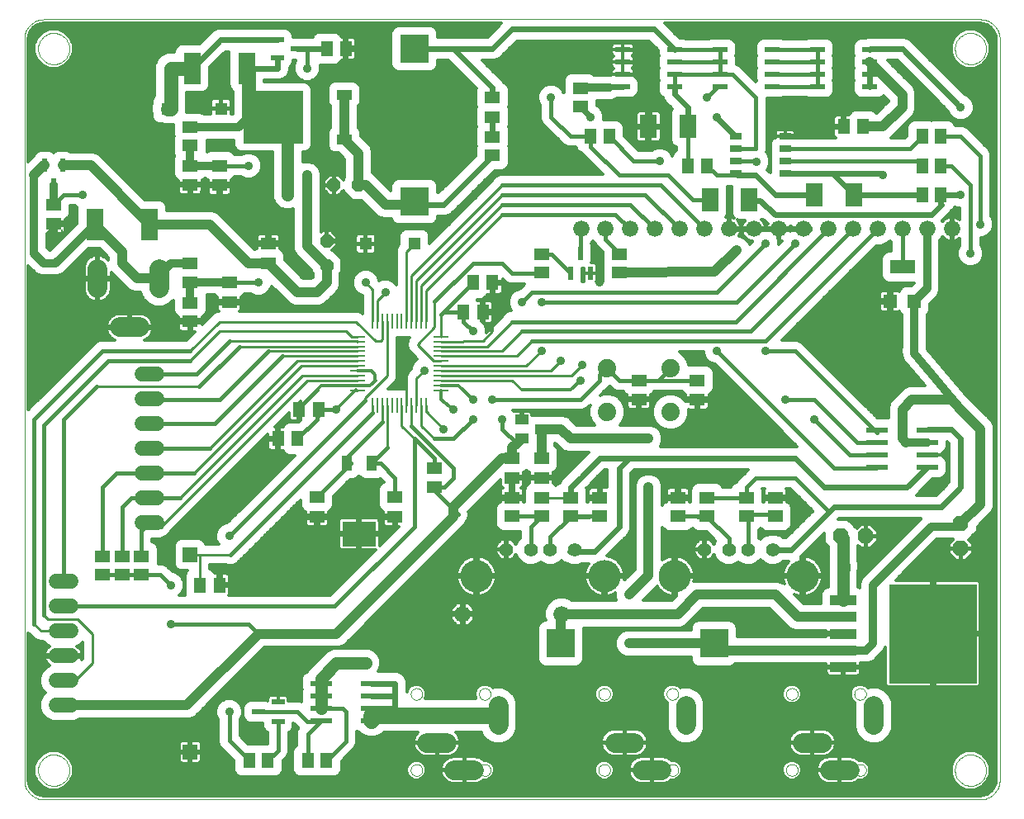
<source format=gtl>
G75*
G70*
%OFA0B0*%
%FSLAX24Y24*%
%IPPOS*%
%LPD*%
%AMOC8*
5,1,8,0,0,1.08239X$1,22.5*
%
%ADD10C,0.0000*%
%ADD11C,0.0787*%
%ADD12C,0.1306*%
%ADD13C,0.0554*%
%ADD14R,0.0515X0.0515*%
%ADD15C,0.0660*%
%ADD16R,0.0098X0.0591*%
%ADD17R,0.0591X0.0098*%
%ADD18R,0.0709X0.1260*%
%ADD19R,0.0512X0.0630*%
%ADD20R,0.0709X0.0945*%
%ADD21OC8,0.0520*%
%ADD22R,0.0630X0.0512*%
%ADD23R,0.1180X0.1150*%
%ADD24R,0.0220X0.0520*%
%ADD25R,0.0520X0.0220*%
%ADD26R,0.0500X0.0250*%
%ADD27R,0.0600X0.0220*%
%ADD28R,0.2441X0.2126*%
%ADD29R,0.0630X0.0394*%
%ADD30R,0.0594X0.0594*%
%ADD31R,0.1339X0.0984*%
%ADD32R,0.0394X0.0591*%
%ADD33C,0.0600*%
%ADD34R,0.1060X0.0400*%
%ADD35R,0.3520X0.4000*%
%ADD36R,0.1150X0.1180*%
%ADD37R,0.0520X0.0390*%
%ADD38OC8,0.0630*%
%ADD39R,0.0866X0.0236*%
%ADD40R,0.0551X0.0551*%
%ADD41R,0.0984X0.0551*%
%ADD42C,0.0740*%
%ADD43C,0.0120*%
%ADD44C,0.0320*%
%ADD45C,0.0356*%
%ADD46C,0.0160*%
%ADD47C,0.0240*%
%ADD48C,0.0400*%
%ADD49C,0.0060*%
%ADD50C,0.0100*%
%ADD51C,0.0560*%
%ADD52C,0.0500*%
%ADD53C,0.0150*%
%ADD54C,0.0660*%
D10*
X005277Y004117D02*
X043073Y004117D01*
X043127Y004119D01*
X043180Y004124D01*
X043233Y004133D01*
X043285Y004146D01*
X043337Y004162D01*
X043387Y004182D01*
X043435Y004205D01*
X043482Y004232D01*
X043527Y004261D01*
X043570Y004294D01*
X043610Y004329D01*
X043648Y004367D01*
X043683Y004407D01*
X043716Y004450D01*
X043745Y004495D01*
X043772Y004542D01*
X043795Y004590D01*
X043815Y004640D01*
X043831Y004692D01*
X043844Y004744D01*
X043853Y004797D01*
X043858Y004850D01*
X043860Y004904D01*
X043860Y034826D01*
X043858Y034880D01*
X043853Y034933D01*
X043844Y034986D01*
X043831Y035038D01*
X043815Y035090D01*
X043795Y035140D01*
X043772Y035188D01*
X043745Y035235D01*
X043716Y035280D01*
X043683Y035323D01*
X043648Y035363D01*
X043610Y035401D01*
X043570Y035436D01*
X043527Y035469D01*
X043482Y035498D01*
X043435Y035525D01*
X043387Y035548D01*
X043337Y035568D01*
X043285Y035584D01*
X043233Y035597D01*
X043180Y035606D01*
X043127Y035611D01*
X043073Y035613D01*
X005277Y035613D01*
X005223Y035611D01*
X005170Y035606D01*
X005117Y035597D01*
X005065Y035584D01*
X005013Y035568D01*
X004963Y035548D01*
X004915Y035525D01*
X004868Y035498D01*
X004823Y035469D01*
X004780Y035436D01*
X004740Y035401D01*
X004702Y035363D01*
X004667Y035323D01*
X004634Y035280D01*
X004605Y035235D01*
X004578Y035188D01*
X004555Y035140D01*
X004535Y035090D01*
X004519Y035038D01*
X004506Y034986D01*
X004497Y034933D01*
X004492Y034880D01*
X004490Y034826D01*
X004490Y004904D01*
X004492Y004850D01*
X004497Y004797D01*
X004506Y004744D01*
X004519Y004692D01*
X004535Y004640D01*
X004555Y004590D01*
X004578Y004542D01*
X004605Y004495D01*
X004634Y004450D01*
X004667Y004407D01*
X004702Y004367D01*
X004740Y004329D01*
X004780Y004294D01*
X004823Y004261D01*
X004868Y004232D01*
X004915Y004205D01*
X004963Y004182D01*
X005013Y004162D01*
X005065Y004146D01*
X005117Y004133D01*
X005170Y004124D01*
X005223Y004119D01*
X005277Y004117D01*
X005041Y005298D02*
X005043Y005348D01*
X005049Y005398D01*
X005059Y005447D01*
X005073Y005495D01*
X005090Y005542D01*
X005111Y005587D01*
X005136Y005631D01*
X005164Y005672D01*
X005196Y005711D01*
X005230Y005748D01*
X005267Y005782D01*
X005307Y005812D01*
X005349Y005839D01*
X005393Y005863D01*
X005439Y005884D01*
X005486Y005900D01*
X005534Y005913D01*
X005584Y005922D01*
X005633Y005927D01*
X005684Y005928D01*
X005734Y005925D01*
X005783Y005918D01*
X005832Y005907D01*
X005880Y005892D01*
X005926Y005874D01*
X005971Y005852D01*
X006014Y005826D01*
X006055Y005797D01*
X006094Y005765D01*
X006130Y005730D01*
X006162Y005692D01*
X006192Y005652D01*
X006219Y005609D01*
X006242Y005565D01*
X006261Y005519D01*
X006277Y005471D01*
X006289Y005422D01*
X006297Y005373D01*
X006301Y005323D01*
X006301Y005273D01*
X006297Y005223D01*
X006289Y005174D01*
X006277Y005125D01*
X006261Y005077D01*
X006242Y005031D01*
X006219Y004987D01*
X006192Y004944D01*
X006162Y004904D01*
X006130Y004866D01*
X006094Y004831D01*
X006055Y004799D01*
X006014Y004770D01*
X005971Y004744D01*
X005926Y004722D01*
X005880Y004704D01*
X005832Y004689D01*
X005783Y004678D01*
X005734Y004671D01*
X005684Y004668D01*
X005633Y004669D01*
X005584Y004674D01*
X005534Y004683D01*
X005486Y004696D01*
X005439Y004712D01*
X005393Y004733D01*
X005349Y004757D01*
X005307Y004784D01*
X005267Y004814D01*
X005230Y004848D01*
X005196Y004885D01*
X005164Y004924D01*
X005136Y004965D01*
X005111Y005009D01*
X005090Y005054D01*
X005073Y005101D01*
X005059Y005149D01*
X005049Y005198D01*
X005043Y005248D01*
X005041Y005298D01*
X020083Y005306D02*
X020085Y005336D01*
X020091Y005366D01*
X020100Y005395D01*
X020113Y005422D01*
X020130Y005447D01*
X020149Y005470D01*
X020172Y005491D01*
X020197Y005508D01*
X020223Y005522D01*
X020252Y005532D01*
X020281Y005539D01*
X020311Y005542D01*
X020342Y005541D01*
X020372Y005536D01*
X020401Y005527D01*
X020428Y005515D01*
X020454Y005500D01*
X020478Y005481D01*
X020499Y005459D01*
X020517Y005435D01*
X020532Y005408D01*
X020543Y005380D01*
X020551Y005351D01*
X020555Y005321D01*
X020555Y005291D01*
X020551Y005261D01*
X020543Y005232D01*
X020532Y005204D01*
X020517Y005177D01*
X020499Y005153D01*
X020478Y005131D01*
X020454Y005112D01*
X020428Y005097D01*
X020401Y005085D01*
X020372Y005076D01*
X020342Y005071D01*
X020311Y005070D01*
X020281Y005073D01*
X020252Y005080D01*
X020223Y005090D01*
X020197Y005104D01*
X020172Y005121D01*
X020149Y005142D01*
X020130Y005165D01*
X020113Y005190D01*
X020100Y005217D01*
X020091Y005246D01*
X020085Y005276D01*
X020083Y005306D01*
X022839Y005306D02*
X022841Y005336D01*
X022847Y005366D01*
X022856Y005395D01*
X022869Y005422D01*
X022886Y005447D01*
X022905Y005470D01*
X022928Y005491D01*
X022953Y005508D01*
X022979Y005522D01*
X023008Y005532D01*
X023037Y005539D01*
X023067Y005542D01*
X023098Y005541D01*
X023128Y005536D01*
X023157Y005527D01*
X023184Y005515D01*
X023210Y005500D01*
X023234Y005481D01*
X023255Y005459D01*
X023273Y005435D01*
X023288Y005408D01*
X023299Y005380D01*
X023307Y005351D01*
X023311Y005321D01*
X023311Y005291D01*
X023307Y005261D01*
X023299Y005232D01*
X023288Y005204D01*
X023273Y005177D01*
X023255Y005153D01*
X023234Y005131D01*
X023210Y005112D01*
X023184Y005097D01*
X023157Y005085D01*
X023128Y005076D01*
X023098Y005071D01*
X023067Y005070D01*
X023037Y005073D01*
X023008Y005080D01*
X022979Y005090D01*
X022953Y005104D01*
X022928Y005121D01*
X022905Y005142D01*
X022886Y005165D01*
X022869Y005190D01*
X022856Y005217D01*
X022847Y005246D01*
X022841Y005276D01*
X022839Y005306D01*
X022839Y008377D02*
X022841Y008407D01*
X022847Y008437D01*
X022856Y008466D01*
X022869Y008493D01*
X022886Y008518D01*
X022905Y008541D01*
X022928Y008562D01*
X022953Y008579D01*
X022979Y008593D01*
X023008Y008603D01*
X023037Y008610D01*
X023067Y008613D01*
X023098Y008612D01*
X023128Y008607D01*
X023157Y008598D01*
X023184Y008586D01*
X023210Y008571D01*
X023234Y008552D01*
X023255Y008530D01*
X023273Y008506D01*
X023288Y008479D01*
X023299Y008451D01*
X023307Y008422D01*
X023311Y008392D01*
X023311Y008362D01*
X023307Y008332D01*
X023299Y008303D01*
X023288Y008275D01*
X023273Y008248D01*
X023255Y008224D01*
X023234Y008202D01*
X023210Y008183D01*
X023184Y008168D01*
X023157Y008156D01*
X023128Y008147D01*
X023098Y008142D01*
X023067Y008141D01*
X023037Y008144D01*
X023008Y008151D01*
X022979Y008161D01*
X022953Y008175D01*
X022928Y008192D01*
X022905Y008213D01*
X022886Y008236D01*
X022869Y008261D01*
X022856Y008288D01*
X022847Y008317D01*
X022841Y008347D01*
X022839Y008377D01*
X020083Y008377D02*
X020085Y008407D01*
X020091Y008437D01*
X020100Y008466D01*
X020113Y008493D01*
X020130Y008518D01*
X020149Y008541D01*
X020172Y008562D01*
X020197Y008579D01*
X020223Y008593D01*
X020252Y008603D01*
X020281Y008610D01*
X020311Y008613D01*
X020342Y008612D01*
X020372Y008607D01*
X020401Y008598D01*
X020428Y008586D01*
X020454Y008571D01*
X020478Y008552D01*
X020499Y008530D01*
X020517Y008506D01*
X020532Y008479D01*
X020543Y008451D01*
X020551Y008422D01*
X020555Y008392D01*
X020555Y008362D01*
X020551Y008332D01*
X020543Y008303D01*
X020532Y008275D01*
X020517Y008248D01*
X020499Y008224D01*
X020478Y008202D01*
X020454Y008183D01*
X020428Y008168D01*
X020401Y008156D01*
X020372Y008147D01*
X020342Y008142D01*
X020311Y008141D01*
X020281Y008144D01*
X020252Y008151D01*
X020223Y008161D01*
X020197Y008175D01*
X020172Y008192D01*
X020149Y008213D01*
X020130Y008236D01*
X020113Y008261D01*
X020100Y008288D01*
X020091Y008317D01*
X020085Y008347D01*
X020083Y008377D01*
X027658Y008377D02*
X027660Y008407D01*
X027666Y008437D01*
X027675Y008466D01*
X027688Y008493D01*
X027705Y008518D01*
X027724Y008541D01*
X027747Y008562D01*
X027772Y008579D01*
X027798Y008593D01*
X027827Y008603D01*
X027856Y008610D01*
X027886Y008613D01*
X027917Y008612D01*
X027947Y008607D01*
X027976Y008598D01*
X028003Y008586D01*
X028029Y008571D01*
X028053Y008552D01*
X028074Y008530D01*
X028092Y008506D01*
X028107Y008479D01*
X028118Y008451D01*
X028126Y008422D01*
X028130Y008392D01*
X028130Y008362D01*
X028126Y008332D01*
X028118Y008303D01*
X028107Y008275D01*
X028092Y008248D01*
X028074Y008224D01*
X028053Y008202D01*
X028029Y008183D01*
X028003Y008168D01*
X027976Y008156D01*
X027947Y008147D01*
X027917Y008142D01*
X027886Y008141D01*
X027856Y008144D01*
X027827Y008151D01*
X027798Y008161D01*
X027772Y008175D01*
X027747Y008192D01*
X027724Y008213D01*
X027705Y008236D01*
X027688Y008261D01*
X027675Y008288D01*
X027666Y008317D01*
X027660Y008347D01*
X027658Y008377D01*
X030413Y008377D02*
X030415Y008407D01*
X030421Y008437D01*
X030430Y008466D01*
X030443Y008493D01*
X030460Y008518D01*
X030479Y008541D01*
X030502Y008562D01*
X030527Y008579D01*
X030553Y008593D01*
X030582Y008603D01*
X030611Y008610D01*
X030641Y008613D01*
X030672Y008612D01*
X030702Y008607D01*
X030731Y008598D01*
X030758Y008586D01*
X030784Y008571D01*
X030808Y008552D01*
X030829Y008530D01*
X030847Y008506D01*
X030862Y008479D01*
X030873Y008451D01*
X030881Y008422D01*
X030885Y008392D01*
X030885Y008362D01*
X030881Y008332D01*
X030873Y008303D01*
X030862Y008275D01*
X030847Y008248D01*
X030829Y008224D01*
X030808Y008202D01*
X030784Y008183D01*
X030758Y008168D01*
X030731Y008156D01*
X030702Y008147D01*
X030672Y008142D01*
X030641Y008141D01*
X030611Y008144D01*
X030582Y008151D01*
X030553Y008161D01*
X030527Y008175D01*
X030502Y008192D01*
X030479Y008213D01*
X030460Y008236D01*
X030443Y008261D01*
X030430Y008288D01*
X030421Y008317D01*
X030415Y008347D01*
X030413Y008377D01*
X030413Y005306D02*
X030415Y005336D01*
X030421Y005366D01*
X030430Y005395D01*
X030443Y005422D01*
X030460Y005447D01*
X030479Y005470D01*
X030502Y005491D01*
X030527Y005508D01*
X030553Y005522D01*
X030582Y005532D01*
X030611Y005539D01*
X030641Y005542D01*
X030672Y005541D01*
X030702Y005536D01*
X030731Y005527D01*
X030758Y005515D01*
X030784Y005500D01*
X030808Y005481D01*
X030829Y005459D01*
X030847Y005435D01*
X030862Y005408D01*
X030873Y005380D01*
X030881Y005351D01*
X030885Y005321D01*
X030885Y005291D01*
X030881Y005261D01*
X030873Y005232D01*
X030862Y005204D01*
X030847Y005177D01*
X030829Y005153D01*
X030808Y005131D01*
X030784Y005112D01*
X030758Y005097D01*
X030731Y005085D01*
X030702Y005076D01*
X030672Y005071D01*
X030641Y005070D01*
X030611Y005073D01*
X030582Y005080D01*
X030553Y005090D01*
X030527Y005104D01*
X030502Y005121D01*
X030479Y005142D01*
X030460Y005165D01*
X030443Y005190D01*
X030430Y005217D01*
X030421Y005246D01*
X030415Y005276D01*
X030413Y005306D01*
X027658Y005306D02*
X027660Y005336D01*
X027666Y005366D01*
X027675Y005395D01*
X027688Y005422D01*
X027705Y005447D01*
X027724Y005470D01*
X027747Y005491D01*
X027772Y005508D01*
X027798Y005522D01*
X027827Y005532D01*
X027856Y005539D01*
X027886Y005542D01*
X027917Y005541D01*
X027947Y005536D01*
X027976Y005527D01*
X028003Y005515D01*
X028029Y005500D01*
X028053Y005481D01*
X028074Y005459D01*
X028092Y005435D01*
X028107Y005408D01*
X028118Y005380D01*
X028126Y005351D01*
X028130Y005321D01*
X028130Y005291D01*
X028126Y005261D01*
X028118Y005232D01*
X028107Y005204D01*
X028092Y005177D01*
X028074Y005153D01*
X028053Y005131D01*
X028029Y005112D01*
X028003Y005097D01*
X027976Y005085D01*
X027947Y005076D01*
X027917Y005071D01*
X027886Y005070D01*
X027856Y005073D01*
X027827Y005080D01*
X027798Y005090D01*
X027772Y005104D01*
X027747Y005121D01*
X027724Y005142D01*
X027705Y005165D01*
X027688Y005190D01*
X027675Y005217D01*
X027666Y005246D01*
X027660Y005276D01*
X027658Y005306D01*
X035232Y005306D02*
X035234Y005336D01*
X035240Y005366D01*
X035249Y005395D01*
X035262Y005422D01*
X035279Y005447D01*
X035298Y005470D01*
X035321Y005491D01*
X035346Y005508D01*
X035372Y005522D01*
X035401Y005532D01*
X035430Y005539D01*
X035460Y005542D01*
X035491Y005541D01*
X035521Y005536D01*
X035550Y005527D01*
X035577Y005515D01*
X035603Y005500D01*
X035627Y005481D01*
X035648Y005459D01*
X035666Y005435D01*
X035681Y005408D01*
X035692Y005380D01*
X035700Y005351D01*
X035704Y005321D01*
X035704Y005291D01*
X035700Y005261D01*
X035692Y005232D01*
X035681Y005204D01*
X035666Y005177D01*
X035648Y005153D01*
X035627Y005131D01*
X035603Y005112D01*
X035577Y005097D01*
X035550Y005085D01*
X035521Y005076D01*
X035491Y005071D01*
X035460Y005070D01*
X035430Y005073D01*
X035401Y005080D01*
X035372Y005090D01*
X035346Y005104D01*
X035321Y005121D01*
X035298Y005142D01*
X035279Y005165D01*
X035262Y005190D01*
X035249Y005217D01*
X035240Y005246D01*
X035234Y005276D01*
X035232Y005306D01*
X037988Y005306D02*
X037990Y005336D01*
X037996Y005366D01*
X038005Y005395D01*
X038018Y005422D01*
X038035Y005447D01*
X038054Y005470D01*
X038077Y005491D01*
X038102Y005508D01*
X038128Y005522D01*
X038157Y005532D01*
X038186Y005539D01*
X038216Y005542D01*
X038247Y005541D01*
X038277Y005536D01*
X038306Y005527D01*
X038333Y005515D01*
X038359Y005500D01*
X038383Y005481D01*
X038404Y005459D01*
X038422Y005435D01*
X038437Y005408D01*
X038448Y005380D01*
X038456Y005351D01*
X038460Y005321D01*
X038460Y005291D01*
X038456Y005261D01*
X038448Y005232D01*
X038437Y005204D01*
X038422Y005177D01*
X038404Y005153D01*
X038383Y005131D01*
X038359Y005112D01*
X038333Y005097D01*
X038306Y005085D01*
X038277Y005076D01*
X038247Y005071D01*
X038216Y005070D01*
X038186Y005073D01*
X038157Y005080D01*
X038128Y005090D01*
X038102Y005104D01*
X038077Y005121D01*
X038054Y005142D01*
X038035Y005165D01*
X038018Y005190D01*
X038005Y005217D01*
X037996Y005246D01*
X037990Y005276D01*
X037988Y005306D01*
X037988Y008377D02*
X037990Y008407D01*
X037996Y008437D01*
X038005Y008466D01*
X038018Y008493D01*
X038035Y008518D01*
X038054Y008541D01*
X038077Y008562D01*
X038102Y008579D01*
X038128Y008593D01*
X038157Y008603D01*
X038186Y008610D01*
X038216Y008613D01*
X038247Y008612D01*
X038277Y008607D01*
X038306Y008598D01*
X038333Y008586D01*
X038359Y008571D01*
X038383Y008552D01*
X038404Y008530D01*
X038422Y008506D01*
X038437Y008479D01*
X038448Y008451D01*
X038456Y008422D01*
X038460Y008392D01*
X038460Y008362D01*
X038456Y008332D01*
X038448Y008303D01*
X038437Y008275D01*
X038422Y008248D01*
X038404Y008224D01*
X038383Y008202D01*
X038359Y008183D01*
X038333Y008168D01*
X038306Y008156D01*
X038277Y008147D01*
X038247Y008142D01*
X038216Y008141D01*
X038186Y008144D01*
X038157Y008151D01*
X038128Y008161D01*
X038102Y008175D01*
X038077Y008192D01*
X038054Y008213D01*
X038035Y008236D01*
X038018Y008261D01*
X038005Y008288D01*
X037996Y008317D01*
X037990Y008347D01*
X037988Y008377D01*
X035232Y008377D02*
X035234Y008407D01*
X035240Y008437D01*
X035249Y008466D01*
X035262Y008493D01*
X035279Y008518D01*
X035298Y008541D01*
X035321Y008562D01*
X035346Y008579D01*
X035372Y008593D01*
X035401Y008603D01*
X035430Y008610D01*
X035460Y008613D01*
X035491Y008612D01*
X035521Y008607D01*
X035550Y008598D01*
X035577Y008586D01*
X035603Y008571D01*
X035627Y008552D01*
X035648Y008530D01*
X035666Y008506D01*
X035681Y008479D01*
X035692Y008451D01*
X035700Y008422D01*
X035704Y008392D01*
X035704Y008362D01*
X035700Y008332D01*
X035692Y008303D01*
X035681Y008275D01*
X035666Y008248D01*
X035648Y008224D01*
X035627Y008202D01*
X035603Y008183D01*
X035577Y008168D01*
X035550Y008156D01*
X035521Y008147D01*
X035491Y008142D01*
X035460Y008141D01*
X035430Y008144D01*
X035401Y008151D01*
X035372Y008161D01*
X035346Y008175D01*
X035321Y008192D01*
X035298Y008213D01*
X035279Y008236D01*
X035262Y008261D01*
X035249Y008288D01*
X035240Y008317D01*
X035234Y008347D01*
X035232Y008377D01*
X042049Y005298D02*
X042051Y005348D01*
X042057Y005398D01*
X042067Y005447D01*
X042081Y005495D01*
X042098Y005542D01*
X042119Y005587D01*
X042144Y005631D01*
X042172Y005672D01*
X042204Y005711D01*
X042238Y005748D01*
X042275Y005782D01*
X042315Y005812D01*
X042357Y005839D01*
X042401Y005863D01*
X042447Y005884D01*
X042494Y005900D01*
X042542Y005913D01*
X042592Y005922D01*
X042641Y005927D01*
X042692Y005928D01*
X042742Y005925D01*
X042791Y005918D01*
X042840Y005907D01*
X042888Y005892D01*
X042934Y005874D01*
X042979Y005852D01*
X043022Y005826D01*
X043063Y005797D01*
X043102Y005765D01*
X043138Y005730D01*
X043170Y005692D01*
X043200Y005652D01*
X043227Y005609D01*
X043250Y005565D01*
X043269Y005519D01*
X043285Y005471D01*
X043297Y005422D01*
X043305Y005373D01*
X043309Y005323D01*
X043309Y005273D01*
X043305Y005223D01*
X043297Y005174D01*
X043285Y005125D01*
X043269Y005077D01*
X043250Y005031D01*
X043227Y004987D01*
X043200Y004944D01*
X043170Y004904D01*
X043138Y004866D01*
X043102Y004831D01*
X043063Y004799D01*
X043022Y004770D01*
X042979Y004744D01*
X042934Y004722D01*
X042888Y004704D01*
X042840Y004689D01*
X042791Y004678D01*
X042742Y004671D01*
X042692Y004668D01*
X042641Y004669D01*
X042592Y004674D01*
X042542Y004683D01*
X042494Y004696D01*
X042447Y004712D01*
X042401Y004733D01*
X042357Y004757D01*
X042315Y004784D01*
X042275Y004814D01*
X042238Y004848D01*
X042204Y004885D01*
X042172Y004924D01*
X042144Y004965D01*
X042119Y005009D01*
X042098Y005054D01*
X042081Y005101D01*
X042067Y005149D01*
X042057Y005198D01*
X042051Y005248D01*
X042049Y005298D01*
X042049Y034432D02*
X042051Y034482D01*
X042057Y034532D01*
X042067Y034581D01*
X042081Y034629D01*
X042098Y034676D01*
X042119Y034721D01*
X042144Y034765D01*
X042172Y034806D01*
X042204Y034845D01*
X042238Y034882D01*
X042275Y034916D01*
X042315Y034946D01*
X042357Y034973D01*
X042401Y034997D01*
X042447Y035018D01*
X042494Y035034D01*
X042542Y035047D01*
X042592Y035056D01*
X042641Y035061D01*
X042692Y035062D01*
X042742Y035059D01*
X042791Y035052D01*
X042840Y035041D01*
X042888Y035026D01*
X042934Y035008D01*
X042979Y034986D01*
X043022Y034960D01*
X043063Y034931D01*
X043102Y034899D01*
X043138Y034864D01*
X043170Y034826D01*
X043200Y034786D01*
X043227Y034743D01*
X043250Y034699D01*
X043269Y034653D01*
X043285Y034605D01*
X043297Y034556D01*
X043305Y034507D01*
X043309Y034457D01*
X043309Y034407D01*
X043305Y034357D01*
X043297Y034308D01*
X043285Y034259D01*
X043269Y034211D01*
X043250Y034165D01*
X043227Y034121D01*
X043200Y034078D01*
X043170Y034038D01*
X043138Y034000D01*
X043102Y033965D01*
X043063Y033933D01*
X043022Y033904D01*
X042979Y033878D01*
X042934Y033856D01*
X042888Y033838D01*
X042840Y033823D01*
X042791Y033812D01*
X042742Y033805D01*
X042692Y033802D01*
X042641Y033803D01*
X042592Y033808D01*
X042542Y033817D01*
X042494Y033830D01*
X042447Y033846D01*
X042401Y033867D01*
X042357Y033891D01*
X042315Y033918D01*
X042275Y033948D01*
X042238Y033982D01*
X042204Y034019D01*
X042172Y034058D01*
X042144Y034099D01*
X042119Y034143D01*
X042098Y034188D01*
X042081Y034235D01*
X042067Y034283D01*
X042057Y034332D01*
X042051Y034382D01*
X042049Y034432D01*
X005041Y034432D02*
X005043Y034482D01*
X005049Y034532D01*
X005059Y034581D01*
X005073Y034629D01*
X005090Y034676D01*
X005111Y034721D01*
X005136Y034765D01*
X005164Y034806D01*
X005196Y034845D01*
X005230Y034882D01*
X005267Y034916D01*
X005307Y034946D01*
X005349Y034973D01*
X005393Y034997D01*
X005439Y035018D01*
X005486Y035034D01*
X005534Y035047D01*
X005584Y035056D01*
X005633Y035061D01*
X005684Y035062D01*
X005734Y035059D01*
X005783Y035052D01*
X005832Y035041D01*
X005880Y035026D01*
X005926Y035008D01*
X005971Y034986D01*
X006014Y034960D01*
X006055Y034931D01*
X006094Y034899D01*
X006130Y034864D01*
X006162Y034826D01*
X006192Y034786D01*
X006219Y034743D01*
X006242Y034699D01*
X006261Y034653D01*
X006277Y034605D01*
X006289Y034556D01*
X006297Y034507D01*
X006301Y034457D01*
X006301Y034407D01*
X006297Y034357D01*
X006289Y034308D01*
X006277Y034259D01*
X006261Y034211D01*
X006242Y034165D01*
X006219Y034121D01*
X006192Y034078D01*
X006162Y034038D01*
X006130Y034000D01*
X006094Y033965D01*
X006055Y033933D01*
X006014Y033904D01*
X005971Y033878D01*
X005926Y033856D01*
X005880Y033838D01*
X005832Y033823D01*
X005783Y033812D01*
X005734Y033805D01*
X005684Y033802D01*
X005633Y033803D01*
X005584Y033808D01*
X005534Y033817D01*
X005486Y033830D01*
X005439Y033846D01*
X005393Y033867D01*
X005349Y033891D01*
X005307Y033918D01*
X005267Y033948D01*
X005230Y033982D01*
X005196Y034019D01*
X005164Y034058D01*
X005136Y034099D01*
X005111Y034143D01*
X005090Y034188D01*
X005073Y034235D01*
X005059Y034283D01*
X005049Y034332D01*
X005043Y034382D01*
X005041Y034432D01*
D11*
X007443Y025542D02*
X007443Y024755D01*
X008348Y023180D02*
X009136Y023180D01*
X009923Y024755D02*
X009923Y025542D01*
X023626Y007904D02*
X023626Y007117D01*
X022642Y005306D02*
X021854Y005306D01*
X021539Y006408D02*
X020752Y006408D01*
X028327Y006408D02*
X029114Y006408D01*
X029429Y005306D02*
X030216Y005306D01*
X031201Y007117D02*
X031201Y007904D01*
X035901Y006408D02*
X036689Y006408D01*
X037004Y005306D02*
X037791Y005306D01*
X038775Y007117D02*
X038775Y007904D01*
D12*
X035906Y013142D03*
X030733Y013142D03*
X027910Y013142D03*
X022737Y013142D03*
D13*
X023945Y014209D03*
X024930Y014209D03*
X025717Y014209D03*
X026701Y014209D03*
X031941Y014209D03*
X032926Y014209D03*
X033713Y014209D03*
X034697Y014209D03*
D14*
X020238Y026558D03*
X018270Y026558D03*
X012427Y032007D03*
X010262Y032007D03*
D15*
X026966Y027149D03*
X027931Y027149D03*
X028931Y027149D03*
X029931Y027149D03*
X030931Y027149D03*
X031931Y027149D03*
X032931Y027149D03*
X033931Y027149D03*
X034931Y027149D03*
X035931Y027149D03*
X036931Y027149D03*
X037931Y027149D03*
X038931Y027149D03*
X039931Y027149D03*
X040931Y027149D03*
X041931Y027149D03*
X026175Y011597D03*
X022175Y011597D03*
D16*
X020707Y020030D03*
X020510Y020030D03*
X020313Y020030D03*
X020116Y020030D03*
X019919Y020030D03*
X019722Y020030D03*
X019525Y020030D03*
X019329Y020030D03*
X019132Y020030D03*
X018935Y020030D03*
X018738Y020030D03*
X018541Y020030D03*
X018541Y023416D03*
X018738Y023416D03*
X018935Y023416D03*
X019132Y023416D03*
X019329Y023416D03*
X019525Y023416D03*
X019722Y023416D03*
X019919Y023416D03*
X020116Y023416D03*
X020313Y023416D03*
X020510Y023416D03*
X020707Y023416D03*
D17*
X021317Y022806D03*
X021317Y022609D03*
X021317Y022412D03*
X021317Y022215D03*
X021317Y022019D03*
X021317Y021822D03*
X021317Y021625D03*
X021317Y021428D03*
X021317Y021231D03*
X021317Y021034D03*
X021317Y020837D03*
X021317Y020641D03*
X017931Y020641D03*
X017931Y020837D03*
X017931Y021034D03*
X017931Y021231D03*
X017931Y021428D03*
X017931Y021625D03*
X017931Y021822D03*
X017931Y022019D03*
X017931Y022215D03*
X017931Y022412D03*
X017931Y022609D03*
X017931Y022806D03*
D18*
X009529Y027345D03*
X007325Y027345D03*
X011262Y033645D03*
X013466Y033645D03*
D19*
X016714Y034432D03*
X017462Y034432D03*
X027344Y030889D03*
X028092Y030889D03*
X031262Y029708D03*
X032049Y029708D03*
X037561Y031282D03*
X038348Y031282D03*
X040730Y030889D03*
X041478Y030889D03*
X041478Y029708D03*
X040730Y029708D03*
X040730Y028526D03*
X041478Y028526D03*
X023388Y024983D03*
X022600Y024983D03*
X022207Y023802D03*
X022994Y023802D03*
X016376Y019865D03*
X015588Y019865D03*
X015514Y018684D03*
X014726Y018684D03*
X012364Y012778D03*
X011577Y012778D03*
X013565Y005692D03*
X014313Y005692D03*
X015927Y005692D03*
X016675Y005692D03*
D20*
X032157Y028318D03*
X033752Y028318D03*
X036370Y028526D03*
X037964Y028526D03*
X031271Y031282D03*
X029677Y031282D03*
D21*
X017982Y028920D03*
X016982Y028920D03*
X016695Y026664D03*
X016695Y025664D03*
D22*
X014332Y025771D03*
X014332Y026558D03*
X012758Y024983D03*
X012758Y024196D03*
X011183Y024176D03*
X011183Y025003D03*
X011183Y025751D03*
X011183Y023428D03*
X005671Y027365D03*
X005671Y028113D03*
X011183Y028940D03*
X011183Y029688D03*
X011183Y030515D03*
X011183Y031263D03*
X012364Y029708D03*
X012364Y028920D03*
X023388Y030121D03*
X023388Y030869D03*
X023388Y031676D03*
X023388Y032463D03*
X026931Y032089D03*
X026931Y032837D03*
X028506Y026145D03*
X028506Y025397D03*
X025356Y025397D03*
X025356Y026145D03*
X031655Y021046D03*
X031655Y020259D03*
X029293Y020278D03*
X029293Y021026D03*
X025356Y017897D03*
X025356Y017109D03*
X025356Y016302D03*
X025356Y015554D03*
X024175Y015554D03*
X024175Y016302D03*
X024175Y017109D03*
X024175Y017897D03*
X026537Y016302D03*
X026537Y015554D03*
X027718Y015554D03*
X027718Y016302D03*
X030868Y016302D03*
X030868Y015554D03*
X032049Y015554D03*
X032049Y016302D03*
X033624Y016302D03*
X033624Y015554D03*
X034805Y015554D03*
X034805Y016302D03*
X021025Y016735D03*
X021025Y017483D03*
X019451Y016322D03*
X019451Y015534D03*
X016301Y015534D03*
X016301Y016322D03*
X009214Y013940D03*
X008427Y013940D03*
X007640Y013940D03*
X007640Y013192D03*
X008427Y013192D03*
X009214Y013192D03*
D23*
X020238Y028252D03*
X020238Y034432D03*
D24*
X026931Y026171D03*
X027331Y025371D03*
X026531Y025371D03*
X006031Y029714D03*
X005311Y029714D03*
X005671Y028914D03*
D25*
X014720Y034072D03*
X014720Y034792D03*
X015520Y034432D03*
X014732Y008060D03*
X014732Y007260D03*
X013932Y007660D03*
D26*
X033199Y029389D03*
X033199Y029889D03*
X033199Y030389D03*
X033199Y030889D03*
X035199Y030889D03*
X035199Y030389D03*
X035199Y029889D03*
X035199Y029389D03*
D27*
X034664Y032895D03*
X034664Y033395D03*
X034664Y033895D03*
X034664Y034395D03*
X036521Y034395D03*
X036521Y033895D03*
X036521Y033395D03*
X036521Y032895D03*
X038601Y032895D03*
X038601Y033395D03*
X038601Y033895D03*
X038601Y034395D03*
X032584Y034395D03*
X032584Y033895D03*
X032584Y033395D03*
X032584Y032895D03*
X030727Y032895D03*
X030727Y033395D03*
X030727Y033895D03*
X030727Y034395D03*
X028647Y034395D03*
X028647Y033895D03*
X028647Y033395D03*
X028647Y032895D03*
D28*
X014529Y031676D03*
D29*
X017403Y030778D03*
X017403Y032574D03*
D30*
X011183Y014009D03*
X011183Y006036D03*
D31*
X017994Y014845D03*
D32*
X018494Y017680D03*
X017494Y017680D03*
D33*
X009833Y017290D02*
X009233Y017290D01*
X009233Y016290D02*
X009833Y016290D01*
X009833Y015290D02*
X009233Y015290D01*
X006365Y012916D02*
X005765Y012916D01*
X005765Y011916D02*
X006365Y011916D01*
X006365Y010916D02*
X005765Y010916D01*
X005765Y009916D02*
X006365Y009916D01*
X006365Y008916D02*
X005765Y008916D01*
X005765Y007916D02*
X006365Y007916D01*
X009233Y018290D02*
X009833Y018290D01*
X009833Y019290D02*
X009233Y019290D01*
X009233Y020290D02*
X009833Y020290D01*
X009833Y021290D02*
X009233Y021290D01*
D34*
X037544Y012150D03*
X037544Y011480D03*
X037544Y010810D03*
X037544Y010140D03*
X037544Y009470D03*
D35*
X041164Y010810D03*
D36*
X032324Y010416D03*
X026144Y010416D03*
D37*
X024562Y018708D03*
X024562Y019448D03*
X025362Y019078D03*
D38*
X037455Y014747D03*
X038455Y014747D03*
X042285Y015247D03*
X042285Y014247D03*
D39*
X040947Y017540D03*
X040947Y018040D03*
X040947Y018540D03*
X040947Y019040D03*
X038899Y019040D03*
X038899Y018540D03*
X038899Y018040D03*
X038899Y017540D03*
X018506Y008804D03*
X018506Y008304D03*
X018506Y007804D03*
X018506Y007304D03*
X016458Y007304D03*
X016458Y007804D03*
X016458Y008304D03*
X016458Y008804D03*
D40*
X039431Y024235D03*
X040415Y024235D03*
D41*
X039923Y025613D03*
D42*
X030573Y021542D03*
X030573Y019762D03*
X028013Y019762D03*
X028013Y021542D03*
D43*
X004834Y004461D02*
X004718Y004620D01*
X004658Y004806D01*
X004650Y004904D01*
X004650Y010824D01*
X004707Y010801D01*
X004939Y010569D01*
X005090Y010506D01*
X005241Y010506D01*
X005391Y010357D01*
X005517Y010305D01*
X005465Y010267D01*
X005414Y010216D01*
X005371Y010157D01*
X005338Y010093D01*
X005316Y010024D01*
X005305Y009956D01*
X006025Y009956D01*
X006025Y009876D01*
X005305Y009876D01*
X005316Y009809D01*
X005338Y009740D01*
X005371Y009675D01*
X005414Y009617D01*
X005465Y009565D01*
X005517Y009528D01*
X005391Y009476D01*
X005205Y009290D01*
X005105Y009048D01*
X005105Y008785D01*
X005205Y008542D01*
X005331Y008416D01*
X005205Y008290D01*
X005105Y008048D01*
X005105Y007785D01*
X005205Y007542D01*
X005391Y007357D01*
X005633Y007256D01*
X006496Y007256D01*
X006737Y007356D01*
X011156Y007356D01*
X011362Y007441D01*
X014171Y010250D01*
X017200Y010250D01*
X017406Y010335D01*
X022288Y015217D01*
X022346Y015358D01*
X022359Y015371D01*
X022363Y015380D01*
X022369Y015387D01*
X022396Y015459D01*
X022425Y015530D01*
X022425Y015540D01*
X022428Y015550D01*
X022425Y015627D01*
X022425Y015704D01*
X022421Y015713D01*
X022421Y015723D01*
X022414Y015737D01*
X023700Y017023D01*
X023700Y016832D01*
X023711Y016791D01*
X023732Y016755D01*
X023762Y016725D01*
X023796Y016706D01*
X023762Y016686D01*
X023732Y016656D01*
X023711Y016620D01*
X023700Y016579D01*
X023700Y016362D01*
X024115Y016362D01*
X024115Y016242D01*
X023700Y016242D01*
X023700Y016133D01*
X023656Y016115D01*
X023555Y016014D01*
X023500Y015882D01*
X023500Y015227D01*
X023555Y015094D01*
X023656Y014993D01*
X023788Y014938D01*
X024490Y014938D01*
X024490Y014670D01*
X024390Y014570D01*
X024328Y014421D01*
X024319Y014438D01*
X024279Y014494D01*
X024230Y014543D01*
X024175Y014583D01*
X024113Y014614D01*
X024048Y014636D01*
X023980Y014646D01*
X023974Y014646D01*
X023974Y014238D01*
X023917Y014238D01*
X023917Y014646D01*
X023911Y014646D01*
X023843Y014636D01*
X023778Y014614D01*
X023716Y014583D01*
X023661Y014543D01*
X023612Y014494D01*
X023572Y014438D01*
X023540Y014377D01*
X023519Y014312D01*
X023508Y014244D01*
X023508Y014238D01*
X023917Y014238D01*
X023917Y014181D01*
X023508Y014181D01*
X023508Y014175D01*
X023519Y014107D01*
X023540Y014041D01*
X023572Y013980D01*
X023612Y013924D01*
X023661Y013876D01*
X023716Y013835D01*
X023778Y013804D01*
X023843Y013783D01*
X023911Y013772D01*
X023917Y013772D01*
X023917Y014181D01*
X023974Y014181D01*
X023974Y013772D01*
X023980Y013772D01*
X024048Y013783D01*
X024113Y013804D01*
X024175Y013835D01*
X024230Y013876D01*
X024279Y013924D01*
X024319Y013980D01*
X024328Y013997D01*
X024390Y013848D01*
X024569Y013669D01*
X024803Y013572D01*
X025056Y013572D01*
X025291Y013669D01*
X025323Y013702D01*
X025356Y013669D01*
X025590Y013572D01*
X025844Y013572D01*
X026078Y013669D01*
X026169Y013760D01*
X026218Y013710D01*
X026394Y013637D01*
X026418Y013637D01*
X026575Y013572D01*
X026828Y013572D01*
X026985Y013637D01*
X027265Y013637D01*
X027233Y013595D01*
X027180Y013502D01*
X027139Y013404D01*
X027111Y013301D01*
X027098Y013202D01*
X027850Y013202D01*
X027850Y013082D01*
X027970Y013082D01*
X027970Y012330D01*
X028069Y012343D01*
X028172Y012371D01*
X028270Y012412D01*
X028339Y012452D01*
X028339Y012273D01*
X028387Y012157D01*
X026591Y012157D01*
X026566Y012182D01*
X026312Y012287D01*
X026038Y012287D01*
X025784Y012182D01*
X025590Y011988D01*
X025485Y011735D01*
X025485Y011460D01*
X025524Y011366D01*
X025497Y011366D01*
X025365Y011311D01*
X025263Y011210D01*
X025209Y011078D01*
X025209Y009755D01*
X025263Y009622D01*
X025365Y009521D01*
X025497Y009466D01*
X026790Y009466D01*
X026922Y009521D01*
X027024Y009622D01*
X027079Y009755D01*
X027079Y011037D01*
X030979Y011037D01*
X031185Y011123D01*
X031343Y011280D01*
X031887Y011825D01*
X034573Y011825D01*
X035393Y011005D01*
X035598Y010920D01*
X036854Y010920D01*
X036854Y010850D01*
X037504Y010850D01*
X037504Y010770D01*
X036854Y010770D01*
X036854Y010700D01*
X033259Y010700D01*
X033259Y011078D01*
X033204Y011210D01*
X033102Y011311D01*
X032970Y011366D01*
X031677Y011366D01*
X031545Y011311D01*
X031443Y011210D01*
X031389Y011078D01*
X031389Y010976D01*
X028788Y010976D01*
X028582Y010891D01*
X028425Y010733D01*
X028339Y010528D01*
X028339Y010305D01*
X028425Y010099D01*
X028582Y009941D01*
X028788Y009856D01*
X031389Y009856D01*
X031389Y009755D01*
X031443Y009622D01*
X031545Y009521D01*
X031677Y009466D01*
X032970Y009466D01*
X033102Y009521D01*
X033161Y009580D01*
X036854Y009580D01*
X036854Y009510D01*
X037504Y009510D01*
X037504Y009430D01*
X036854Y009430D01*
X036854Y009249D01*
X036865Y009208D01*
X036886Y009172D01*
X036916Y009142D01*
X036952Y009121D01*
X036993Y009110D01*
X037504Y009110D01*
X037504Y009430D01*
X037584Y009430D01*
X037584Y009110D01*
X038095Y009110D01*
X038136Y009121D01*
X038172Y009142D01*
X038202Y009172D01*
X038223Y009208D01*
X038234Y009249D01*
X038234Y009430D01*
X037584Y009430D01*
X037584Y009510D01*
X038234Y009510D01*
X038234Y009617D01*
X038242Y009620D01*
X038569Y009620D01*
X038760Y009699D01*
X039183Y010122D01*
X039244Y010270D01*
X039244Y008789D01*
X039255Y008748D01*
X039276Y008712D01*
X039306Y008682D01*
X039342Y008661D01*
X039383Y008650D01*
X041104Y008650D01*
X041104Y010750D01*
X041224Y010750D01*
X041224Y008650D01*
X042945Y008650D01*
X042986Y008661D01*
X043022Y008682D01*
X043052Y008712D01*
X043073Y008748D01*
X043084Y008789D01*
X043084Y010750D01*
X041224Y010750D01*
X041224Y010870D01*
X041104Y010870D01*
X041104Y012970D01*
X039669Y012970D01*
X041320Y014621D01*
X041957Y014621D01*
X041972Y014606D01*
X041810Y014444D01*
X041810Y014267D01*
X042265Y014267D01*
X042265Y014227D01*
X041810Y014227D01*
X041810Y014050D01*
X042088Y013772D01*
X042265Y013772D01*
X042265Y014227D01*
X042305Y014227D01*
X042305Y013772D01*
X042482Y013772D01*
X042760Y014050D01*
X042760Y014227D01*
X042305Y014227D01*
X042305Y014267D01*
X042760Y014267D01*
X042760Y014444D01*
X042598Y014606D01*
X042960Y014967D01*
X042960Y015130D01*
X043547Y015717D01*
X043633Y015923D01*
X043633Y019189D01*
X043547Y019395D01*
X043390Y019552D01*
X042799Y020143D01*
X042569Y020373D01*
X040953Y022297D01*
X040953Y022334D01*
X040935Y022378D01*
X040935Y023695D01*
X040996Y023756D01*
X041051Y023888D01*
X041051Y024135D01*
X041372Y024456D01*
X041451Y024647D01*
X041451Y026693D01*
X041516Y026758D01*
X041550Y026839D01*
X041557Y026829D01*
X041612Y026775D01*
X041674Y026729D01*
X041743Y026694D01*
X041816Y026671D01*
X041892Y026659D01*
X041892Y026659D01*
X041892Y027110D01*
X041969Y027110D01*
X041969Y026659D01*
X041969Y026659D01*
X042046Y026671D01*
X042119Y026694D01*
X042188Y026729D01*
X042239Y026767D01*
X042239Y026485D01*
X042223Y026469D01*
X042141Y026271D01*
X042141Y026057D01*
X042223Y025859D01*
X042374Y025708D01*
X042572Y025626D01*
X042786Y025626D01*
X042984Y025708D01*
X043135Y025859D01*
X043217Y026057D01*
X043217Y026271D01*
X043135Y026469D01*
X043119Y026485D01*
X043119Y026807D01*
X043180Y026807D01*
X043377Y026889D01*
X043529Y027041D01*
X043611Y027238D01*
X043611Y027452D01*
X043529Y027650D01*
X043513Y027666D01*
X043513Y030189D01*
X043446Y030350D01*
X042658Y031138D01*
X042534Y031262D01*
X042373Y031329D01*
X042072Y031329D01*
X042039Y031408D01*
X041938Y031509D01*
X041806Y031564D01*
X041151Y031564D01*
X041104Y031544D01*
X041058Y031564D01*
X040403Y031564D01*
X040270Y031509D01*
X040169Y031408D01*
X040114Y031275D01*
X040114Y030895D01*
X040048Y030829D01*
X039474Y030829D01*
X039797Y031152D01*
X040004Y031359D01*
X040240Y031595D01*
X040240Y031595D01*
X040398Y031753D01*
X040483Y031958D01*
X040483Y032684D01*
X040398Y032890D01*
X039335Y033952D01*
X039724Y033952D01*
X041771Y031905D01*
X041829Y031765D01*
X041980Y031614D01*
X042178Y031532D01*
X042392Y031532D01*
X042590Y031614D01*
X042741Y031765D01*
X042823Y031963D01*
X042823Y032177D01*
X042741Y032375D01*
X042590Y032526D01*
X042450Y032584D01*
X040330Y034704D01*
X040195Y034839D01*
X040019Y034912D01*
X038543Y034912D01*
X038428Y034865D01*
X038229Y034865D01*
X038097Y034810D01*
X037996Y034708D01*
X037941Y034576D01*
X037941Y034213D01*
X037969Y034145D01*
X037941Y034076D01*
X037941Y033713D01*
X037969Y033645D01*
X037941Y033576D01*
X037941Y033213D01*
X037969Y033145D01*
X037941Y033076D01*
X037941Y032713D01*
X037996Y032581D01*
X038097Y032479D01*
X038229Y032425D01*
X038481Y032425D01*
X038505Y032415D01*
X038696Y032415D01*
X038720Y032425D01*
X038972Y032425D01*
X039105Y032479D01*
X039164Y032539D01*
X039363Y032340D01*
X039363Y032302D01*
X039212Y032151D01*
X039005Y031944D01*
X038904Y031842D01*
X038868Y031842D01*
X038808Y031903D01*
X038676Y031957D01*
X038021Y031957D01*
X037888Y031903D01*
X037787Y031801D01*
X037769Y031757D01*
X037621Y031757D01*
X037621Y031342D01*
X037501Y031342D01*
X037501Y031222D01*
X037145Y031222D01*
X037145Y030946D01*
X037156Y030906D01*
X037177Y030869D01*
X037207Y030839D01*
X037225Y030829D01*
X035629Y030829D01*
X035609Y030837D01*
X035609Y030886D01*
X035201Y030886D01*
X035201Y030891D01*
X035609Y030891D01*
X035609Y031035D01*
X035598Y031075D01*
X035577Y031112D01*
X035547Y031142D01*
X035510Y031163D01*
X035470Y031174D01*
X035201Y031174D01*
X035201Y030891D01*
X035196Y030891D01*
X035196Y030886D01*
X034789Y030886D01*
X034789Y030837D01*
X034745Y030819D01*
X034643Y030718D01*
X034589Y030585D01*
X034589Y030192D01*
X034611Y030139D01*
X034589Y030085D01*
X034589Y029692D01*
X034611Y029639D01*
X034589Y029585D01*
X034589Y029422D01*
X034472Y029539D01*
X034505Y029572D01*
X034587Y029770D01*
X034587Y029984D01*
X034505Y030182D01*
X034437Y030250D01*
X034458Y030301D01*
X034458Y032425D01*
X035035Y032425D01*
X035108Y032455D01*
X036077Y032455D01*
X036149Y032425D01*
X036892Y032425D01*
X037025Y032479D01*
X037126Y032581D01*
X037181Y032713D01*
X037181Y033076D01*
X037153Y033145D01*
X037181Y033213D01*
X037181Y033576D01*
X037153Y033645D01*
X037181Y033713D01*
X037181Y034076D01*
X037153Y034145D01*
X037181Y034213D01*
X037181Y034576D01*
X037126Y034708D01*
X037025Y034810D01*
X036892Y034865D01*
X036149Y034865D01*
X036077Y034835D01*
X035108Y034835D01*
X035035Y034865D01*
X034292Y034865D01*
X034160Y034810D01*
X034059Y034708D01*
X034004Y034576D01*
X034004Y034213D01*
X034032Y034145D01*
X034004Y034076D01*
X034004Y033713D01*
X034032Y033645D01*
X034004Y033576D01*
X034004Y033213D01*
X034032Y033145D01*
X034011Y033093D01*
X033459Y033644D01*
X033336Y033768D01*
X033244Y033806D01*
X033244Y034076D01*
X033216Y034145D01*
X033244Y034213D01*
X033244Y034576D01*
X033189Y034708D01*
X033088Y034810D01*
X032955Y034865D01*
X032212Y034865D01*
X032140Y034835D01*
X031171Y034835D01*
X031098Y034865D01*
X030936Y034865D01*
X030347Y035453D01*
X043073Y035453D01*
X043171Y035445D01*
X043357Y035385D01*
X043516Y035269D01*
X043632Y035111D01*
X043692Y034924D01*
X043700Y034826D01*
X043700Y004904D01*
X043692Y004806D01*
X043632Y004620D01*
X043516Y004461D01*
X043357Y004345D01*
X043171Y004285D01*
X043073Y004277D01*
X005277Y004277D01*
X005179Y004285D01*
X004993Y004345D01*
X004834Y004461D01*
X004825Y004473D02*
X043525Y004473D01*
X043611Y004591D02*
X043036Y004591D01*
X043126Y004628D02*
X042836Y004508D01*
X042522Y004508D01*
X042231Y004628D01*
X042009Y004851D01*
X041889Y005141D01*
X041889Y005455D01*
X042009Y005746D01*
X042231Y005968D01*
X042522Y006088D01*
X042836Y006088D01*
X043126Y005968D01*
X043349Y005746D01*
X043469Y005455D01*
X043469Y005141D01*
X043349Y004851D01*
X043126Y004628D01*
X043207Y004710D02*
X043661Y004710D01*
X043694Y004828D02*
X043326Y004828D01*
X043388Y004947D02*
X043700Y004947D01*
X043700Y005065D02*
X043437Y005065D01*
X043469Y005184D02*
X043700Y005184D01*
X043700Y005302D02*
X043469Y005302D01*
X043469Y005421D02*
X043700Y005421D01*
X043700Y005539D02*
X043434Y005539D01*
X043385Y005658D02*
X043700Y005658D01*
X043700Y005776D02*
X043318Y005776D01*
X043200Y005895D02*
X043700Y005895D01*
X043700Y006013D02*
X043017Y006013D01*
X042341Y006013D02*
X037077Y006013D01*
X037050Y005986D02*
X037111Y006048D01*
X037162Y006118D01*
X037202Y006196D01*
X037229Y006279D01*
X037242Y006365D01*
X037242Y006388D01*
X036315Y006388D01*
X036315Y005855D01*
X036732Y005855D01*
X036818Y005868D01*
X036901Y005895D01*
X036979Y005935D01*
X037050Y005986D01*
X036960Y005860D02*
X036874Y005846D01*
X036791Y005819D01*
X036714Y005780D01*
X036643Y005728D01*
X036581Y005667D01*
X036530Y005596D01*
X036491Y005519D01*
X036464Y005436D01*
X036450Y005350D01*
X036450Y005326D01*
X037377Y005326D01*
X037377Y005286D01*
X036450Y005286D01*
X036450Y005262D01*
X036464Y005176D01*
X036491Y005093D01*
X036530Y005016D01*
X036581Y004945D01*
X036643Y004884D01*
X036714Y004832D01*
X036791Y004793D01*
X036874Y004766D01*
X036960Y004752D01*
X037377Y004752D01*
X037377Y005286D01*
X037417Y005286D01*
X037417Y004752D01*
X037835Y004752D01*
X037921Y004766D01*
X038004Y004793D01*
X038081Y004832D01*
X038152Y004884D01*
X038178Y004910D01*
X038303Y004910D01*
X038449Y004970D01*
X038560Y005082D01*
X038620Y005227D01*
X038620Y005385D01*
X038560Y005530D01*
X038449Y005642D01*
X038303Y005702D01*
X038178Y005702D01*
X038152Y005728D01*
X038081Y005780D01*
X038004Y005819D01*
X037921Y005846D01*
X037835Y005860D01*
X037417Y005860D01*
X037417Y005326D01*
X037377Y005326D01*
X037377Y005860D01*
X036960Y005860D01*
X036899Y005895D02*
X042158Y005895D01*
X042040Y005776D02*
X038086Y005776D01*
X038411Y005658D02*
X041973Y005658D01*
X041924Y005539D02*
X038552Y005539D01*
X038606Y005421D02*
X041889Y005421D01*
X041889Y005302D02*
X038620Y005302D01*
X038602Y005184D02*
X041889Y005184D01*
X041920Y005065D02*
X038544Y005065D01*
X038392Y004947D02*
X041970Y004947D01*
X042032Y004828D02*
X038073Y004828D01*
X037417Y004828D02*
X037377Y004828D01*
X037377Y004947D02*
X037417Y004947D01*
X037417Y005065D02*
X037377Y005065D01*
X037377Y005184D02*
X037417Y005184D01*
X037377Y005302D02*
X035865Y005302D01*
X035865Y005227D02*
X035804Y005082D01*
X035693Y004970D01*
X035547Y004910D01*
X035390Y004910D01*
X035244Y004970D01*
X035132Y005082D01*
X035072Y005227D01*
X035072Y005385D01*
X035132Y005530D01*
X035244Y005642D01*
X035390Y005702D01*
X035547Y005702D01*
X035693Y005642D01*
X035804Y005530D01*
X035865Y005385D01*
X035865Y005227D01*
X035846Y005184D02*
X036463Y005184D01*
X036505Y005065D02*
X035788Y005065D01*
X035636Y004947D02*
X036581Y004947D01*
X036722Y004828D02*
X030498Y004828D01*
X030507Y004832D02*
X030577Y004884D01*
X030603Y004910D01*
X030728Y004910D01*
X030874Y004970D01*
X030985Y005082D01*
X031046Y005227D01*
X031046Y005385D01*
X030985Y005530D01*
X030874Y005642D01*
X030728Y005702D01*
X030603Y005702D01*
X030577Y005728D01*
X030507Y005780D01*
X030429Y005819D01*
X030346Y005846D01*
X030260Y005860D01*
X029843Y005860D01*
X029843Y005326D01*
X029803Y005326D01*
X029803Y005860D01*
X029385Y005860D01*
X029299Y005846D01*
X029216Y005819D01*
X029139Y005780D01*
X029068Y005728D01*
X029007Y005667D01*
X028955Y005596D01*
X028916Y005519D01*
X028889Y005436D01*
X028875Y005350D01*
X028875Y005326D01*
X029803Y005326D01*
X029803Y005286D01*
X029843Y005286D01*
X029843Y004752D01*
X030260Y004752D01*
X030346Y004766D01*
X030429Y004793D01*
X030507Y004832D01*
X030817Y004947D02*
X035301Y004947D01*
X035149Y005065D02*
X030969Y005065D01*
X031028Y005184D02*
X035090Y005184D01*
X035072Y005302D02*
X031046Y005302D01*
X031031Y005421D02*
X035087Y005421D01*
X035141Y005539D02*
X030977Y005539D01*
X030836Y005658D02*
X035282Y005658D01*
X035655Y005658D02*
X036575Y005658D01*
X036501Y005539D02*
X035796Y005539D01*
X035850Y005421D02*
X036461Y005421D01*
X036709Y005776D02*
X030511Y005776D01*
X029843Y005776D02*
X029803Y005776D01*
X029803Y005658D02*
X029843Y005658D01*
X029843Y005539D02*
X029803Y005539D01*
X029803Y005421D02*
X029843Y005421D01*
X029803Y005302D02*
X028290Y005302D01*
X028290Y005227D02*
X028229Y005082D01*
X028118Y004970D01*
X027972Y004910D01*
X027815Y004910D01*
X027669Y004970D01*
X027558Y005082D01*
X027497Y005227D01*
X027497Y005385D01*
X027558Y005530D01*
X027669Y005642D01*
X027815Y005702D01*
X027972Y005702D01*
X028118Y005642D01*
X028229Y005530D01*
X028290Y005385D01*
X028290Y005227D01*
X028272Y005184D02*
X028888Y005184D01*
X028889Y005176D02*
X028916Y005093D01*
X028955Y005016D01*
X029007Y004945D01*
X029068Y004884D01*
X029139Y004832D01*
X029216Y004793D01*
X029299Y004766D01*
X029385Y004752D01*
X029803Y004752D01*
X029803Y005286D01*
X028875Y005286D01*
X028875Y005262D01*
X028889Y005176D01*
X028930Y005065D02*
X028213Y005065D01*
X028061Y004947D02*
X029006Y004947D01*
X029147Y004828D02*
X022923Y004828D01*
X022932Y004832D02*
X023002Y004884D01*
X023028Y004910D01*
X023153Y004910D01*
X023299Y004970D01*
X023411Y005082D01*
X023471Y005227D01*
X023471Y005385D01*
X023411Y005530D01*
X023299Y005642D01*
X023153Y005702D01*
X023028Y005702D01*
X023002Y005728D01*
X022932Y005780D01*
X022854Y005819D01*
X022771Y005846D01*
X022685Y005860D01*
X022268Y005860D01*
X022268Y005326D01*
X022228Y005326D01*
X022228Y005860D01*
X021811Y005860D01*
X021724Y005846D01*
X021642Y005819D01*
X021564Y005780D01*
X021493Y005728D01*
X021432Y005667D01*
X021381Y005596D01*
X021341Y005519D01*
X021314Y005436D01*
X021300Y005350D01*
X021300Y005326D01*
X022228Y005326D01*
X022228Y005286D01*
X022268Y005286D01*
X022268Y004752D01*
X022685Y004752D01*
X022771Y004766D01*
X022854Y004793D01*
X022932Y004832D01*
X023242Y004947D02*
X027726Y004947D01*
X027574Y005065D02*
X023394Y005065D01*
X023453Y005184D02*
X027515Y005184D01*
X027497Y005302D02*
X023471Y005302D01*
X023456Y005421D02*
X027512Y005421D01*
X027566Y005539D02*
X023402Y005539D01*
X023261Y005658D02*
X027707Y005658D01*
X028080Y005658D02*
X029000Y005658D01*
X028926Y005539D02*
X028221Y005539D01*
X028275Y005421D02*
X028886Y005421D01*
X029134Y005776D02*
X022937Y005776D01*
X022268Y005776D02*
X022228Y005776D01*
X022228Y005658D02*
X022268Y005658D01*
X022268Y005539D02*
X022228Y005539D01*
X022228Y005421D02*
X022268Y005421D01*
X022228Y005302D02*
X020715Y005302D01*
X020715Y005227D02*
X020655Y005082D01*
X020543Y004970D01*
X020398Y004910D01*
X020240Y004910D01*
X020094Y004970D01*
X019983Y005082D01*
X019922Y005227D01*
X019922Y005385D01*
X019983Y005530D01*
X020094Y005642D01*
X020240Y005702D01*
X020398Y005702D01*
X020543Y005642D01*
X020655Y005530D01*
X020715Y005385D01*
X020715Y005227D01*
X020697Y005184D02*
X021313Y005184D01*
X021314Y005176D02*
X021341Y005093D01*
X021381Y005016D01*
X021432Y004945D01*
X021493Y004884D01*
X021564Y004832D01*
X021642Y004793D01*
X021724Y004766D01*
X021811Y004752D01*
X022228Y004752D01*
X022228Y005286D01*
X021300Y005286D01*
X021300Y005262D01*
X021314Y005176D01*
X021355Y005065D02*
X020638Y005065D01*
X020486Y004947D02*
X021431Y004947D01*
X021573Y004828D02*
X006318Y004828D01*
X006341Y004851D02*
X006461Y005141D01*
X006461Y005455D01*
X006341Y005746D01*
X006119Y005968D01*
X005828Y006088D01*
X005514Y006088D01*
X005224Y005968D01*
X005001Y005746D01*
X004881Y005455D01*
X004881Y005141D01*
X005001Y004851D01*
X005224Y004628D01*
X005514Y004508D01*
X005828Y004508D01*
X006119Y004628D01*
X006341Y004851D01*
X006380Y004947D02*
X020151Y004947D01*
X019999Y005065D02*
X017119Y005065D01*
X017135Y005072D02*
X017236Y005173D01*
X017291Y005305D01*
X017291Y005666D01*
X017855Y006230D01*
X017922Y006392D01*
X017922Y006859D01*
X018001Y006826D01*
X018008Y006826D01*
X018115Y006719D01*
X018368Y006614D01*
X018643Y006614D01*
X018897Y006719D01*
X018998Y006821D01*
X020381Y006821D01*
X020329Y006769D01*
X020278Y006699D01*
X020239Y006621D01*
X020212Y006538D01*
X020198Y006452D01*
X020198Y006428D01*
X021125Y006428D01*
X021125Y006388D01*
X020198Y006388D01*
X020198Y006365D01*
X020212Y006279D01*
X020239Y006196D01*
X020278Y006118D01*
X020329Y006048D01*
X020391Y005986D01*
X020462Y005935D01*
X020539Y005895D01*
X020622Y005868D01*
X020708Y005855D01*
X021125Y005855D01*
X021125Y006388D01*
X021165Y006388D01*
X021165Y005855D01*
X021583Y005855D01*
X021669Y005868D01*
X021752Y005895D01*
X021829Y005935D01*
X021900Y005986D01*
X021962Y006048D01*
X022013Y006118D01*
X022052Y006196D01*
X022079Y006279D01*
X022093Y006365D01*
X022093Y006388D01*
X021165Y006388D01*
X021165Y006428D01*
X022093Y006428D01*
X022093Y006452D01*
X022079Y006538D01*
X022052Y006621D01*
X022013Y006699D01*
X021962Y006769D01*
X021910Y006821D01*
X022933Y006821D01*
X022987Y006690D01*
X023199Y006478D01*
X023476Y006363D01*
X023776Y006363D01*
X024053Y006478D01*
X024265Y006690D01*
X024379Y006967D01*
X024379Y008054D01*
X024265Y008331D01*
X024053Y008543D01*
X023776Y008658D01*
X023476Y008658D01*
X023389Y008622D01*
X023299Y008713D01*
X023153Y008773D01*
X022996Y008773D01*
X022850Y008713D01*
X022739Y008601D01*
X022678Y008456D01*
X022678Y008298D01*
X022719Y008201D01*
X020675Y008201D01*
X020715Y008298D01*
X020715Y008456D01*
X020655Y008601D01*
X020543Y008713D01*
X020398Y008773D01*
X020240Y008773D01*
X020094Y008713D01*
X019983Y008601D01*
X019931Y008475D01*
X019931Y008899D01*
X019858Y009076D01*
X019723Y009211D01*
X019546Y009284D01*
X018787Y009284D01*
X018879Y009507D01*
X018879Y009750D01*
X018787Y009974D01*
X018615Y010146D01*
X018391Y010239D01*
X016967Y010239D01*
X016743Y010146D01*
X016571Y009974D01*
X015941Y009344D01*
X015908Y009263D01*
X015821Y009227D01*
X015720Y009126D01*
X015665Y008994D01*
X015665Y008614D01*
X015690Y008554D01*
X015665Y008494D01*
X015665Y008114D01*
X015686Y008065D01*
X015601Y008100D01*
X015152Y008100D01*
X015152Y008191D01*
X015142Y008232D01*
X015121Y008269D01*
X015091Y008298D01*
X015054Y008319D01*
X015014Y008330D01*
X014732Y008330D01*
X014451Y008330D01*
X014411Y008319D01*
X014374Y008298D01*
X014344Y008269D01*
X014323Y008232D01*
X014312Y008191D01*
X014312Y008110D01*
X014264Y008130D01*
X013601Y008130D01*
X013469Y008076D01*
X013367Y007974D01*
X013312Y007842D01*
X013312Y007479D01*
X013367Y007346D01*
X013469Y007245D01*
X013601Y007190D01*
X014112Y007190D01*
X014112Y007079D01*
X014167Y006946D01*
X014269Y006845D01*
X014292Y006835D01*
X014292Y006367D01*
X013985Y006367D01*
X013939Y006348D01*
X013892Y006367D01*
X013512Y006367D01*
X013198Y006681D01*
X013198Y007339D01*
X013214Y007355D01*
X013296Y007553D01*
X013296Y007767D01*
X013214Y007965D01*
X013063Y008117D01*
X012865Y008198D01*
X012651Y008198D01*
X012453Y008117D01*
X012302Y007965D01*
X012220Y007767D01*
X012220Y007553D01*
X012302Y007355D01*
X012318Y007339D01*
X012318Y006411D01*
X012385Y006250D01*
X011640Y006250D01*
X011640Y006354D02*
X011629Y006395D01*
X011608Y006431D01*
X011578Y006461D01*
X011541Y006482D01*
X011501Y006493D01*
X011221Y006493D01*
X011221Y006075D01*
X011144Y006075D01*
X011144Y005998D01*
X010726Y005998D01*
X010726Y005718D01*
X010737Y005678D01*
X010758Y005641D01*
X010788Y005611D01*
X010824Y005590D01*
X010865Y005579D01*
X011144Y005579D01*
X011144Y005998D01*
X011221Y005998D01*
X011221Y005579D01*
X011501Y005579D01*
X011541Y005590D01*
X011578Y005611D01*
X011608Y005641D01*
X011629Y005678D01*
X011640Y005718D01*
X011640Y005998D01*
X011221Y005998D01*
X011221Y006075D01*
X011640Y006075D01*
X011640Y006354D01*
X011636Y006369D02*
X012335Y006369D01*
X012318Y006487D02*
X011524Y006487D01*
X011221Y006487D02*
X011144Y006487D01*
X011144Y006493D02*
X010865Y006493D01*
X010824Y006482D01*
X010788Y006461D01*
X010758Y006431D01*
X010737Y006395D01*
X010726Y006354D01*
X010726Y006075D01*
X011144Y006075D01*
X011144Y006493D01*
X011144Y006369D02*
X011221Y006369D01*
X011221Y006250D02*
X011144Y006250D01*
X011144Y006132D02*
X011221Y006132D01*
X011221Y006013D02*
X012621Y006013D01*
X012503Y006132D02*
X011640Y006132D01*
X011640Y005895D02*
X012740Y005895D01*
X012858Y005776D02*
X011640Y005776D01*
X011617Y005658D02*
X012949Y005658D01*
X012949Y005685D02*
X012949Y005305D01*
X013004Y005173D01*
X013105Y005072D01*
X013237Y005017D01*
X013892Y005017D01*
X013939Y005036D01*
X013985Y005017D01*
X014640Y005017D01*
X014773Y005072D01*
X014874Y005173D01*
X014929Y005305D01*
X014929Y005685D01*
X015106Y005862D01*
X015172Y006024D01*
X015172Y006835D01*
X015196Y006845D01*
X015298Y006946D01*
X015352Y007079D01*
X015352Y007199D01*
X015534Y007017D01*
X015547Y007005D01*
X015487Y006860D01*
X015487Y006320D01*
X015467Y006312D01*
X015366Y006211D01*
X015311Y006078D01*
X015311Y005305D01*
X015366Y005173D01*
X015467Y005072D01*
X015599Y005017D01*
X016254Y005017D01*
X016301Y005036D01*
X016347Y005017D01*
X017003Y005017D01*
X017135Y005072D01*
X017240Y005184D02*
X019941Y005184D01*
X019922Y005302D02*
X017290Y005302D01*
X017291Y005421D02*
X019937Y005421D01*
X019991Y005539D02*
X017291Y005539D01*
X017291Y005658D02*
X020132Y005658D01*
X020505Y005658D02*
X021425Y005658D01*
X021351Y005539D02*
X020646Y005539D01*
X020700Y005421D02*
X021312Y005421D01*
X021559Y005776D02*
X017401Y005776D01*
X017520Y005895D02*
X020541Y005895D01*
X020364Y006013D02*
X017638Y006013D01*
X017757Y006132D02*
X020271Y006132D01*
X020221Y006250D02*
X017863Y006250D01*
X017912Y006369D02*
X020198Y006369D01*
X020204Y006487D02*
X017922Y006487D01*
X017922Y006606D02*
X020234Y006606D01*
X020297Y006724D02*
X018902Y006724D01*
X018110Y006724D02*
X017922Y006724D01*
X017922Y006843D02*
X017961Y006843D01*
X019931Y008502D02*
X019941Y008502D01*
X019931Y008620D02*
X020002Y008620D01*
X019931Y008739D02*
X020156Y008739D01*
X019931Y008857D02*
X039244Y008857D01*
X039244Y008976D02*
X019899Y008976D01*
X019839Y009094D02*
X039244Y009094D01*
X039244Y009213D02*
X038224Y009213D01*
X038234Y009331D02*
X039244Y009331D01*
X039244Y009450D02*
X037584Y009450D01*
X037504Y009450D02*
X018855Y009450D01*
X018879Y009568D02*
X025318Y009568D01*
X025237Y009687D02*
X018879Y009687D01*
X018857Y009805D02*
X025209Y009805D01*
X025209Y009924D02*
X018808Y009924D01*
X018719Y010042D02*
X025209Y010042D01*
X025209Y010161D02*
X018580Y010161D01*
X018806Y009331D02*
X036854Y009331D01*
X036864Y009213D02*
X019719Y009213D01*
X020481Y008739D02*
X022912Y008739D01*
X022757Y008620D02*
X020636Y008620D01*
X020696Y008502D02*
X022697Y008502D01*
X022678Y008383D02*
X020715Y008383D01*
X020701Y008265D02*
X022692Y008265D01*
X023237Y008739D02*
X027731Y008739D01*
X027669Y008713D02*
X027558Y008601D01*
X027497Y008456D01*
X027497Y008298D01*
X027558Y008152D01*
X027669Y008041D01*
X027815Y007981D01*
X027972Y007981D01*
X028118Y008041D01*
X028229Y008152D01*
X028290Y008298D01*
X028290Y008456D01*
X028229Y008601D01*
X028118Y008713D01*
X027972Y008773D01*
X027815Y008773D01*
X027669Y008713D01*
X027576Y008620D02*
X023868Y008620D01*
X024095Y008502D02*
X027516Y008502D01*
X027497Y008383D02*
X024213Y008383D01*
X024292Y008265D02*
X027511Y008265D01*
X027564Y008146D02*
X024342Y008146D01*
X024379Y008028D02*
X027702Y008028D01*
X028086Y008028D02*
X030447Y008028D01*
X030447Y008032D02*
X030447Y006967D01*
X030562Y006690D01*
X030774Y006478D01*
X031051Y006363D01*
X031351Y006363D01*
X031628Y006478D01*
X031840Y006690D01*
X031954Y006967D01*
X031954Y008054D01*
X031840Y008331D01*
X031628Y008543D01*
X031351Y008658D01*
X031051Y008658D01*
X030964Y008622D01*
X030874Y008713D01*
X030728Y008773D01*
X030571Y008773D01*
X030425Y008713D01*
X030314Y008601D01*
X030253Y008456D01*
X030253Y008298D01*
X030314Y008152D01*
X030425Y008041D01*
X030447Y008032D01*
X030447Y007909D02*
X024379Y007909D01*
X024379Y007791D02*
X030447Y007791D01*
X030447Y007672D02*
X024379Y007672D01*
X024379Y007554D02*
X030447Y007554D01*
X030447Y007435D02*
X024379Y007435D01*
X024379Y007317D02*
X030447Y007317D01*
X030447Y007198D02*
X024379Y007198D01*
X024379Y007080D02*
X030447Y007080D01*
X030449Y006961D02*
X029164Y006961D01*
X029158Y006962D02*
X028740Y006962D01*
X028740Y006428D01*
X029668Y006428D01*
X029668Y006452D01*
X029654Y006538D01*
X029627Y006621D01*
X029588Y006699D01*
X029536Y006769D01*
X029475Y006831D01*
X029404Y006882D01*
X029327Y006921D01*
X029244Y006948D01*
X029158Y006962D01*
X029458Y006843D02*
X030499Y006843D01*
X030548Y006724D02*
X029569Y006724D01*
X029632Y006606D02*
X030646Y006606D01*
X030765Y006487D02*
X029662Y006487D01*
X029668Y006388D02*
X028740Y006388D01*
X028740Y005855D01*
X029158Y005855D01*
X029244Y005868D01*
X029327Y005895D01*
X029404Y005935D01*
X029475Y005986D01*
X029536Y006048D01*
X029588Y006118D01*
X029627Y006196D01*
X029654Y006279D01*
X029668Y006365D01*
X029668Y006388D01*
X029668Y006369D02*
X031038Y006369D01*
X031363Y006369D02*
X035348Y006369D01*
X035348Y006365D02*
X035361Y006279D01*
X035388Y006196D01*
X035428Y006118D01*
X035479Y006048D01*
X035541Y005986D01*
X035611Y005935D01*
X035689Y005895D01*
X035772Y005868D01*
X035858Y005855D01*
X036275Y005855D01*
X036275Y006388D01*
X036315Y006388D01*
X036315Y006428D01*
X037242Y006428D01*
X037242Y006452D01*
X037229Y006538D01*
X037202Y006621D01*
X037162Y006699D01*
X037111Y006769D01*
X037050Y006831D01*
X036979Y006882D01*
X036901Y006921D01*
X036818Y006948D01*
X036732Y006962D01*
X036315Y006962D01*
X036315Y006428D01*
X036275Y006428D01*
X036275Y006388D01*
X035348Y006388D01*
X035348Y006365D01*
X035348Y006428D02*
X036275Y006428D01*
X036275Y006962D01*
X035858Y006962D01*
X035772Y006948D01*
X035689Y006921D01*
X035611Y006882D01*
X035541Y006831D01*
X035479Y006769D01*
X035428Y006699D01*
X035388Y006621D01*
X035361Y006538D01*
X035348Y006452D01*
X035348Y006428D01*
X035353Y006487D02*
X031637Y006487D01*
X031755Y006606D02*
X035383Y006606D01*
X035446Y006724D02*
X031854Y006724D01*
X031903Y006843D02*
X035557Y006843D01*
X035851Y006961D02*
X031952Y006961D01*
X031954Y007080D02*
X038022Y007080D01*
X038022Y006967D02*
X038022Y008032D01*
X038000Y008041D01*
X037888Y008152D01*
X037828Y008298D01*
X037828Y008456D01*
X037888Y008601D01*
X038000Y008713D01*
X038145Y008773D01*
X038303Y008773D01*
X038449Y008713D01*
X038539Y008622D01*
X038625Y008658D01*
X038925Y008658D01*
X039202Y008543D01*
X039414Y008331D01*
X039529Y008054D01*
X039529Y006967D01*
X039414Y006690D01*
X039202Y006478D01*
X038925Y006363D01*
X038625Y006363D01*
X038348Y006478D01*
X038136Y006690D01*
X038022Y006967D01*
X038024Y006961D02*
X036739Y006961D01*
X037033Y006843D02*
X038073Y006843D01*
X038122Y006724D02*
X037144Y006724D01*
X037207Y006606D02*
X038221Y006606D01*
X038340Y006487D02*
X037237Y006487D01*
X037242Y006369D02*
X038613Y006369D01*
X038938Y006369D02*
X043700Y006369D01*
X043700Y006487D02*
X039211Y006487D01*
X039330Y006606D02*
X043700Y006606D01*
X043700Y006724D02*
X039428Y006724D01*
X039478Y006843D02*
X043700Y006843D01*
X043700Y006961D02*
X039527Y006961D01*
X039529Y007080D02*
X043700Y007080D01*
X043700Y007198D02*
X039529Y007198D01*
X039529Y007317D02*
X043700Y007317D01*
X043700Y007435D02*
X039529Y007435D01*
X039529Y007554D02*
X043700Y007554D01*
X043700Y007672D02*
X039529Y007672D01*
X039529Y007791D02*
X043700Y007791D01*
X043700Y007909D02*
X039529Y007909D01*
X039529Y008028D02*
X043700Y008028D01*
X043700Y008146D02*
X039491Y008146D01*
X039442Y008265D02*
X043700Y008265D01*
X043700Y008383D02*
X039363Y008383D01*
X039244Y008502D02*
X043700Y008502D01*
X043700Y008620D02*
X039017Y008620D01*
X039261Y008739D02*
X038386Y008739D01*
X038062Y008739D02*
X035631Y008739D01*
X035693Y008713D02*
X035547Y008773D01*
X035390Y008773D01*
X035244Y008713D01*
X035132Y008601D01*
X035072Y008456D01*
X035072Y008298D01*
X035132Y008152D01*
X035244Y008041D01*
X035390Y007981D01*
X035547Y007981D01*
X035693Y008041D01*
X035804Y008152D01*
X035865Y008298D01*
X035865Y008456D01*
X035804Y008601D01*
X035693Y008713D01*
X035785Y008620D02*
X037907Y008620D01*
X037847Y008502D02*
X035846Y008502D01*
X035865Y008383D02*
X037828Y008383D01*
X037842Y008265D02*
X035851Y008265D01*
X035798Y008146D02*
X037895Y008146D01*
X038022Y008028D02*
X035660Y008028D01*
X035276Y008028D02*
X031954Y008028D01*
X031954Y007909D02*
X038022Y007909D01*
X038022Y007791D02*
X031954Y007791D01*
X031954Y007672D02*
X038022Y007672D01*
X038022Y007554D02*
X031954Y007554D01*
X031954Y007435D02*
X038022Y007435D01*
X038022Y007317D02*
X031954Y007317D01*
X031954Y007198D02*
X038022Y007198D01*
X037220Y006250D02*
X043700Y006250D01*
X043700Y006132D02*
X037169Y006132D01*
X037377Y005776D02*
X037417Y005776D01*
X037417Y005658D02*
X037377Y005658D01*
X037377Y005539D02*
X037417Y005539D01*
X037417Y005421D02*
X037377Y005421D01*
X036315Y005895D02*
X036275Y005895D01*
X036275Y006013D02*
X036315Y006013D01*
X036315Y006132D02*
X036275Y006132D01*
X036275Y006250D02*
X036315Y006250D01*
X036315Y006369D02*
X036275Y006369D01*
X036275Y006487D02*
X036315Y006487D01*
X036315Y006606D02*
X036275Y006606D01*
X036275Y006724D02*
X036315Y006724D01*
X036315Y006843D02*
X036275Y006843D01*
X036275Y006961D02*
X036315Y006961D01*
X035371Y006250D02*
X029645Y006250D01*
X029594Y006132D02*
X035421Y006132D01*
X035514Y006013D02*
X029502Y006013D01*
X029324Y005895D02*
X035691Y005895D01*
X035139Y008146D02*
X031916Y008146D01*
X031867Y008265D02*
X035086Y008265D01*
X035072Y008383D02*
X031788Y008383D01*
X031669Y008502D02*
X035091Y008502D01*
X035151Y008620D02*
X031442Y008620D01*
X030812Y008739D02*
X035306Y008739D01*
X036854Y009568D02*
X033149Y009568D01*
X033259Y010753D02*
X036854Y010753D01*
X036854Y010872D02*
X033259Y010872D01*
X033259Y010990D02*
X035429Y010990D01*
X035289Y011109D02*
X033246Y011109D01*
X033187Y011227D02*
X035171Y011227D01*
X035052Y011346D02*
X033020Y011346D01*
X031882Y011820D02*
X034578Y011820D01*
X034697Y011701D02*
X031764Y011701D01*
X031645Y011583D02*
X034815Y011583D01*
X034934Y011464D02*
X031527Y011464D01*
X031627Y011346D02*
X031408Y011346D01*
X031460Y011227D02*
X031290Y011227D01*
X031401Y011109D02*
X031151Y011109D01*
X031389Y010990D02*
X027079Y010990D01*
X027079Y010872D02*
X028563Y010872D01*
X028444Y010753D02*
X027079Y010753D01*
X027079Y010635D02*
X028384Y010635D01*
X028339Y010516D02*
X027079Y010516D01*
X027079Y010398D02*
X028339Y010398D01*
X028350Y010279D02*
X027079Y010279D01*
X027079Y010161D02*
X028399Y010161D01*
X028482Y010042D02*
X027079Y010042D01*
X027079Y009924D02*
X028626Y009924D01*
X028056Y008739D02*
X030487Y008739D01*
X030332Y008620D02*
X028211Y008620D01*
X028271Y008502D02*
X030272Y008502D01*
X030253Y008383D02*
X028290Y008383D01*
X028276Y008265D02*
X030267Y008265D01*
X030320Y008146D02*
X028223Y008146D01*
X028283Y006962D02*
X028197Y006948D01*
X028114Y006921D01*
X028036Y006882D01*
X027966Y006831D01*
X027904Y006769D01*
X027853Y006699D01*
X027813Y006621D01*
X027787Y006538D01*
X027773Y006452D01*
X027773Y006428D01*
X028700Y006428D01*
X028700Y006388D01*
X028740Y006388D01*
X028740Y006428D01*
X028700Y006428D01*
X028700Y006962D01*
X028283Y006962D01*
X028276Y006961D02*
X024377Y006961D01*
X024328Y006843D02*
X027982Y006843D01*
X027872Y006724D02*
X024279Y006724D01*
X024180Y006606D02*
X027808Y006606D01*
X027778Y006487D02*
X024062Y006487D01*
X023788Y006369D02*
X027773Y006369D01*
X027773Y006365D02*
X027787Y006279D01*
X027813Y006196D01*
X027853Y006118D01*
X027904Y006048D01*
X027966Y005986D01*
X028036Y005935D01*
X028114Y005895D01*
X028197Y005868D01*
X028283Y005855D01*
X028700Y005855D01*
X028700Y006388D01*
X027773Y006388D01*
X027773Y006365D01*
X027796Y006250D02*
X022070Y006250D01*
X022093Y006369D02*
X023463Y006369D01*
X023190Y006487D02*
X022087Y006487D01*
X022057Y006606D02*
X023071Y006606D01*
X022973Y006724D02*
X021994Y006724D01*
X021165Y006369D02*
X021125Y006369D01*
X021125Y006250D02*
X021165Y006250D01*
X021165Y006132D02*
X021125Y006132D01*
X021125Y006013D02*
X021165Y006013D01*
X021165Y005895D02*
X021125Y005895D01*
X021750Y005895D02*
X028116Y005895D01*
X027939Y006013D02*
X021927Y006013D01*
X022020Y006132D02*
X027846Y006132D01*
X028700Y006132D02*
X028740Y006132D01*
X028740Y006250D02*
X028700Y006250D01*
X028700Y006369D02*
X028740Y006369D01*
X028740Y006487D02*
X028700Y006487D01*
X028700Y006606D02*
X028740Y006606D01*
X028740Y006724D02*
X028700Y006724D01*
X028700Y006843D02*
X028740Y006843D01*
X028740Y006961D02*
X028700Y006961D01*
X028700Y006013D02*
X028740Y006013D01*
X028740Y005895D02*
X028700Y005895D01*
X029803Y005184D02*
X029843Y005184D01*
X029843Y005065D02*
X029803Y005065D01*
X029803Y004947D02*
X029843Y004947D01*
X029843Y004828D02*
X029803Y004828D01*
X031498Y009568D02*
X026969Y009568D01*
X027050Y009687D02*
X031417Y009687D01*
X031389Y009805D02*
X027079Y009805D01*
X025209Y010279D02*
X017270Y010279D01*
X017468Y010398D02*
X025209Y010398D01*
X025209Y010516D02*
X017586Y010516D01*
X017705Y010635D02*
X025209Y010635D01*
X025209Y010753D02*
X017823Y010753D01*
X017942Y010872D02*
X025209Y010872D01*
X025209Y010990D02*
X018060Y010990D01*
X018179Y011109D02*
X025221Y011109D01*
X025280Y011227D02*
X022498Y011227D01*
X022494Y011224D02*
X022549Y011278D01*
X022594Y011341D01*
X022629Y011409D01*
X022653Y011483D01*
X022663Y011547D01*
X022225Y011547D01*
X022225Y011109D01*
X022290Y011119D01*
X022363Y011143D01*
X022432Y011178D01*
X022494Y011224D01*
X022597Y011346D02*
X025447Y011346D01*
X025485Y011464D02*
X022647Y011464D01*
X022663Y011647D02*
X022653Y011712D01*
X022629Y011785D01*
X022594Y011854D01*
X022549Y011917D01*
X022494Y011971D01*
X022432Y012016D01*
X022363Y012051D01*
X022290Y012075D01*
X022225Y012086D01*
X022225Y011647D01*
X022663Y011647D01*
X022655Y011701D02*
X025485Y011701D01*
X025485Y011583D02*
X022225Y011583D01*
X022225Y011547D02*
X022225Y011647D01*
X022125Y011647D01*
X022125Y011547D01*
X022225Y011547D01*
X022225Y011464D02*
X022125Y011464D01*
X022125Y011547D02*
X022125Y011109D01*
X022060Y011119D01*
X021987Y011143D01*
X021918Y011178D01*
X021856Y011224D01*
X021801Y011278D01*
X021756Y011341D01*
X021721Y011409D01*
X021697Y011483D01*
X021687Y011547D01*
X022125Y011547D01*
X022125Y011583D02*
X018653Y011583D01*
X018771Y011701D02*
X021695Y011701D01*
X021697Y011712D02*
X021687Y011647D01*
X022125Y011647D01*
X022125Y012086D01*
X022060Y012075D01*
X021987Y012051D01*
X021918Y012016D01*
X021856Y011971D01*
X021801Y011917D01*
X021756Y011854D01*
X021721Y011785D01*
X021697Y011712D01*
X021738Y011820D02*
X018890Y011820D01*
X019008Y011938D02*
X021823Y011938D01*
X022003Y012057D02*
X019127Y012057D01*
X019245Y012175D02*
X025777Y012175D01*
X025658Y012057D02*
X022347Y012057D01*
X022225Y012057D02*
X022125Y012057D01*
X022125Y011938D02*
X022225Y011938D01*
X022225Y011820D02*
X022125Y011820D01*
X022125Y011701D02*
X022225Y011701D01*
X022225Y011346D02*
X022125Y011346D01*
X022125Y011227D02*
X022225Y011227D01*
X021852Y011227D02*
X018297Y011227D01*
X018416Y011346D02*
X021753Y011346D01*
X021703Y011464D02*
X018534Y011464D01*
X019364Y012294D02*
X028339Y012294D01*
X028339Y012412D02*
X028271Y012412D01*
X028380Y012175D02*
X026573Y012175D01*
X027233Y012690D02*
X027298Y012605D01*
X027373Y012530D01*
X027458Y012465D01*
X027550Y012412D01*
X027648Y012371D01*
X027751Y012343D01*
X027850Y012330D01*
X027850Y013082D01*
X027098Y013082D01*
X027111Y012983D01*
X027139Y012880D01*
X027180Y012782D01*
X027233Y012690D01*
X027264Y012649D02*
X023383Y012649D01*
X023414Y012690D02*
X023467Y012782D01*
X023508Y012880D01*
X023536Y012983D01*
X023549Y013082D01*
X022797Y013082D01*
X022797Y013202D01*
X023549Y013202D01*
X023536Y013301D01*
X023508Y013404D01*
X023467Y013502D01*
X023414Y013595D01*
X023349Y013679D01*
X023274Y013755D01*
X023189Y013819D01*
X023097Y013873D01*
X022999Y013913D01*
X022896Y013941D01*
X022797Y013954D01*
X022797Y013202D01*
X022677Y013202D01*
X022677Y013082D01*
X022797Y013082D01*
X022797Y012330D01*
X022896Y012343D01*
X022999Y012371D01*
X023097Y012412D01*
X023189Y012465D01*
X023274Y012530D01*
X023349Y012605D01*
X023414Y012690D01*
X023459Y012768D02*
X027188Y012768D01*
X027137Y012886D02*
X023510Y012886D01*
X023538Y013005D02*
X027108Y013005D01*
X027103Y013242D02*
X023544Y013242D01*
X023520Y013360D02*
X027127Y013360D01*
X027170Y013479D02*
X023477Y013479D01*
X023412Y013597D02*
X024742Y013597D01*
X024522Y013716D02*
X023313Y013716D01*
X023164Y013834D02*
X023719Y013834D01*
X023592Y013953D02*
X022809Y013953D01*
X022797Y013953D02*
X022677Y013953D01*
X022677Y013954D02*
X022578Y013941D01*
X022475Y013913D01*
X022377Y013873D01*
X022284Y013819D01*
X022200Y013755D01*
X022124Y013679D01*
X022060Y013595D01*
X022006Y013502D01*
X021966Y013404D01*
X021938Y013301D01*
X021925Y013202D01*
X022677Y013202D01*
X022677Y013954D01*
X022665Y013953D02*
X021023Y013953D01*
X021141Y014071D02*
X023531Y014071D01*
X023519Y014308D02*
X021378Y014308D01*
X021260Y014190D02*
X023917Y014190D01*
X023917Y014308D02*
X023974Y014308D01*
X023974Y014427D02*
X023917Y014427D01*
X023917Y014545D02*
X023974Y014545D01*
X024227Y014545D02*
X024379Y014545D01*
X024330Y014427D02*
X024325Y014427D01*
X024483Y014664D02*
X021734Y014664D01*
X021852Y014782D02*
X024490Y014782D01*
X024490Y014901D02*
X021971Y014901D01*
X022089Y015019D02*
X023630Y015019D01*
X023537Y015138D02*
X022208Y015138D01*
X022304Y015256D02*
X023500Y015256D01*
X023500Y015375D02*
X022360Y015375D01*
X022409Y015493D02*
X023500Y015493D01*
X023500Y015612D02*
X022426Y015612D01*
X022417Y015730D02*
X023500Y015730D01*
X023500Y015849D02*
X022525Y015849D01*
X022644Y015967D02*
X023535Y015967D01*
X023627Y016086D02*
X022762Y016086D01*
X022881Y016204D02*
X023700Y016204D01*
X023700Y016441D02*
X023118Y016441D01*
X023236Y016560D02*
X023700Y016560D01*
X023754Y016678D02*
X023355Y016678D01*
X023473Y016797D02*
X023710Y016797D01*
X023700Y016915D02*
X023592Y016915D01*
X024115Y016915D02*
X024235Y016915D01*
X024235Y016797D02*
X024115Y016797D01*
X024115Y016678D02*
X024235Y016678D01*
X024235Y016693D02*
X024235Y017049D01*
X024115Y017049D01*
X024115Y016362D01*
X024235Y016362D01*
X024650Y016362D01*
X024650Y016579D01*
X024639Y016620D01*
X024618Y016656D01*
X024588Y016686D01*
X024554Y016706D01*
X024588Y016725D01*
X024618Y016755D01*
X024639Y016791D01*
X024650Y016832D01*
X024650Y017049D01*
X024235Y017049D01*
X024235Y017169D01*
X024650Y017169D01*
X024650Y017317D01*
X024694Y017335D01*
X024766Y017407D01*
X024837Y017335D01*
X024881Y017317D01*
X024881Y017169D01*
X025296Y017169D01*
X025296Y017049D01*
X024881Y017049D01*
X024881Y016881D01*
X024837Y016863D01*
X024736Y016762D01*
X024681Y016630D01*
X024681Y016120D01*
X024650Y016133D01*
X024650Y016242D01*
X024235Y016242D01*
X024235Y016362D01*
X024235Y016693D01*
X024235Y016560D02*
X024115Y016560D01*
X024115Y016441D02*
X024235Y016441D01*
X024235Y016323D02*
X024681Y016323D01*
X024681Y016441D02*
X024650Y016441D01*
X024650Y016560D02*
X024681Y016560D01*
X024701Y016678D02*
X024596Y016678D01*
X024640Y016797D02*
X024771Y016797D01*
X024881Y016915D02*
X024650Y016915D01*
X024650Y017034D02*
X024881Y017034D01*
X024881Y017271D02*
X024650Y017271D01*
X024747Y017389D02*
X024784Y017389D01*
X025296Y017152D02*
X024235Y017152D01*
X024235Y017034D02*
X024115Y017034D01*
X024115Y016323D02*
X022999Y016323D01*
X024650Y016204D02*
X024681Y016204D01*
X025416Y017049D02*
X025416Y017169D01*
X025831Y017169D01*
X025831Y017317D01*
X025875Y017335D01*
X025976Y017437D01*
X026031Y017569D01*
X026031Y018224D01*
X025976Y018356D01*
X025922Y018410D01*
X025922Y018507D01*
X026062Y018367D01*
X026220Y018209D01*
X026426Y018124D01*
X027267Y018124D01*
X026557Y017414D01*
X026265Y017122D01*
X026130Y016987D01*
X026091Y016893D01*
X026018Y016863D01*
X025947Y016791D01*
X025875Y016863D01*
X025831Y016881D01*
X025831Y017049D01*
X025416Y017049D01*
X025416Y017152D02*
X026295Y017152D01*
X026265Y017122D02*
X026265Y017122D01*
X026176Y017034D02*
X025831Y017034D01*
X025831Y016915D02*
X026100Y016915D01*
X025952Y016797D02*
X025942Y016797D01*
X025831Y017271D02*
X026413Y017271D01*
X026532Y017389D02*
X025929Y017389D01*
X026006Y017508D02*
X026650Y017508D01*
X026557Y017414D02*
X026557Y017414D01*
X026769Y017626D02*
X026031Y017626D01*
X026031Y017745D02*
X026888Y017745D01*
X027006Y017863D02*
X026031Y017863D01*
X026031Y017982D02*
X027125Y017982D01*
X027243Y018100D02*
X026031Y018100D01*
X026031Y018219D02*
X026211Y018219D01*
X026092Y018337D02*
X025984Y018337D01*
X025974Y018456D02*
X025922Y018456D01*
X026728Y019285D02*
X027458Y019285D01*
X027499Y019244D02*
X026769Y019244D01*
X026461Y019552D01*
X026255Y019638D01*
X025251Y019638D01*
X025239Y019633D01*
X025031Y019633D01*
X024982Y019613D01*
X024982Y019664D01*
X024972Y019704D01*
X024950Y019741D01*
X024921Y019771D01*
X024884Y019792D01*
X024843Y019803D01*
X024600Y019803D01*
X024600Y019485D01*
X024525Y019485D01*
X024525Y019803D01*
X024281Y019803D01*
X024241Y019792D01*
X024229Y019785D01*
X024195Y019819D01*
X027018Y019819D01*
X027180Y019886D01*
X027340Y020046D01*
X027283Y019908D01*
X027283Y019617D01*
X027394Y019349D01*
X027499Y019244D01*
X027372Y019404D02*
X026610Y019404D01*
X026491Y019522D02*
X027323Y019522D01*
X027283Y019641D02*
X024982Y019641D01*
X024932Y019759D02*
X027283Y019759D01*
X027283Y019878D02*
X027160Y019878D01*
X027290Y019996D02*
X027320Y019996D01*
X027730Y020435D02*
X027968Y020673D01*
X028091Y020797D01*
X028098Y020812D01*
X028117Y020812D01*
X028133Y020797D01*
X028256Y020673D01*
X028418Y020606D01*
X028657Y020606D01*
X028673Y020567D01*
X028774Y020465D01*
X028818Y020447D01*
X028818Y020338D01*
X029233Y020338D01*
X029233Y020218D01*
X029353Y020218D01*
X029353Y019863D01*
X029629Y019863D01*
X029670Y019873D01*
X029706Y019894D01*
X029736Y019924D01*
X029757Y019961D01*
X029768Y020001D01*
X029768Y020218D01*
X029353Y020218D01*
X029353Y020338D01*
X029768Y020338D01*
X029768Y020447D01*
X029812Y020465D01*
X029913Y020567D01*
X029924Y020592D01*
X031029Y020601D01*
X031035Y020586D01*
X031136Y020485D01*
X031180Y020467D01*
X031180Y020319D01*
X031595Y020319D01*
X031595Y020199D01*
X031180Y020199D01*
X031180Y020188D01*
X030987Y020381D01*
X030718Y020492D01*
X030428Y020492D01*
X030160Y020381D01*
X029954Y020176D01*
X029843Y019908D01*
X029843Y019617D01*
X029954Y019349D01*
X030160Y019144D01*
X030428Y019032D01*
X030718Y019032D01*
X030987Y019144D01*
X031192Y019349D01*
X031303Y019617D01*
X031303Y019847D01*
X031319Y019843D01*
X031595Y019843D01*
X031595Y020199D01*
X031715Y020199D01*
X031715Y019843D01*
X031991Y019843D01*
X032032Y019854D01*
X032069Y019875D01*
X032098Y019905D01*
X032119Y019941D01*
X032130Y019982D01*
X032130Y020199D01*
X031715Y020199D01*
X031715Y020319D01*
X032130Y020319D01*
X032130Y020467D01*
X032174Y020485D01*
X032275Y020586D01*
X032330Y020719D01*
X032330Y021374D01*
X032275Y021506D01*
X032174Y021607D01*
X032042Y021662D01*
X031303Y021662D01*
X031303Y021688D01*
X031192Y021956D01*
X030987Y022161D01*
X030939Y022181D01*
X031905Y022181D01*
X031905Y022120D01*
X031987Y021922D01*
X032138Y021771D01*
X032336Y021689D01*
X032359Y021689D01*
X035671Y018377D01*
X035497Y018377D01*
X030166Y018377D01*
X030247Y018573D01*
X030247Y018795D01*
X030162Y019001D01*
X030004Y019159D01*
X029798Y019244D01*
X028527Y019244D01*
X028632Y019349D01*
X028743Y019617D01*
X028743Y019908D01*
X028632Y020176D01*
X028427Y020381D01*
X028158Y020492D01*
X027868Y020492D01*
X027730Y020435D01*
X027764Y020470D02*
X027814Y020470D01*
X027883Y020589D02*
X028664Y020589D01*
X028770Y020470D02*
X028212Y020470D01*
X028223Y020707D02*
X028001Y020707D01*
X028133Y020797D02*
X028133Y020797D01*
X028456Y020352D02*
X028818Y020352D01*
X028818Y020218D02*
X028818Y020001D01*
X028829Y019961D01*
X028850Y019924D01*
X028880Y019894D01*
X028916Y019873D01*
X028957Y019863D01*
X029233Y019863D01*
X029233Y020218D01*
X028818Y020218D01*
X028818Y020115D02*
X028657Y020115D01*
X028707Y019996D02*
X028820Y019996D01*
X028743Y019878D02*
X028909Y019878D01*
X028743Y019759D02*
X029843Y019759D01*
X029843Y019641D02*
X028743Y019641D01*
X028704Y019522D02*
X029883Y019522D01*
X029932Y019404D02*
X028655Y019404D01*
X028568Y019285D02*
X030018Y019285D01*
X029985Y019167D02*
X030137Y019167D01*
X030115Y019048D02*
X030390Y019048D01*
X030191Y018930D02*
X035118Y018930D01*
X035000Y019048D02*
X030756Y019048D01*
X031010Y019167D02*
X034881Y019167D01*
X034763Y019285D02*
X031128Y019285D01*
X031215Y019404D02*
X034644Y019404D01*
X034526Y019522D02*
X031264Y019522D01*
X031303Y019641D02*
X034407Y019641D01*
X034289Y019759D02*
X031303Y019759D01*
X031595Y019878D02*
X031715Y019878D01*
X031715Y019996D02*
X031595Y019996D01*
X031595Y020115D02*
X031715Y020115D01*
X031715Y020233D02*
X033815Y020233D01*
X033933Y020115D02*
X032130Y020115D01*
X032130Y019996D02*
X034052Y019996D01*
X034170Y019878D02*
X032071Y019878D01*
X032130Y020352D02*
X033696Y020352D01*
X033578Y020470D02*
X032138Y020470D01*
X032276Y020589D02*
X033459Y020589D01*
X033341Y020707D02*
X032325Y020707D01*
X032330Y020826D02*
X033222Y020826D01*
X033104Y020944D02*
X032330Y020944D01*
X032330Y021063D02*
X032985Y021063D01*
X032867Y021181D02*
X032330Y021181D01*
X032330Y021300D02*
X032748Y021300D01*
X032630Y021418D02*
X032312Y021418D01*
X032245Y021537D02*
X032511Y021537D01*
X032393Y021655D02*
X032059Y021655D01*
X032135Y021774D02*
X031268Y021774D01*
X031218Y021892D02*
X032017Y021892D01*
X031950Y022011D02*
X031137Y022011D01*
X031019Y022129D02*
X031905Y022129D01*
X031034Y020589D02*
X029922Y020589D01*
X029817Y020470D02*
X030374Y020470D01*
X030130Y020352D02*
X029768Y020352D01*
X029768Y020115D02*
X029929Y020115D01*
X029880Y019996D02*
X029767Y019996D01*
X029843Y019878D02*
X029677Y019878D01*
X029353Y019878D02*
X029233Y019878D01*
X029233Y019996D02*
X029353Y019996D01*
X029353Y020115D02*
X029233Y020115D01*
X029233Y020233D02*
X028575Y020233D01*
X029353Y020233D02*
X030011Y020233D01*
X030772Y020470D02*
X031173Y020470D01*
X031180Y020352D02*
X031016Y020352D01*
X031135Y020233D02*
X031595Y020233D01*
X030240Y018811D02*
X035237Y018811D01*
X035355Y018693D02*
X030247Y018693D01*
X030247Y018574D02*
X035474Y018574D01*
X035592Y018456D02*
X030198Y018456D01*
X029798Y017275D02*
X029575Y017275D01*
X029370Y017190D01*
X029212Y017033D01*
X029127Y016827D01*
X029127Y013404D01*
X028709Y012987D01*
X028722Y013082D01*
X027970Y013082D01*
X027970Y013202D01*
X028722Y013202D01*
X028709Y013301D01*
X028681Y013404D01*
X028641Y013502D01*
X028587Y013595D01*
X028522Y013679D01*
X028447Y013755D01*
X028363Y013819D01*
X028270Y013873D01*
X028172Y013913D01*
X028069Y013941D01*
X028002Y013950D01*
X028762Y014710D01*
X028897Y014845D01*
X028970Y015022D01*
X028970Y017288D01*
X029098Y017417D01*
X033703Y017417D01*
X033645Y017358D01*
X033251Y016965D01*
X033230Y016915D01*
X032443Y016915D01*
X032436Y016918D02*
X031662Y016918D01*
X031530Y016863D01*
X031429Y016762D01*
X031374Y016630D01*
X031374Y016120D01*
X031343Y016133D01*
X031343Y016242D01*
X030928Y016242D01*
X030928Y016362D01*
X031343Y016362D01*
X031343Y016579D01*
X031332Y016620D01*
X031311Y016656D01*
X031281Y016686D01*
X031245Y016707D01*
X031204Y016718D01*
X030928Y016718D01*
X030928Y016362D01*
X030808Y016362D01*
X030808Y016718D01*
X030532Y016718D01*
X030491Y016707D01*
X030455Y016686D01*
X030425Y016656D01*
X030404Y016620D01*
X030393Y016579D01*
X030393Y016362D01*
X030808Y016362D01*
X030808Y016242D01*
X030393Y016242D01*
X030393Y016133D01*
X030349Y016115D01*
X030248Y016014D01*
X030247Y016012D01*
X030247Y016827D01*
X030162Y017033D01*
X030004Y017190D01*
X029798Y017275D01*
X029810Y017271D02*
X033557Y017271D01*
X033645Y017358D02*
X033645Y017358D01*
X033675Y017389D02*
X029071Y017389D01*
X028970Y017271D02*
X029564Y017271D01*
X029331Y017152D02*
X028970Y017152D01*
X028970Y017034D02*
X029213Y017034D01*
X029163Y016915D02*
X028970Y016915D01*
X028970Y016797D02*
X029127Y016797D01*
X029127Y016678D02*
X028970Y016678D01*
X028970Y016560D02*
X029127Y016560D01*
X029127Y016441D02*
X028970Y016441D01*
X028970Y016323D02*
X029127Y016323D01*
X029127Y016204D02*
X028970Y016204D01*
X028970Y016086D02*
X029127Y016086D01*
X029127Y015967D02*
X028970Y015967D01*
X028970Y015849D02*
X029127Y015849D01*
X029127Y015730D02*
X028970Y015730D01*
X028970Y015612D02*
X029127Y015612D01*
X029127Y015493D02*
X028970Y015493D01*
X028970Y015375D02*
X029127Y015375D01*
X029127Y015256D02*
X028970Y015256D01*
X028970Y015138D02*
X029127Y015138D01*
X029127Y015019D02*
X028969Y015019D01*
X028920Y014901D02*
X029127Y014901D01*
X029127Y014782D02*
X028834Y014782D01*
X028762Y014710D02*
X028762Y014710D01*
X028715Y014664D02*
X029127Y014664D01*
X029127Y014545D02*
X028597Y014545D01*
X028478Y014427D02*
X029127Y014427D01*
X029127Y014308D02*
X028360Y014308D01*
X028241Y014190D02*
X029127Y014190D01*
X029127Y014071D02*
X028123Y014071D01*
X028004Y013953D02*
X029127Y013953D01*
X029127Y013834D02*
X028337Y013834D01*
X028486Y013716D02*
X029127Y013716D01*
X029127Y013597D02*
X028586Y013597D01*
X028650Y013479D02*
X029127Y013479D01*
X029083Y013360D02*
X028693Y013360D01*
X028717Y013242D02*
X028964Y013242D01*
X028846Y013123D02*
X027970Y013123D01*
X027970Y013005D02*
X027850Y013005D01*
X027850Y013123D02*
X022797Y013123D01*
X022797Y013005D02*
X022677Y013005D01*
X022677Y013082D02*
X022677Y012330D01*
X022578Y012343D01*
X022475Y012371D01*
X022377Y012412D01*
X022284Y012465D01*
X022200Y012530D01*
X022124Y012605D01*
X022060Y012690D01*
X022006Y012782D01*
X021966Y012880D01*
X021938Y012983D01*
X021925Y013082D01*
X022677Y013082D01*
X022677Y013123D02*
X020193Y013123D01*
X020075Y013005D02*
X021935Y013005D01*
X021964Y012886D02*
X019956Y012886D01*
X019838Y012768D02*
X022015Y012768D01*
X022091Y012649D02*
X019719Y012649D01*
X019601Y012531D02*
X022199Y012531D01*
X022376Y012412D02*
X019482Y012412D01*
X020312Y013242D02*
X021930Y013242D01*
X021954Y013360D02*
X020430Y013360D01*
X020549Y013479D02*
X021996Y013479D01*
X022061Y013597D02*
X020667Y013597D01*
X020786Y013716D02*
X022161Y013716D01*
X022310Y013834D02*
X020904Y013834D01*
X021497Y014427D02*
X023566Y014427D01*
X023664Y014545D02*
X021615Y014545D01*
X022677Y013834D02*
X022797Y013834D01*
X022797Y013716D02*
X022677Y013716D01*
X022677Y013597D02*
X022797Y013597D01*
X022797Y013479D02*
X022677Y013479D01*
X022677Y013360D02*
X022797Y013360D01*
X022797Y013242D02*
X022677Y013242D01*
X022677Y012886D02*
X022797Y012886D01*
X022797Y012768D02*
X022677Y012768D01*
X022677Y012649D02*
X022797Y012649D01*
X022797Y012531D02*
X022677Y012531D01*
X022677Y012412D02*
X022797Y012412D01*
X023098Y012412D02*
X027549Y012412D01*
X027372Y012531D02*
X023275Y012531D01*
X022527Y011938D02*
X025569Y011938D01*
X025520Y011820D02*
X022612Y011820D01*
X023917Y013834D02*
X023974Y013834D01*
X023974Y013953D02*
X023917Y013953D01*
X023917Y014071D02*
X023974Y014071D01*
X024172Y013834D02*
X024404Y013834D01*
X024346Y013953D02*
X024299Y013953D01*
X025117Y013597D02*
X025530Y013597D01*
X025904Y013597D02*
X026514Y013597D01*
X026213Y013716D02*
X026125Y013716D01*
X026889Y013597D02*
X027235Y013597D01*
X027850Y012886D02*
X027970Y012886D01*
X027970Y012768D02*
X027850Y012768D01*
X027850Y012649D02*
X027970Y012649D01*
X027970Y012531D02*
X027850Y012531D01*
X027850Y012412D02*
X027970Y012412D01*
X028712Y013005D02*
X028727Y013005D01*
X029719Y012412D02*
X030372Y012412D01*
X030471Y012371D01*
X030574Y012343D01*
X030673Y012330D01*
X030673Y013082D01*
X030793Y013082D01*
X030793Y013202D01*
X031545Y013202D01*
X031532Y013301D01*
X031504Y013404D01*
X031463Y013502D01*
X031410Y013595D01*
X031345Y013679D01*
X031270Y013755D01*
X031185Y013819D01*
X031093Y013873D01*
X030995Y013913D01*
X030892Y013941D01*
X030793Y013954D01*
X030793Y013202D01*
X030673Y013202D01*
X030673Y013954D01*
X030574Y013941D01*
X030471Y013913D01*
X030372Y013873D01*
X030280Y013819D01*
X030247Y013794D01*
X030247Y015096D01*
X030248Y015094D01*
X030349Y014993D01*
X030481Y014938D01*
X031254Y014938D01*
X031387Y014993D01*
X031458Y015065D01*
X031530Y014993D01*
X031662Y014938D01*
X032023Y014938D01*
X032388Y014573D01*
X032385Y014570D01*
X032324Y014421D01*
X032315Y014438D01*
X032275Y014494D01*
X032226Y014543D01*
X032170Y014583D01*
X032109Y014614D01*
X032044Y014636D01*
X031976Y014646D01*
X031970Y014646D01*
X031970Y014238D01*
X031913Y014238D01*
X031913Y014646D01*
X031907Y014646D01*
X031839Y014636D01*
X031774Y014614D01*
X031712Y014583D01*
X031657Y014543D01*
X031608Y014494D01*
X031567Y014438D01*
X031536Y014377D01*
X031515Y014312D01*
X031504Y014244D01*
X031504Y014238D01*
X031913Y014238D01*
X031913Y014181D01*
X031504Y014181D01*
X031504Y014175D01*
X031515Y014107D01*
X031536Y014041D01*
X031567Y013980D01*
X031608Y013924D01*
X031657Y013876D01*
X031712Y013835D01*
X031774Y013804D01*
X031839Y013783D01*
X031907Y013772D01*
X031913Y013772D01*
X031913Y014181D01*
X031970Y014181D01*
X031970Y013772D01*
X031976Y013772D01*
X032044Y013783D01*
X032109Y013804D01*
X032170Y013835D01*
X032226Y013876D01*
X032275Y013924D01*
X032315Y013980D01*
X032324Y013997D01*
X032385Y013848D01*
X032565Y013669D01*
X032799Y013572D01*
X033052Y013572D01*
X033287Y013669D01*
X033319Y013702D01*
X033352Y013669D01*
X033586Y013572D01*
X033840Y013572D01*
X034074Y013669D01*
X034205Y013800D01*
X034336Y013669D01*
X034571Y013572D01*
X034824Y013572D01*
X035058Y013669D01*
X035118Y013729D01*
X035343Y013729D01*
X035294Y013679D01*
X035229Y013595D01*
X035175Y013502D01*
X035135Y013404D01*
X035107Y013301D01*
X035094Y013202D01*
X035846Y013202D01*
X035846Y013082D01*
X035966Y013082D01*
X035966Y012330D01*
X036065Y012343D01*
X036168Y012371D01*
X036266Y012412D01*
X036358Y012465D01*
X036443Y012530D01*
X036518Y012605D01*
X036583Y012690D01*
X036636Y012782D01*
X036677Y012880D01*
X036705Y012983D01*
X036718Y013082D01*
X035966Y013082D01*
X035966Y013202D01*
X036718Y013202D01*
X036705Y013301D01*
X036677Y013404D01*
X036636Y013502D01*
X036583Y013595D01*
X036518Y013679D01*
X036443Y013755D01*
X036358Y013819D01*
X036266Y013873D01*
X036168Y013913D01*
X036065Y013941D01*
X035966Y013954D01*
X035966Y013202D01*
X035846Y013202D01*
X035846Y013928D01*
X036780Y014862D01*
X036780Y014467D01*
X036934Y014313D01*
X036934Y013168D01*
X036930Y013059D01*
X036934Y013047D01*
X036934Y012706D01*
X036810Y012655D01*
X036709Y012554D01*
X036654Y012422D01*
X036654Y012040D01*
X035942Y012040D01*
X035587Y012395D01*
X035644Y012371D01*
X035747Y012343D01*
X035846Y012330D01*
X035846Y013082D01*
X035094Y013082D01*
X035107Y012983D01*
X035135Y012880D01*
X035158Y012823D01*
X035122Y012859D01*
X034916Y012945D01*
X031544Y012945D01*
X031518Y012934D01*
X031532Y012983D01*
X031545Y013082D01*
X030793Y013082D01*
X030793Y012330D01*
X030811Y012333D01*
X030636Y012157D01*
X029464Y012157D01*
X030034Y012727D01*
X030055Y012690D01*
X030120Y012605D01*
X030196Y012530D01*
X030280Y012465D01*
X030372Y012412D01*
X030195Y012531D02*
X029837Y012531D01*
X029956Y012649D02*
X030087Y012649D01*
X030673Y012649D02*
X030793Y012649D01*
X030793Y012531D02*
X030673Y012531D01*
X030673Y012412D02*
X030793Y012412D01*
X030772Y012294D02*
X029600Y012294D01*
X029482Y012175D02*
X030654Y012175D01*
X030673Y012768D02*
X030793Y012768D01*
X030793Y012886D02*
X030673Y012886D01*
X030673Y013005D02*
X030793Y013005D01*
X030793Y013123D02*
X035846Y013123D01*
X035846Y013005D02*
X035966Y013005D01*
X035966Y013123D02*
X036932Y013123D01*
X036934Y013005D02*
X036708Y013005D01*
X036679Y012886D02*
X036934Y012886D01*
X036934Y012768D02*
X036628Y012768D01*
X036552Y012649D02*
X036804Y012649D01*
X036699Y012531D02*
X036444Y012531D01*
X036267Y012412D02*
X036654Y012412D01*
X036654Y012294D02*
X035688Y012294D01*
X035807Y012175D02*
X036654Y012175D01*
X036654Y012057D02*
X035925Y012057D01*
X035966Y012412D02*
X035846Y012412D01*
X035846Y012531D02*
X035966Y012531D01*
X035966Y012649D02*
X035846Y012649D01*
X035846Y012768D02*
X035966Y012768D01*
X035966Y012886D02*
X035846Y012886D01*
X035846Y013242D02*
X035966Y013242D01*
X035966Y013360D02*
X035846Y013360D01*
X035846Y013479D02*
X035966Y013479D01*
X035966Y013597D02*
X035846Y013597D01*
X035846Y013716D02*
X035966Y013716D01*
X035966Y013834D02*
X035846Y013834D01*
X035870Y013953D02*
X035966Y013953D01*
X035978Y013953D02*
X036934Y013953D01*
X036934Y014071D02*
X035989Y014071D01*
X036107Y014190D02*
X036934Y014190D01*
X036934Y014308D02*
X036226Y014308D01*
X036344Y014427D02*
X036820Y014427D01*
X036780Y014545D02*
X036463Y014545D01*
X036581Y014664D02*
X036780Y014664D01*
X036780Y014782D02*
X036700Y014782D01*
X035935Y015375D02*
X035480Y015375D01*
X035480Y015493D02*
X036053Y015493D01*
X036172Y015612D02*
X035480Y015612D01*
X035480Y015730D02*
X036290Y015730D01*
X036320Y015759D02*
X035249Y014689D01*
X035118Y014689D01*
X035058Y014749D01*
X034824Y014846D01*
X034571Y014846D01*
X034336Y014749D01*
X034205Y014618D01*
X034154Y014670D01*
X034154Y015004D01*
X034214Y015065D01*
X034286Y014993D01*
X034418Y014938D01*
X035192Y014938D01*
X035324Y014993D01*
X035425Y015094D01*
X035480Y015227D01*
X035480Y015882D01*
X035425Y016014D01*
X035324Y016115D01*
X035280Y016133D01*
X035280Y016242D01*
X034865Y016242D01*
X034865Y016362D01*
X035280Y016362D01*
X035280Y016579D01*
X035269Y016620D01*
X035248Y016656D01*
X035235Y016669D01*
X035410Y016669D01*
X036320Y015759D01*
X036231Y015849D02*
X035480Y015849D01*
X035444Y015967D02*
X036112Y015967D01*
X035994Y016086D02*
X035353Y016086D01*
X035280Y016204D02*
X035875Y016204D01*
X035757Y016323D02*
X034865Y016323D01*
X034745Y016323D02*
X034299Y016323D01*
X034330Y016362D02*
X034745Y016362D01*
X034745Y016242D01*
X034330Y016242D01*
X034330Y016133D01*
X034299Y016120D01*
X034299Y016630D01*
X034282Y016669D01*
X034375Y016669D01*
X034362Y016656D01*
X034341Y016620D01*
X034330Y016579D01*
X034330Y016362D01*
X034330Y016441D02*
X034299Y016441D01*
X034299Y016560D02*
X034330Y016560D01*
X034330Y016204D02*
X034299Y016204D01*
X033230Y016915D02*
X033105Y016863D01*
X033004Y016762D01*
X032995Y016742D01*
X032677Y016742D01*
X032669Y016762D01*
X032568Y016863D01*
X032436Y016918D01*
X032635Y016797D02*
X033038Y016797D01*
X033320Y017034D02*
X030161Y017034D01*
X030210Y016915D02*
X031655Y016915D01*
X031464Y016797D02*
X030247Y016797D01*
X030247Y016678D02*
X030447Y016678D01*
X030393Y016560D02*
X030247Y016560D01*
X030247Y016441D02*
X030393Y016441D01*
X030247Y016323D02*
X030808Y016323D01*
X030808Y016441D02*
X030928Y016441D01*
X030928Y016323D02*
X031374Y016323D01*
X031374Y016441D02*
X031343Y016441D01*
X031343Y016560D02*
X031374Y016560D01*
X031394Y016678D02*
X031289Y016678D01*
X030928Y016678D02*
X030808Y016678D01*
X030808Y016560D02*
X030928Y016560D01*
X031343Y016204D02*
X031374Y016204D01*
X030393Y016204D02*
X030247Y016204D01*
X030247Y016086D02*
X030319Y016086D01*
X030323Y015019D02*
X030247Y015019D01*
X030247Y014901D02*
X032061Y014901D01*
X032179Y014782D02*
X030247Y014782D01*
X030247Y014664D02*
X032298Y014664D01*
X032223Y014545D02*
X032375Y014545D01*
X032326Y014427D02*
X032321Y014427D01*
X031970Y014427D02*
X031913Y014427D01*
X031913Y014545D02*
X031970Y014545D01*
X031970Y014308D02*
X031913Y014308D01*
X031913Y014190D02*
X030247Y014190D01*
X030247Y014308D02*
X031514Y014308D01*
X031561Y014427D02*
X030247Y014427D01*
X030247Y014545D02*
X031660Y014545D01*
X031527Y014071D02*
X030247Y014071D01*
X030247Y013953D02*
X030661Y013953D01*
X030673Y013953D02*
X030793Y013953D01*
X030804Y013953D02*
X031587Y013953D01*
X031715Y013834D02*
X031160Y013834D01*
X031309Y013716D02*
X032518Y013716D01*
X032400Y013834D02*
X032168Y013834D01*
X032295Y013953D02*
X032342Y013953D01*
X031970Y013953D02*
X031913Y013953D01*
X031913Y014071D02*
X031970Y014071D01*
X031970Y013834D02*
X031913Y013834D01*
X031408Y013597D02*
X032738Y013597D01*
X033113Y013597D02*
X033526Y013597D01*
X033900Y013597D02*
X034510Y013597D01*
X034290Y013716D02*
X034120Y013716D01*
X034884Y013597D02*
X035230Y013597D01*
X035166Y013479D02*
X031473Y013479D01*
X031516Y013360D02*
X035123Y013360D01*
X035099Y013242D02*
X031539Y013242D01*
X031534Y013005D02*
X035104Y013005D01*
X035133Y012886D02*
X035058Y012886D01*
X035105Y013716D02*
X035330Y013716D01*
X036333Y013834D02*
X036934Y013834D01*
X036934Y013716D02*
X036482Y013716D01*
X036581Y013597D02*
X036934Y013597D01*
X036934Y013479D02*
X036646Y013479D01*
X036689Y013360D02*
X036934Y013360D01*
X036934Y013242D02*
X036713Y013242D01*
X038154Y013143D02*
X038154Y012706D01*
X038222Y012678D01*
X038222Y012882D01*
X038301Y013073D01*
X040663Y015435D01*
X040676Y015448D01*
X037366Y015448D01*
X037340Y015422D01*
X037734Y015422D01*
X038096Y015060D01*
X038258Y015222D01*
X038435Y015222D01*
X038435Y014767D01*
X038475Y014767D01*
X038930Y014767D01*
X038930Y014944D01*
X038651Y015222D01*
X038475Y015222D01*
X038475Y014767D01*
X038475Y014727D01*
X038930Y014727D01*
X038930Y014550D01*
X038651Y014272D01*
X038475Y014272D01*
X038475Y014727D01*
X038435Y014727D01*
X038435Y014272D01*
X038258Y014272D01*
X038154Y014376D01*
X038154Y013720D01*
X038175Y013662D01*
X038154Y013143D01*
X038154Y013123D02*
X038351Y013123D01*
X038273Y013005D02*
X038154Y013005D01*
X038154Y012886D02*
X038224Y012886D01*
X038222Y012768D02*
X038154Y012768D01*
X038158Y013242D02*
X038470Y013242D01*
X038588Y013360D02*
X038163Y013360D01*
X038168Y013479D02*
X038707Y013479D01*
X038825Y013597D02*
X038173Y013597D01*
X038156Y013716D02*
X038944Y013716D01*
X039062Y013834D02*
X038154Y013834D01*
X038154Y013953D02*
X039181Y013953D01*
X039299Y014071D02*
X038154Y014071D01*
X038154Y014190D02*
X039418Y014190D01*
X039536Y014308D02*
X038687Y014308D01*
X038806Y014427D02*
X039655Y014427D01*
X039773Y014545D02*
X038924Y014545D01*
X038930Y014664D02*
X039892Y014664D01*
X040010Y014782D02*
X038930Y014782D01*
X038930Y014901D02*
X040129Y014901D01*
X040247Y015019D02*
X038854Y015019D01*
X038736Y015138D02*
X040366Y015138D01*
X040484Y015256D02*
X037900Y015256D01*
X038019Y015138D02*
X038173Y015138D01*
X038435Y015138D02*
X038475Y015138D01*
X038475Y015019D02*
X038435Y015019D01*
X038435Y014901D02*
X038475Y014901D01*
X038475Y014782D02*
X038435Y014782D01*
X038435Y014664D02*
X038475Y014664D01*
X038475Y014545D02*
X038435Y014545D01*
X038435Y014427D02*
X038475Y014427D01*
X038475Y014308D02*
X038435Y014308D01*
X038222Y014308D02*
X038154Y014308D01*
X037782Y015375D02*
X040603Y015375D01*
X040663Y015435D02*
X040663Y015435D01*
X040493Y016408D02*
X041147Y017062D01*
X041451Y017062D01*
X041584Y017117D01*
X041685Y017218D01*
X041740Y017351D01*
X041740Y017730D01*
X041685Y017862D01*
X041584Y017964D01*
X041540Y017982D01*
X041540Y018040D01*
X041098Y018040D01*
X041098Y018040D01*
X041540Y018040D01*
X041540Y018099D01*
X041584Y018117D01*
X041685Y018218D01*
X041740Y018351D01*
X041740Y018551D01*
X041805Y018485D01*
X041805Y016914D01*
X041299Y016408D01*
X040493Y016408D01*
X040526Y016441D02*
X041332Y016441D01*
X041451Y016560D02*
X040645Y016560D01*
X040763Y016678D02*
X041569Y016678D01*
X041688Y016797D02*
X040882Y016797D01*
X041000Y016915D02*
X041805Y016915D01*
X041805Y017034D02*
X041119Y017034D01*
X041619Y017152D02*
X041805Y017152D01*
X041805Y017271D02*
X041707Y017271D01*
X041740Y017389D02*
X041805Y017389D01*
X041805Y017508D02*
X041740Y017508D01*
X041740Y017626D02*
X041805Y017626D01*
X041805Y017745D02*
X041734Y017745D01*
X041684Y017863D02*
X041805Y017863D01*
X041805Y017982D02*
X041540Y017982D01*
X041543Y018100D02*
X041805Y018100D01*
X041805Y018219D02*
X041685Y018219D01*
X041734Y018337D02*
X041805Y018337D01*
X041805Y018456D02*
X041740Y018456D01*
X043633Y018456D02*
X043700Y018456D01*
X043700Y018574D02*
X043633Y018574D01*
X043633Y018693D02*
X043700Y018693D01*
X043700Y018811D02*
X043633Y018811D01*
X043633Y018930D02*
X043700Y018930D01*
X043700Y019048D02*
X043633Y019048D01*
X043633Y019167D02*
X043700Y019167D01*
X043700Y019285D02*
X043593Y019285D01*
X043539Y019404D02*
X043700Y019404D01*
X043700Y019522D02*
X043420Y019522D01*
X043302Y019641D02*
X043700Y019641D01*
X043700Y019759D02*
X043183Y019759D01*
X043065Y019878D02*
X043700Y019878D01*
X043700Y019996D02*
X042946Y019996D01*
X042828Y020115D02*
X043700Y020115D01*
X043700Y020233D02*
X042709Y020233D01*
X042591Y020352D02*
X043700Y020352D01*
X043700Y020470D02*
X042488Y020470D01*
X042388Y020589D02*
X043700Y020589D01*
X043700Y020707D02*
X042289Y020707D01*
X042189Y020826D02*
X043700Y020826D01*
X043700Y020944D02*
X042089Y020944D01*
X041990Y021063D02*
X043700Y021063D01*
X043700Y021181D02*
X041890Y021181D01*
X041791Y021300D02*
X043700Y021300D01*
X043700Y021418D02*
X041691Y021418D01*
X041592Y021537D02*
X043700Y021537D01*
X043700Y021655D02*
X041492Y021655D01*
X041393Y021774D02*
X043700Y021774D01*
X043700Y021892D02*
X041293Y021892D01*
X041194Y022011D02*
X043700Y022011D01*
X043700Y022129D02*
X041094Y022129D01*
X040995Y022248D02*
X043700Y022248D01*
X043700Y022366D02*
X040940Y022366D01*
X040935Y022485D02*
X043700Y022485D01*
X043700Y022603D02*
X040935Y022603D01*
X040935Y022722D02*
X043700Y022722D01*
X043700Y022840D02*
X040935Y022840D01*
X040935Y022959D02*
X043700Y022959D01*
X043700Y023077D02*
X040935Y023077D01*
X040935Y023196D02*
X043700Y023196D01*
X043700Y023314D02*
X040935Y023314D01*
X040935Y023433D02*
X043700Y023433D01*
X043700Y023551D02*
X040935Y023551D01*
X040935Y023670D02*
X043700Y023670D01*
X043700Y023788D02*
X041009Y023788D01*
X041051Y023907D02*
X043700Y023907D01*
X043700Y024025D02*
X041051Y024025D01*
X041059Y024144D02*
X043700Y024144D01*
X043700Y024262D02*
X041177Y024262D01*
X041296Y024381D02*
X043700Y024381D01*
X043700Y024499D02*
X041389Y024499D01*
X041439Y024618D02*
X043700Y024618D01*
X043700Y024736D02*
X041451Y024736D01*
X041451Y024855D02*
X043700Y024855D01*
X043700Y024973D02*
X041451Y024973D01*
X041451Y025092D02*
X043700Y025092D01*
X043700Y025210D02*
X041451Y025210D01*
X041451Y025329D02*
X043700Y025329D01*
X043700Y025447D02*
X041451Y025447D01*
X041451Y025566D02*
X043700Y025566D01*
X043700Y025684D02*
X042926Y025684D01*
X043078Y025803D02*
X043700Y025803D01*
X043700Y025921D02*
X043161Y025921D01*
X043210Y026040D02*
X043700Y026040D01*
X043700Y026158D02*
X043217Y026158D01*
X043215Y026277D02*
X043700Y026277D01*
X043700Y026395D02*
X043166Y026395D01*
X043119Y026514D02*
X043700Y026514D01*
X043700Y026632D02*
X043119Y026632D01*
X043119Y026751D02*
X043700Y026751D01*
X043700Y026869D02*
X043329Y026869D01*
X043476Y026988D02*
X043700Y026988D01*
X043700Y027106D02*
X043556Y027106D01*
X043605Y027225D02*
X043700Y027225D01*
X043700Y027343D02*
X043611Y027343D01*
X043607Y027462D02*
X043700Y027462D01*
X043700Y027580D02*
X043558Y027580D01*
X043513Y027699D02*
X043700Y027699D01*
X043700Y027817D02*
X043513Y027817D01*
X043513Y027936D02*
X043700Y027936D01*
X043700Y028054D02*
X043513Y028054D01*
X043513Y028173D02*
X043700Y028173D01*
X043700Y028291D02*
X043513Y028291D01*
X043513Y028410D02*
X043700Y028410D01*
X043700Y028528D02*
X043513Y028528D01*
X043513Y028647D02*
X043700Y028647D01*
X043700Y028765D02*
X043513Y028765D01*
X043513Y028884D02*
X043700Y028884D01*
X043700Y029002D02*
X043513Y029002D01*
X043513Y029121D02*
X043700Y029121D01*
X043700Y029239D02*
X043513Y029239D01*
X043513Y029358D02*
X043700Y029358D01*
X043700Y029476D02*
X043513Y029476D01*
X043513Y029595D02*
X043700Y029595D01*
X043700Y029713D02*
X043513Y029713D01*
X043513Y029832D02*
X043700Y029832D01*
X043700Y029950D02*
X043513Y029950D01*
X043513Y030069D02*
X043700Y030069D01*
X043700Y030187D02*
X043513Y030187D01*
X043464Y030306D02*
X043700Y030306D01*
X043700Y030424D02*
X043372Y030424D01*
X043254Y030543D02*
X043700Y030543D01*
X043700Y030661D02*
X043135Y030661D01*
X043017Y030780D02*
X043700Y030780D01*
X043700Y030898D02*
X042898Y030898D01*
X042780Y031017D02*
X043700Y031017D01*
X043700Y031135D02*
X042661Y031135D01*
X042658Y031138D02*
X042658Y031138D01*
X042543Y031254D02*
X043700Y031254D01*
X043700Y031372D02*
X042054Y031372D01*
X041956Y031491D02*
X043700Y031491D01*
X043700Y031609D02*
X042579Y031609D01*
X042704Y031728D02*
X043700Y031728D01*
X043700Y031846D02*
X042775Y031846D01*
X042823Y031965D02*
X043700Y031965D01*
X043700Y032083D02*
X042823Y032083D01*
X042813Y032202D02*
X043700Y032202D01*
X043700Y032320D02*
X042764Y032320D01*
X042677Y032439D02*
X043700Y032439D01*
X043700Y032557D02*
X042515Y032557D01*
X042358Y032676D02*
X043700Y032676D01*
X043700Y032794D02*
X042240Y032794D01*
X042121Y032913D02*
X043700Y032913D01*
X043700Y033031D02*
X042003Y033031D01*
X041884Y033150D02*
X043700Y033150D01*
X043700Y033268D02*
X041766Y033268D01*
X041647Y033387D02*
X043700Y033387D01*
X043700Y033505D02*
X041529Y033505D01*
X041410Y033624D02*
X043700Y033624D01*
X043700Y033742D02*
X043078Y033742D01*
X043126Y033762D02*
X043349Y033985D01*
X043469Y034275D01*
X043469Y034589D01*
X043349Y034879D01*
X043126Y035102D01*
X042836Y035222D01*
X042522Y035222D01*
X042231Y035102D01*
X042009Y034879D01*
X041889Y034589D01*
X041889Y034275D01*
X042009Y033985D01*
X042231Y033762D01*
X042522Y033642D01*
X042836Y033642D01*
X043126Y033762D01*
X043225Y033861D02*
X043700Y033861D01*
X043700Y033979D02*
X043343Y033979D01*
X043395Y034098D02*
X043700Y034098D01*
X043700Y034216D02*
X043445Y034216D01*
X043469Y034335D02*
X043700Y034335D01*
X043700Y034453D02*
X043469Y034453D01*
X043469Y034572D02*
X043700Y034572D01*
X043700Y034690D02*
X043427Y034690D01*
X043378Y034809D02*
X043700Y034809D01*
X043691Y034927D02*
X043301Y034927D01*
X043182Y035046D02*
X043653Y035046D01*
X043593Y035164D02*
X042976Y035164D01*
X043307Y035401D02*
X030399Y035401D01*
X030518Y035283D02*
X043498Y035283D01*
X042382Y035164D02*
X030636Y035164D01*
X030755Y035046D02*
X042175Y035046D01*
X042057Y034927D02*
X030873Y034927D01*
X030067Y034376D02*
X030067Y034213D01*
X030095Y034145D01*
X030067Y034076D01*
X030067Y033713D01*
X030095Y033645D01*
X030067Y033576D01*
X030067Y033213D01*
X030095Y033145D01*
X030067Y033076D01*
X030067Y032713D01*
X030122Y032581D01*
X030223Y032479D01*
X030267Y032461D01*
X030320Y032333D01*
X030653Y032000D01*
X030612Y031959D01*
X030557Y031826D01*
X030557Y030738D01*
X030612Y030606D01*
X030713Y030505D01*
X030822Y030460D01*
X030822Y030336D01*
X030802Y030328D01*
X030701Y030226D01*
X030646Y030094D01*
X030646Y030090D01*
X030600Y030201D01*
X030448Y030353D01*
X030251Y030435D01*
X030036Y030435D01*
X029839Y030353D01*
X029823Y030337D01*
X029267Y030337D01*
X028708Y030895D01*
X028708Y031275D01*
X028653Y031408D01*
X028552Y031509D01*
X028420Y031564D01*
X027860Y031564D01*
X027863Y031569D01*
X027863Y031783D01*
X027781Y031981D01*
X027629Y032132D01*
X027606Y032142D01*
X027606Y032337D01*
X028215Y032337D01*
X028402Y032415D01*
X028742Y032415D01*
X028766Y032425D01*
X029018Y032425D01*
X029151Y032479D01*
X029252Y032581D01*
X029307Y032713D01*
X029307Y033076D01*
X029252Y033208D01*
X029151Y033310D01*
X029107Y033328D01*
X029107Y033395D01*
X029107Y033526D01*
X029096Y033566D01*
X029075Y033603D01*
X029045Y033633D01*
X029024Y033645D01*
X029045Y033657D01*
X029075Y033686D01*
X029096Y033723D01*
X029107Y033764D01*
X029107Y033895D01*
X029107Y034026D01*
X029096Y034066D01*
X029075Y034103D01*
X029045Y034133D01*
X029024Y034145D01*
X029045Y034157D01*
X029075Y034186D01*
X029096Y034223D01*
X029107Y034264D01*
X029107Y034395D01*
X029107Y034526D01*
X029096Y034566D01*
X029075Y034603D01*
X029045Y034633D01*
X029009Y034654D01*
X028968Y034665D01*
X028647Y034665D01*
X028647Y034395D01*
X028647Y034395D01*
X029107Y034395D01*
X028647Y034395D01*
X028647Y034395D01*
X028647Y034665D01*
X028326Y034665D01*
X028285Y034654D01*
X028249Y034633D01*
X028219Y034603D01*
X028198Y034566D01*
X028187Y034526D01*
X028187Y034395D01*
X028647Y034395D01*
X028647Y034395D01*
X028647Y033895D01*
X028647Y033895D01*
X029107Y033895D01*
X028647Y033895D01*
X028647Y033895D01*
X028647Y034165D01*
X028647Y034395D01*
X028647Y034395D01*
X028187Y034395D01*
X028187Y034264D01*
X028198Y034223D01*
X028219Y034186D01*
X028249Y034157D01*
X028269Y034145D01*
X028249Y034133D01*
X028219Y034103D01*
X028198Y034066D01*
X028187Y034026D01*
X028187Y033895D01*
X028647Y033895D01*
X028647Y033895D01*
X028647Y033395D01*
X028647Y033395D01*
X029107Y033395D01*
X028647Y033395D01*
X028647Y033395D01*
X028647Y033625D01*
X028647Y033895D01*
X028647Y033895D01*
X028187Y033895D01*
X028187Y033764D01*
X028198Y033723D01*
X028219Y033686D01*
X028249Y033657D01*
X028269Y033645D01*
X028249Y033633D01*
X028219Y033603D01*
X028198Y033566D01*
X028187Y033526D01*
X028187Y033395D01*
X028647Y033395D01*
X028647Y033395D01*
X028187Y033395D01*
X028187Y033377D01*
X027471Y033377D01*
X027450Y033399D01*
X027317Y033453D01*
X026544Y033453D01*
X026412Y033399D01*
X026311Y033297D01*
X026256Y033165D01*
X026256Y032648D01*
X026206Y032768D01*
X026055Y032920D01*
X025857Y033002D01*
X025643Y033002D01*
X025445Y032920D01*
X025294Y032768D01*
X025212Y032571D01*
X025212Y032356D01*
X025294Y032159D01*
X025310Y032142D01*
X025310Y031589D01*
X025377Y031427D01*
X026164Y030639D01*
X026288Y030516D01*
X026450Y030449D01*
X026751Y030449D01*
X026783Y030370D01*
X026884Y030269D01*
X026968Y030234D01*
X026971Y030226D01*
X027837Y029360D01*
X023694Y029360D01*
X023532Y029293D01*
X023408Y029169D01*
X023378Y029097D01*
X020855Y026574D01*
X020855Y026887D01*
X020801Y027019D01*
X020699Y027121D01*
X020567Y027175D01*
X019909Y027175D01*
X019777Y027121D01*
X019675Y027019D01*
X019621Y026887D01*
X019621Y026520D01*
X019572Y026471D01*
X019509Y026321D01*
X019509Y024898D01*
X019362Y025046D01*
X019164Y025128D01*
X018950Y025128D01*
X018808Y025069D01*
X018808Y025090D01*
X018726Y025288D01*
X018574Y025439D01*
X018377Y025521D01*
X018162Y025521D01*
X017965Y025439D01*
X017813Y025288D01*
X017731Y025090D01*
X017731Y024876D01*
X017813Y024678D01*
X017965Y024527D01*
X018131Y024458D01*
X018131Y023733D01*
X018108Y023756D01*
X017957Y023818D01*
X013177Y023818D01*
X013201Y023842D01*
X013222Y023878D01*
X013233Y023919D01*
X013233Y024136D01*
X012818Y024136D01*
X012818Y024256D01*
X013233Y024256D01*
X013233Y024404D01*
X013277Y024422D01*
X013378Y024523D01*
X013386Y024543D01*
X013618Y024543D01*
X013634Y024527D01*
X013832Y024445D01*
X014046Y024445D01*
X014244Y024527D01*
X014395Y024678D01*
X014465Y024846D01*
X015196Y024115D01*
X015402Y024029D01*
X016412Y024029D01*
X016618Y024115D01*
X016776Y024272D01*
X017169Y024666D01*
X017255Y024872D01*
X017255Y025347D01*
X017315Y025407D01*
X017315Y025921D01*
X019509Y025921D01*
X019509Y025803D02*
X017315Y025803D01*
X017315Y025921D02*
X016952Y026284D01*
X016909Y026284D01*
X017115Y026490D01*
X017115Y026644D01*
X016715Y026644D01*
X016715Y026684D01*
X017115Y026684D01*
X017115Y026838D01*
X016869Y027084D01*
X016715Y027084D01*
X016715Y026684D01*
X016675Y026684D01*
X016675Y027084D01*
X016521Y027084D01*
X016467Y027031D01*
X016467Y029425D01*
X016382Y029631D01*
X016225Y029789D01*
X016019Y029874D01*
X015796Y029874D01*
X015730Y029847D01*
X015730Y030253D01*
X015821Y030253D01*
X015954Y030308D01*
X016055Y030409D01*
X016110Y030541D01*
X016110Y032811D01*
X016055Y032943D01*
X015954Y033044D01*
X015821Y033099D01*
X014185Y033099D01*
X014185Y033165D01*
X014815Y033165D01*
X014992Y033238D01*
X015127Y033373D01*
X015200Y033549D01*
X015200Y033673D01*
X015285Y033758D01*
X015340Y033890D01*
X015340Y033962D01*
X015400Y033962D01*
X015424Y033952D01*
X015454Y033952D01*
X015451Y033949D01*
X015369Y033752D01*
X015369Y033538D01*
X015451Y033340D01*
X015602Y033188D01*
X015800Y033106D01*
X016014Y033106D01*
X016212Y033188D01*
X016363Y033340D01*
X016445Y033538D01*
X016445Y033752D01*
X016443Y033757D01*
X017042Y033757D01*
X017174Y033812D01*
X017275Y033913D01*
X017294Y033957D01*
X017402Y033957D01*
X017402Y034372D01*
X017522Y034372D01*
X017522Y033957D01*
X017739Y033957D01*
X017780Y033968D01*
X017817Y033989D01*
X017846Y034019D01*
X017867Y034055D01*
X017878Y034096D01*
X017878Y034372D01*
X017522Y034372D01*
X017522Y034492D01*
X017402Y034492D01*
X017402Y034907D01*
X017294Y034907D01*
X017275Y034951D01*
X017174Y035052D01*
X017042Y035107D01*
X016387Y035107D01*
X016255Y035052D01*
X016153Y034951D01*
X016137Y034912D01*
X015424Y034912D01*
X015400Y034902D01*
X015340Y034902D01*
X015340Y034974D01*
X015285Y035106D01*
X015184Y035207D01*
X015052Y035262D01*
X014840Y035262D01*
X014815Y035272D01*
X012314Y035272D01*
X012137Y035199D01*
X011573Y034634D01*
X010836Y034634D01*
X010703Y034580D01*
X010602Y034478D01*
X010547Y034346D01*
X010547Y034285D01*
X010268Y034285D01*
X010033Y034187D01*
X009853Y034007D01*
X009755Y033772D01*
X009755Y032525D01*
X009699Y032468D01*
X009644Y032336D01*
X009644Y032188D01*
X009622Y032134D01*
X009622Y031879D01*
X009644Y031825D01*
X009644Y031678D01*
X009699Y031545D01*
X009800Y031444D01*
X009933Y031389D01*
X010080Y031389D01*
X010134Y031367D01*
X010508Y031367D01*
X010508Y030935D01*
X010527Y030889D01*
X010508Y030842D01*
X010508Y030187D01*
X007480Y030187D01*
X007478Y030189D02*
X007272Y030274D01*
X006350Y030274D01*
X006345Y030279D01*
X006213Y030334D01*
X005849Y030334D01*
X005717Y030279D01*
X005671Y030233D01*
X005625Y030279D01*
X005493Y030334D01*
X005129Y030334D01*
X004997Y030279D01*
X004896Y030178D01*
X004854Y030076D01*
X004650Y029872D01*
X004650Y034826D01*
X004658Y034924D01*
X004718Y035111D01*
X004834Y035269D01*
X004993Y035385D01*
X005179Y035445D01*
X005277Y035453D01*
X023730Y035453D01*
X023189Y034912D01*
X021188Y034912D01*
X021188Y035079D01*
X021133Y035211D01*
X021032Y035312D01*
X020900Y035367D01*
X019576Y035367D01*
X019444Y035312D01*
X019343Y035211D01*
X019288Y035079D01*
X019288Y033785D01*
X019343Y033653D01*
X019444Y033552D01*
X019576Y033497D01*
X020900Y033497D01*
X021032Y033552D01*
X021133Y033653D01*
X021188Y033785D01*
X021188Y033952D01*
X021614Y033952D01*
X022731Y032835D01*
X022713Y032791D01*
X022713Y032136D01*
X022740Y032070D01*
X022713Y032004D01*
X022713Y031349D01*
X022744Y031273D01*
X022713Y031196D01*
X022713Y030541D01*
X022732Y030495D01*
X022713Y030448D01*
X022713Y030105D01*
X021220Y028613D01*
X021188Y028613D01*
X021188Y028899D01*
X021133Y029031D01*
X021032Y029132D01*
X020900Y029187D01*
X019576Y029187D01*
X019444Y029132D01*
X019343Y029031D01*
X019288Y028899D01*
X019288Y028694D01*
X018587Y029395D01*
X018542Y029413D01*
X018542Y030311D01*
X018457Y030517D01*
X018078Y030895D01*
X018078Y031047D01*
X018024Y031179D01*
X017963Y031239D01*
X017963Y032113D01*
X018024Y032173D01*
X018078Y032305D01*
X018078Y032842D01*
X018024Y032974D01*
X017922Y033076D01*
X017790Y033131D01*
X017522Y033131D01*
X017515Y033134D01*
X017292Y033134D01*
X017284Y033131D01*
X017017Y033131D01*
X016884Y033076D01*
X016783Y032974D01*
X016728Y032842D01*
X016728Y032305D01*
X016783Y032173D01*
X016843Y032113D01*
X016843Y031239D01*
X016783Y031179D01*
X016728Y031047D01*
X016728Y030510D01*
X016783Y030378D01*
X016884Y030276D01*
X017017Y030222D01*
X017168Y030222D01*
X017422Y029968D01*
X017422Y029237D01*
X017362Y029177D01*
X017362Y029134D01*
X017156Y029340D01*
X017002Y029340D01*
X017002Y028940D01*
X016962Y028940D01*
X016962Y028900D01*
X017002Y028900D01*
X017002Y028500D01*
X017156Y028500D01*
X017362Y028706D01*
X017362Y028663D01*
X017725Y028300D01*
X018098Y028300D01*
X018582Y027816D01*
X018740Y027658D01*
X018946Y027573D01*
X019302Y027573D01*
X019343Y027473D01*
X019444Y027372D01*
X019576Y027317D01*
X020900Y027317D01*
X021032Y027372D01*
X021133Y027473D01*
X021188Y027605D01*
X021188Y027653D01*
X021515Y027653D01*
X021691Y027726D01*
X021826Y027861D01*
X023470Y029505D01*
X023774Y029505D01*
X023906Y029560D01*
X024008Y029661D01*
X024063Y029793D01*
X024063Y030448D01*
X024043Y030495D01*
X024063Y030541D01*
X024063Y031196D01*
X024031Y031273D01*
X024063Y031349D01*
X024063Y032004D01*
X024035Y032070D01*
X024063Y032136D01*
X024063Y032791D01*
X024008Y032923D01*
X023906Y033025D01*
X023824Y033059D01*
X023795Y033129D01*
X022972Y033952D01*
X023483Y033952D01*
X023660Y034025D01*
X024374Y034739D01*
X029703Y034739D01*
X030067Y034376D01*
X030067Y034335D02*
X029107Y034335D01*
X029107Y034453D02*
X029989Y034453D01*
X029871Y034572D02*
X029093Y034572D01*
X029092Y034216D02*
X030067Y034216D01*
X030076Y034098D02*
X029078Y034098D01*
X029107Y033979D02*
X030067Y033979D01*
X030067Y033861D02*
X029107Y033861D01*
X029101Y033742D02*
X030067Y033742D01*
X030086Y033624D02*
X029054Y033624D01*
X029107Y033505D02*
X030067Y033505D01*
X030067Y033387D02*
X029107Y033387D01*
X029192Y033268D02*
X030067Y033268D01*
X030093Y033150D02*
X029276Y033150D01*
X029307Y033031D02*
X030067Y033031D01*
X030067Y032913D02*
X029307Y032913D01*
X029307Y032794D02*
X030067Y032794D01*
X030082Y032676D02*
X029291Y032676D01*
X029228Y032557D02*
X030145Y032557D01*
X030276Y032439D02*
X029052Y032439D01*
X029261Y031904D02*
X029224Y031883D01*
X029195Y031853D01*
X029174Y031817D01*
X029163Y031776D01*
X029163Y031342D01*
X029617Y031342D01*
X029617Y031222D01*
X029737Y031222D01*
X029737Y030650D01*
X030052Y030650D01*
X030093Y030661D01*
X030130Y030682D01*
X030159Y030712D01*
X030180Y030748D01*
X030191Y030789D01*
X030191Y031222D01*
X029737Y031222D01*
X029737Y031342D01*
X030191Y031342D01*
X030191Y031776D01*
X030180Y031817D01*
X030159Y031853D01*
X030130Y031883D01*
X030093Y031904D01*
X030052Y031915D01*
X029737Y031915D01*
X029737Y031342D01*
X029617Y031342D01*
X029617Y031915D01*
X029302Y031915D01*
X029261Y031904D01*
X029191Y031846D02*
X027837Y031846D01*
X027863Y031728D02*
X029163Y031728D01*
X029163Y031609D02*
X027863Y031609D01*
X027788Y031965D02*
X030618Y031965D01*
X030570Y032083D02*
X027679Y032083D01*
X027606Y032202D02*
X030451Y032202D01*
X030333Y032320D02*
X027606Y032320D01*
X028570Y031491D02*
X029163Y031491D01*
X029163Y031372D02*
X028668Y031372D01*
X028708Y031254D02*
X029617Y031254D01*
X029617Y031222D02*
X029163Y031222D01*
X029163Y030789D01*
X029174Y030748D01*
X029195Y030712D01*
X029224Y030682D01*
X029261Y030661D01*
X029302Y030650D01*
X029617Y030650D01*
X029617Y031222D01*
X029617Y031135D02*
X029737Y031135D01*
X029737Y031017D02*
X029617Y031017D01*
X029617Y030898D02*
X029737Y030898D01*
X029737Y030780D02*
X029617Y030780D01*
X029617Y030661D02*
X029737Y030661D01*
X030093Y030661D02*
X030589Y030661D01*
X030557Y030780D02*
X030189Y030780D01*
X030191Y030898D02*
X030557Y030898D01*
X030557Y031017D02*
X030191Y031017D01*
X030191Y031135D02*
X030557Y031135D01*
X030557Y031254D02*
X029737Y031254D01*
X029737Y031372D02*
X029617Y031372D01*
X029617Y031491D02*
X029737Y031491D01*
X029737Y031609D02*
X029617Y031609D01*
X029617Y031728D02*
X029737Y031728D01*
X029737Y031846D02*
X029617Y031846D01*
X030163Y031846D02*
X030565Y031846D01*
X030557Y031728D02*
X030191Y031728D01*
X030191Y031609D02*
X030557Y031609D01*
X030557Y031491D02*
X030191Y031491D01*
X030191Y031372D02*
X030557Y031372D01*
X030675Y030543D02*
X029061Y030543D01*
X028942Y030661D02*
X029260Y030661D01*
X029165Y030780D02*
X028824Y030780D01*
X028708Y030898D02*
X029163Y030898D01*
X029163Y031017D02*
X028708Y031017D01*
X028708Y031135D02*
X029163Y031135D01*
X029179Y030424D02*
X030011Y030424D01*
X030276Y030424D02*
X030822Y030424D01*
X030780Y030306D02*
X030495Y030306D01*
X030606Y030187D02*
X030684Y030187D01*
X032867Y028874D02*
X033042Y028874D01*
X033037Y028862D01*
X033037Y027774D01*
X033092Y027641D01*
X033144Y027590D01*
X033119Y027603D01*
X033046Y027626D01*
X032969Y027639D01*
X032969Y027187D01*
X032892Y027187D01*
X032892Y027639D01*
X032816Y027626D01*
X032795Y027620D01*
X032817Y027641D01*
X032872Y027774D01*
X032872Y028862D01*
X032867Y028874D01*
X032872Y028765D02*
X033037Y028765D01*
X033037Y028647D02*
X032872Y028647D01*
X032872Y028528D02*
X033037Y028528D01*
X033037Y028410D02*
X032872Y028410D01*
X032872Y028291D02*
X033037Y028291D01*
X033037Y028173D02*
X032872Y028173D01*
X032872Y028054D02*
X033037Y028054D01*
X033037Y027936D02*
X032872Y027936D01*
X032872Y027817D02*
X033037Y027817D01*
X033069Y027699D02*
X032840Y027699D01*
X032892Y027639D02*
X032892Y027639D01*
X032892Y027580D02*
X032969Y027580D01*
X032969Y027639D02*
X032969Y027639D01*
X032969Y027462D02*
X032892Y027462D01*
X032892Y027343D02*
X032969Y027343D01*
X032969Y027225D02*
X032892Y027225D01*
X032969Y027187D02*
X033421Y027187D01*
X033409Y027263D01*
X033385Y027337D01*
X033350Y027405D01*
X033305Y027468D01*
X033260Y027513D01*
X033326Y027485D01*
X033575Y027485D01*
X033557Y027468D01*
X033512Y027405D01*
X033477Y027337D01*
X033453Y027263D01*
X033441Y027187D01*
X033441Y027187D01*
X033892Y027187D01*
X033892Y027110D01*
X033441Y027110D01*
X033453Y027034D01*
X033477Y026960D01*
X033512Y026892D01*
X033557Y026829D01*
X033612Y026775D01*
X033674Y026729D01*
X033743Y026694D01*
X033816Y026671D01*
X033873Y026662D01*
X033873Y026642D01*
X033757Y026526D01*
X033725Y026611D01*
X033572Y026772D01*
X033368Y026863D01*
X033330Y026864D01*
X033350Y026892D01*
X033385Y026960D01*
X033409Y027034D01*
X033421Y027110D01*
X033421Y027110D01*
X032969Y027110D01*
X032969Y027187D01*
X033309Y027462D02*
X033553Y027462D01*
X033480Y027343D02*
X033382Y027343D01*
X033415Y027225D02*
X033447Y027225D01*
X033421Y027187D02*
X033421Y027187D01*
X033441Y027110D02*
X033441Y027110D01*
X033442Y027106D02*
X033420Y027106D01*
X033394Y026988D02*
X033468Y026988D01*
X033528Y026869D02*
X033334Y026869D01*
X033592Y026751D02*
X033645Y026751D01*
X033704Y026632D02*
X033863Y026632D01*
X033969Y027110D02*
X033969Y027187D01*
X034421Y027187D01*
X034409Y027263D01*
X034385Y027337D01*
X034350Y027405D01*
X034305Y027468D01*
X034255Y027517D01*
X034310Y027540D01*
X034310Y027540D01*
X034473Y027392D01*
X034494Y027371D01*
X034477Y027337D01*
X034453Y027263D01*
X034441Y027187D01*
X034441Y027187D01*
X034892Y027187D01*
X034892Y027110D01*
X034441Y027110D01*
X034443Y027096D01*
X034419Y027096D01*
X034421Y027110D01*
X034421Y027110D01*
X033969Y027110D01*
X034420Y027106D02*
X034442Y027106D01*
X034441Y027110D02*
X034441Y027110D01*
X034421Y027187D02*
X034421Y027187D01*
X034415Y027225D02*
X034447Y027225D01*
X034480Y027343D02*
X034382Y027343D01*
X034397Y027462D02*
X034309Y027462D01*
X034892Y027110D02*
X034892Y026802D01*
X034949Y026665D01*
X034949Y026537D01*
X035054Y026642D01*
X035054Y026665D01*
X035058Y026675D01*
X035046Y026671D01*
X034969Y026659D01*
X034969Y026659D01*
X034969Y027110D01*
X034892Y027110D01*
X034892Y027106D02*
X034969Y027106D01*
X034969Y027110D02*
X034969Y027187D01*
X035421Y027187D01*
X035410Y027259D01*
X035452Y027259D01*
X035441Y027187D01*
X035441Y027187D01*
X035892Y027187D01*
X035892Y027110D01*
X035441Y027110D01*
X035446Y027080D01*
X035414Y027067D01*
X035421Y027110D01*
X035421Y027110D01*
X034969Y027110D01*
X034969Y026988D02*
X034892Y026988D01*
X034892Y026869D02*
X034969Y026869D01*
X034969Y026751D02*
X034914Y026751D01*
X034949Y026632D02*
X035044Y026632D01*
X035420Y027106D02*
X035442Y027106D01*
X035441Y027110D02*
X035441Y027110D01*
X035421Y027187D02*
X035421Y027187D01*
X035415Y027225D02*
X035447Y027225D01*
X035969Y027187D02*
X036241Y027187D01*
X036241Y027110D01*
X035969Y027110D01*
X035969Y027187D01*
X037733Y025329D02*
X039071Y025329D01*
X039071Y025266D02*
X039126Y025134D01*
X039227Y025032D01*
X039359Y024977D01*
X040411Y024977D01*
X040411Y024966D01*
X040315Y024871D01*
X040068Y024871D01*
X039936Y024816D01*
X039834Y024715D01*
X039803Y024640D01*
X039768Y024660D01*
X039728Y024671D01*
X039491Y024671D01*
X039491Y024295D01*
X039371Y024295D01*
X039371Y024175D01*
X039491Y024175D01*
X039491Y023800D01*
X039728Y023800D01*
X039768Y023810D01*
X039803Y023831D01*
X039834Y023756D01*
X039895Y023695D01*
X039895Y022378D01*
X039877Y022334D01*
X039877Y022120D01*
X039890Y022089D01*
X039888Y022071D01*
X039895Y022049D01*
X039895Y022025D01*
X039926Y021951D01*
X039950Y021874D01*
X039965Y021856D01*
X039974Y021834D01*
X040032Y021777D01*
X040837Y020819D01*
X040205Y020819D01*
X040000Y020733D01*
X039842Y020576D01*
X039448Y020182D01*
X039363Y019976D01*
X039363Y019518D01*
X038923Y019518D01*
X035965Y022476D01*
X035842Y022600D01*
X035680Y022667D01*
X035072Y022667D01*
X038863Y026459D01*
X039068Y026459D01*
X039322Y026564D01*
X039431Y026673D01*
X039483Y026621D01*
X039483Y026249D01*
X039359Y026249D01*
X039227Y026194D01*
X039126Y026093D01*
X039071Y025960D01*
X039071Y025266D01*
X039094Y025210D02*
X037615Y025210D01*
X037496Y025092D02*
X039168Y025092D01*
X039071Y025447D02*
X037852Y025447D01*
X037970Y025566D02*
X039071Y025566D01*
X039071Y025684D02*
X038089Y025684D01*
X038207Y025803D02*
X039071Y025803D01*
X039071Y025921D02*
X038326Y025921D01*
X038444Y026040D02*
X039104Y026040D01*
X039191Y026158D02*
X038563Y026158D01*
X038681Y026277D02*
X039483Y026277D01*
X039483Y026395D02*
X038800Y026395D01*
X039201Y026514D02*
X039483Y026514D01*
X039472Y026632D02*
X039390Y026632D01*
X040029Y024855D02*
X037259Y024855D01*
X037378Y024973D02*
X040411Y024973D01*
X039856Y024736D02*
X037141Y024736D01*
X037022Y024618D02*
X039036Y024618D01*
X039027Y024609D02*
X039006Y024572D01*
X038995Y024532D01*
X038995Y024295D01*
X039371Y024295D01*
X039371Y024671D01*
X039134Y024671D01*
X039094Y024660D01*
X039057Y024639D01*
X039027Y024609D01*
X038995Y024499D02*
X036904Y024499D01*
X036785Y024381D02*
X038995Y024381D01*
X038995Y024175D02*
X038995Y023938D01*
X039006Y023898D01*
X039027Y023861D01*
X039057Y023831D01*
X039094Y023810D01*
X039134Y023800D01*
X039371Y023800D01*
X039371Y024175D01*
X038995Y024175D01*
X038995Y024144D02*
X036548Y024144D01*
X036667Y024262D02*
X039371Y024262D01*
X039371Y024144D02*
X039491Y024144D01*
X039491Y024025D02*
X039371Y024025D01*
X039371Y023907D02*
X039491Y023907D01*
X039821Y023788D02*
X036193Y023788D01*
X036311Y023907D02*
X039004Y023907D01*
X038995Y024025D02*
X036430Y024025D01*
X036074Y023670D02*
X039895Y023670D01*
X039895Y023551D02*
X035956Y023551D01*
X035837Y023433D02*
X039895Y023433D01*
X039895Y023314D02*
X035719Y023314D01*
X035600Y023196D02*
X039895Y023196D01*
X039895Y023077D02*
X035482Y023077D01*
X035363Y022959D02*
X039895Y022959D01*
X039895Y022840D02*
X035245Y022840D01*
X035126Y022722D02*
X039895Y022722D01*
X039895Y022603D02*
X035835Y022603D01*
X035957Y022485D02*
X039895Y022485D01*
X039890Y022366D02*
X036076Y022366D01*
X036194Y022248D02*
X039877Y022248D01*
X039877Y022129D02*
X036313Y022129D01*
X036431Y022011D02*
X039901Y022011D01*
X039945Y021892D02*
X036550Y021892D01*
X036668Y021774D02*
X040034Y021774D01*
X040134Y021655D02*
X036787Y021655D01*
X036905Y021537D02*
X040234Y021537D01*
X040333Y021418D02*
X037024Y021418D01*
X037142Y021300D02*
X040433Y021300D01*
X040532Y021181D02*
X037261Y021181D01*
X037379Y021063D02*
X040632Y021063D01*
X040731Y020944D02*
X037498Y020944D01*
X037616Y020826D02*
X040831Y020826D01*
X039973Y020707D02*
X037735Y020707D01*
X037853Y020589D02*
X039855Y020589D01*
X039736Y020470D02*
X037972Y020470D01*
X038090Y020352D02*
X039618Y020352D01*
X039499Y020233D02*
X038209Y020233D01*
X038327Y020115D02*
X039420Y020115D01*
X039371Y019996D02*
X038446Y019996D01*
X038564Y019878D02*
X039363Y019878D01*
X039363Y019759D02*
X038683Y019759D01*
X038801Y019641D02*
X039363Y019641D01*
X039363Y019522D02*
X038920Y019522D01*
X035638Y016441D02*
X035280Y016441D01*
X035280Y016560D02*
X035520Y016560D01*
X035480Y015256D02*
X035816Y015256D01*
X035698Y015138D02*
X035443Y015138D01*
X035350Y015019D02*
X035579Y015019D01*
X035461Y014901D02*
X034154Y014901D01*
X034169Y015019D02*
X034260Y015019D01*
X034154Y014782D02*
X034415Y014782D01*
X034251Y014664D02*
X034160Y014664D01*
X034979Y014782D02*
X035342Y014782D01*
X033438Y017152D02*
X030042Y017152D01*
X028010Y017152D02*
X027653Y017152D01*
X027771Y017271D02*
X028010Y017271D01*
X028010Y017389D02*
X027890Y017389D01*
X027917Y017417D02*
X028010Y017417D01*
X028010Y016718D01*
X027778Y016718D01*
X027778Y016362D01*
X027658Y016362D01*
X027658Y016242D01*
X027243Y016242D01*
X027243Y016133D01*
X027212Y016120D01*
X027212Y016630D01*
X027188Y016688D01*
X027236Y016736D01*
X027917Y017417D01*
X028010Y017034D02*
X027534Y017034D01*
X027416Y016915D02*
X028010Y016915D01*
X028010Y016797D02*
X027297Y016797D01*
X027236Y016736D02*
X027236Y016736D01*
X027192Y016678D02*
X027297Y016678D01*
X027305Y016686D02*
X027275Y016656D01*
X027254Y016620D01*
X027243Y016579D01*
X027243Y016362D01*
X027658Y016362D01*
X027658Y016718D01*
X027382Y016718D01*
X027342Y016707D01*
X027305Y016686D01*
X027243Y016560D02*
X027212Y016560D01*
X027212Y016441D02*
X027243Y016441D01*
X027212Y016323D02*
X027658Y016323D01*
X027658Y016441D02*
X027778Y016441D01*
X027778Y016560D02*
X027658Y016560D01*
X027658Y016678D02*
X027778Y016678D01*
X027243Y016204D02*
X027212Y016204D01*
X030247Y013834D02*
X030305Y013834D01*
X030673Y013834D02*
X030793Y013834D01*
X030793Y013716D02*
X030673Y013716D01*
X030673Y013597D02*
X030793Y013597D01*
X030793Y013479D02*
X030673Y013479D01*
X030673Y013360D02*
X030793Y013360D01*
X030793Y013242D02*
X030673Y013242D01*
X031413Y015019D02*
X031504Y015019D01*
X024600Y019522D02*
X024525Y019522D01*
X024525Y019641D02*
X024600Y019641D01*
X024600Y019759D02*
X024525Y019759D01*
X024569Y020652D02*
X026537Y020652D01*
X026931Y021046D01*
X023772Y023585D02*
X023138Y022951D01*
X023138Y023122D01*
X023056Y023319D01*
X022934Y023442D01*
X022934Y023742D01*
X023054Y023742D01*
X023054Y023862D01*
X023410Y023862D01*
X023410Y024138D01*
X023399Y024179D01*
X023378Y024215D01*
X023348Y024245D01*
X023312Y024266D01*
X023271Y024277D01*
X023054Y024277D01*
X023054Y023862D01*
X022934Y023862D01*
X022934Y024277D01*
X022786Y024277D01*
X022773Y024308D01*
X022928Y024308D01*
X023060Y024363D01*
X023161Y024464D01*
X023180Y024508D01*
X023328Y024508D01*
X023328Y024923D01*
X023448Y024923D01*
X023448Y025043D01*
X023804Y025043D01*
X023804Y025126D01*
X023926Y025004D01*
X024087Y024937D01*
X024688Y024937D01*
X024589Y024839D01*
X024589Y024839D01*
X024485Y024734D01*
X024462Y024734D01*
X024264Y024652D01*
X024113Y024501D01*
X024031Y024303D01*
X024031Y024089D01*
X024113Y023891D01*
X024155Y023848D01*
X024087Y023848D01*
X023926Y023781D01*
X023802Y023658D01*
X023772Y023585D01*
X023738Y023551D02*
X023410Y023551D01*
X023410Y023466D02*
X023410Y023742D01*
X023054Y023742D01*
X023054Y023327D01*
X023271Y023327D01*
X023312Y023338D01*
X023348Y023359D01*
X023378Y023389D01*
X023399Y023425D01*
X023410Y023466D01*
X023401Y023433D02*
X023619Y023433D01*
X023501Y023314D02*
X023059Y023314D01*
X023054Y023433D02*
X022943Y023433D01*
X022934Y023551D02*
X023054Y023551D01*
X023054Y023670D02*
X022934Y023670D01*
X023054Y023788D02*
X023942Y023788D01*
X023814Y023670D02*
X023410Y023670D01*
X023410Y023907D02*
X024106Y023907D01*
X024057Y024025D02*
X023410Y024025D01*
X023408Y024144D02*
X024031Y024144D01*
X024031Y024262D02*
X023319Y024262D01*
X023054Y024262D02*
X022934Y024262D01*
X022934Y024144D02*
X023054Y024144D01*
X023054Y024025D02*
X022934Y024025D01*
X022934Y023907D02*
X023054Y023907D01*
X023078Y024381D02*
X024063Y024381D01*
X024112Y024499D02*
X023176Y024499D01*
X023328Y024618D02*
X023448Y024618D01*
X023448Y024508D02*
X023665Y024508D01*
X023705Y024519D01*
X023742Y024540D01*
X023772Y024570D01*
X023793Y024606D01*
X023804Y024647D01*
X023804Y024923D01*
X023448Y024923D01*
X023448Y024508D01*
X023448Y024736D02*
X023328Y024736D01*
X023328Y024855D02*
X023448Y024855D01*
X023448Y024973D02*
X024000Y024973D01*
X023838Y025092D02*
X023804Y025092D01*
X023804Y024855D02*
X024605Y024855D01*
X024487Y024736D02*
X023804Y024736D01*
X023796Y024618D02*
X024230Y024618D01*
X023382Y023196D02*
X023108Y023196D01*
X023138Y023077D02*
X023264Y023077D01*
X023145Y022959D02*
X023138Y022959D01*
X022021Y020837D02*
X021317Y020837D01*
X021317Y020641D02*
X021305Y020259D01*
X021813Y019865D01*
X022600Y020259D02*
X022021Y020837D01*
X020344Y021903D02*
X020327Y021896D01*
X020176Y021745D01*
X020094Y021547D01*
X020094Y021482D01*
X019965Y021353D01*
X019903Y021202D01*
X019903Y020661D01*
X019843Y020686D01*
X019170Y020686D01*
X019479Y020995D01*
X019542Y021146D01*
X019542Y021309D01*
X019542Y022761D01*
X020042Y022761D01*
X020016Y022735D01*
X019954Y022584D01*
X019954Y022382D01*
X020016Y022231D01*
X020132Y022116D01*
X020344Y021903D01*
X020323Y021892D02*
X019542Y021892D01*
X019542Y021774D02*
X020204Y021774D01*
X020138Y021655D02*
X019542Y021655D01*
X019542Y021537D02*
X020094Y021537D01*
X020030Y021418D02*
X019542Y021418D01*
X019542Y021300D02*
X019943Y021300D01*
X019903Y021181D02*
X019542Y021181D01*
X019507Y021063D02*
X019903Y021063D01*
X019903Y020944D02*
X019428Y020944D01*
X019310Y020826D02*
X019903Y020826D01*
X019903Y020707D02*
X019191Y020707D01*
X018663Y021046D02*
X018647Y021062D01*
X018647Y021271D01*
X018490Y021428D01*
X017931Y021428D01*
X017931Y020837D02*
X018455Y020837D01*
X018663Y021046D01*
X017931Y020837D02*
X016486Y020837D01*
X016301Y020652D01*
X015648Y020207D02*
X015648Y019925D01*
X015528Y019925D01*
X015528Y020087D01*
X015648Y020207D01*
X015648Y020115D02*
X015556Y020115D01*
X015528Y019996D02*
X015648Y019996D01*
X015648Y019805D02*
X015648Y019441D01*
X015566Y019359D01*
X015186Y019359D01*
X015054Y019304D01*
X014952Y019203D01*
X014934Y019159D01*
X014786Y019159D01*
X014786Y018744D01*
X014666Y018744D01*
X014666Y018624D01*
X014310Y018624D01*
X014310Y018348D01*
X014321Y018307D01*
X014342Y018271D01*
X014372Y018241D01*
X014409Y018220D01*
X014449Y018209D01*
X014666Y018209D01*
X014666Y018624D01*
X014786Y018624D01*
X014786Y018209D01*
X014934Y018209D01*
X014952Y018165D01*
X015054Y018064D01*
X015186Y018009D01*
X015397Y018009D01*
X012674Y015285D01*
X012651Y015285D01*
X012453Y015203D01*
X012302Y015052D01*
X012220Y014854D01*
X012220Y014640D01*
X012302Y014442D01*
X012325Y014419D01*
X011823Y014419D01*
X011785Y014510D01*
X011684Y014611D01*
X011551Y014666D01*
X010814Y014666D01*
X010682Y014611D01*
X010581Y014510D01*
X010526Y014377D01*
X010526Y013640D01*
X010581Y013508D01*
X010682Y013407D01*
X010814Y013352D01*
X011070Y013352D01*
X011015Y013297D01*
X010961Y013165D01*
X010961Y012392D01*
X010975Y012356D01*
X010734Y012356D01*
X010852Y012474D01*
X010934Y012671D01*
X010934Y012885D01*
X010852Y013083D01*
X010700Y013235D01*
X010503Y013317D01*
X010480Y013317D01*
X010231Y013565D01*
X010070Y013632D01*
X009889Y013632D01*
X009889Y014267D01*
X009835Y014400D01*
X009733Y014501D01*
X009654Y014534D01*
X009654Y014630D01*
X009965Y014630D01*
X010207Y014731D01*
X010239Y014763D01*
X010251Y014768D01*
X010375Y014891D01*
X010380Y014903D01*
X010393Y014916D01*
X010418Y014977D01*
X014310Y018869D01*
X014310Y018744D01*
X014666Y018744D01*
X014666Y019159D01*
X014600Y019159D01*
X015172Y019732D01*
X015172Y019529D01*
X015183Y019488D01*
X015204Y019452D01*
X015234Y019422D01*
X015271Y019401D01*
X015311Y019390D01*
X015528Y019390D01*
X015528Y019805D01*
X015648Y019805D01*
X015648Y019759D02*
X015528Y019759D01*
X015528Y019641D02*
X015648Y019641D01*
X015648Y019522D02*
X015528Y019522D01*
X015528Y019404D02*
X015611Y019404D01*
X015266Y019404D02*
X014845Y019404D01*
X014963Y019522D02*
X015174Y019522D01*
X015172Y019641D02*
X015082Y019641D01*
X015035Y019285D02*
X014726Y019285D01*
X014608Y019167D02*
X014937Y019167D01*
X014786Y019048D02*
X014666Y019048D01*
X014666Y018930D02*
X014786Y018930D01*
X014786Y018811D02*
X014666Y018811D01*
X014666Y018693D02*
X014134Y018693D01*
X014252Y018811D02*
X014310Y018811D01*
X014310Y018574D02*
X014015Y018574D01*
X013897Y018456D02*
X014310Y018456D01*
X014313Y018337D02*
X013778Y018337D01*
X013660Y018219D02*
X014414Y018219D01*
X014666Y018219D02*
X014786Y018219D01*
X014786Y018337D02*
X014666Y018337D01*
X014666Y018456D02*
X014786Y018456D01*
X014786Y018574D02*
X014666Y018574D01*
X015018Y018100D02*
X013541Y018100D01*
X013423Y017982D02*
X015370Y017982D01*
X015252Y017863D02*
X013304Y017863D01*
X013186Y017745D02*
X015133Y017745D01*
X015015Y017626D02*
X013067Y017626D01*
X012949Y017508D02*
X014896Y017508D01*
X014778Y017389D02*
X012830Y017389D01*
X012712Y017271D02*
X014659Y017271D01*
X014541Y017152D02*
X012593Y017152D01*
X012475Y017034D02*
X014422Y017034D01*
X014304Y016915D02*
X012356Y016915D01*
X012238Y016797D02*
X014185Y016797D01*
X014067Y016678D02*
X012119Y016678D01*
X012001Y016560D02*
X013948Y016560D01*
X013830Y016441D02*
X011882Y016441D01*
X011764Y016323D02*
X013711Y016323D01*
X013593Y016204D02*
X011645Y016204D01*
X011527Y016086D02*
X013474Y016086D01*
X013356Y015967D02*
X011408Y015967D01*
X011290Y015849D02*
X013237Y015849D01*
X013119Y015730D02*
X011171Y015730D01*
X011053Y015612D02*
X013000Y015612D01*
X012882Y015493D02*
X010934Y015493D01*
X010816Y015375D02*
X012763Y015375D01*
X012581Y015256D02*
X010697Y015256D01*
X010579Y015138D02*
X012387Y015138D01*
X012288Y015019D02*
X010460Y015019D01*
X010379Y014901D02*
X012239Y014901D01*
X012220Y014782D02*
X010265Y014782D01*
X010045Y014664D02*
X010809Y014664D01*
X010616Y014545D02*
X009654Y014545D01*
X009808Y014427D02*
X010546Y014427D01*
X010526Y014308D02*
X009872Y014308D01*
X009889Y014190D02*
X010526Y014190D01*
X010526Y014071D02*
X009889Y014071D01*
X009889Y013953D02*
X010526Y013953D01*
X010526Y013834D02*
X009889Y013834D01*
X009889Y013716D02*
X010526Y013716D01*
X010544Y013597D02*
X010154Y013597D01*
X010318Y013479D02*
X010610Y013479D01*
X010436Y013360D02*
X010795Y013360D01*
X010684Y013242D02*
X010992Y013242D01*
X010961Y013123D02*
X010812Y013123D01*
X010884Y013005D02*
X010961Y013005D01*
X010961Y012886D02*
X010933Y012886D01*
X010934Y012768D02*
X010961Y012768D01*
X010961Y012649D02*
X010924Y012649D01*
X010961Y012531D02*
X010875Y012531D01*
X010790Y012412D02*
X010961Y012412D01*
X012036Y013399D02*
X012138Y013297D01*
X012156Y013253D01*
X012304Y013253D01*
X012304Y012838D01*
X012424Y012838D01*
X012780Y012838D01*
X012780Y013114D01*
X012769Y013155D01*
X012748Y013192D01*
X012718Y013221D01*
X012682Y013242D01*
X012641Y013253D01*
X012424Y013253D01*
X012424Y012838D01*
X012424Y012718D01*
X012780Y012718D01*
X012780Y012442D01*
X012769Y012402D01*
X012748Y012365D01*
X012739Y012356D01*
X016831Y012356D01*
X018668Y014193D01*
X018054Y014193D01*
X018054Y014785D01*
X017934Y014785D01*
X017934Y014193D01*
X017304Y014193D01*
X017263Y014204D01*
X017226Y014225D01*
X017197Y014255D01*
X017176Y014291D01*
X017165Y014332D01*
X017165Y014785D01*
X017934Y014785D01*
X017934Y014905D01*
X017165Y014905D01*
X017165Y015359D01*
X017176Y015399D01*
X017197Y015436D01*
X017226Y015466D01*
X017263Y015487D01*
X017304Y015497D01*
X017934Y015497D01*
X017934Y014905D01*
X018054Y014905D01*
X018823Y014905D01*
X018823Y015359D01*
X018812Y015399D01*
X018791Y015436D01*
X018761Y015466D01*
X018725Y015487D01*
X018684Y015497D01*
X018054Y015497D01*
X018054Y014905D01*
X018054Y014785D01*
X018823Y014785D01*
X018823Y014348D01*
X019594Y015118D01*
X019511Y015118D01*
X019511Y015474D01*
X019391Y015474D01*
X019391Y015118D01*
X019115Y015118D01*
X019074Y015129D01*
X019037Y015150D01*
X019008Y015180D01*
X018987Y015217D01*
X018976Y015257D01*
X018976Y015474D01*
X019391Y015474D01*
X019391Y015594D01*
X018976Y015594D01*
X018976Y015742D01*
X018932Y015761D01*
X018830Y015862D01*
X018776Y015994D01*
X018776Y016649D01*
X018830Y016782D01*
X018932Y016883D01*
X019011Y016916D01*
X019011Y016927D01*
X018869Y017069D01*
X018762Y017025D01*
X018225Y017025D01*
X018093Y017080D01*
X017994Y017179D01*
X017895Y017080D01*
X017762Y017025D01*
X017626Y017025D01*
X016976Y016374D01*
X016976Y015994D01*
X016921Y015862D01*
X016820Y015761D01*
X016776Y015742D01*
X016776Y015594D01*
X016361Y015594D01*
X016361Y015474D01*
X016361Y015118D01*
X016637Y015118D01*
X016678Y015129D01*
X016714Y015150D01*
X016744Y015180D01*
X016765Y015217D01*
X016776Y015257D01*
X016776Y015474D01*
X016361Y015474D01*
X016241Y015474D01*
X016241Y015118D01*
X015965Y015118D01*
X015924Y015129D01*
X015888Y015150D01*
X015858Y015180D01*
X015837Y015217D01*
X015826Y015257D01*
X015826Y015474D01*
X016241Y015474D01*
X016241Y015594D01*
X015826Y015594D01*
X015826Y015742D01*
X015782Y015761D01*
X015681Y015862D01*
X015626Y015994D01*
X015626Y016206D01*
X013056Y013636D01*
X012894Y013569D01*
X012719Y013569D01*
X012647Y013599D01*
X011987Y013599D01*
X011987Y013419D01*
X012036Y013399D01*
X012075Y013360D02*
X017835Y013360D01*
X017717Y013242D02*
X012683Y013242D01*
X012778Y013123D02*
X017598Y013123D01*
X017480Y013005D02*
X012780Y013005D01*
X012780Y012886D02*
X017361Y012886D01*
X017243Y012768D02*
X012424Y012768D01*
X012424Y012886D02*
X012304Y012886D01*
X012304Y013005D02*
X012424Y013005D01*
X012424Y013123D02*
X012304Y013123D01*
X012304Y013242D02*
X012424Y013242D01*
X012651Y013597D02*
X011987Y013597D01*
X011987Y013479D02*
X017954Y013479D01*
X018072Y013597D02*
X012963Y013597D01*
X013136Y013716D02*
X018191Y013716D01*
X018309Y013834D02*
X013254Y013834D01*
X013373Y013953D02*
X018428Y013953D01*
X018546Y014071D02*
X013491Y014071D01*
X013610Y014190D02*
X018665Y014190D01*
X018823Y014427D02*
X018902Y014427D01*
X018823Y014545D02*
X019020Y014545D01*
X019139Y014664D02*
X018823Y014664D01*
X018823Y014782D02*
X019257Y014782D01*
X019376Y014901D02*
X018054Y014901D01*
X018054Y015019D02*
X017934Y015019D01*
X017934Y014901D02*
X014321Y014901D01*
X014439Y015019D02*
X017165Y015019D01*
X017165Y015138D02*
X016692Y015138D01*
X016776Y015256D02*
X017165Y015256D01*
X017169Y015375D02*
X016776Y015375D01*
X016776Y015612D02*
X018976Y015612D01*
X018976Y015730D02*
X016776Y015730D01*
X016908Y015849D02*
X018844Y015849D01*
X018787Y015967D02*
X016965Y015967D01*
X016976Y016086D02*
X018776Y016086D01*
X018776Y016204D02*
X016976Y016204D01*
X016976Y016323D02*
X018776Y016323D01*
X018776Y016441D02*
X017043Y016441D01*
X017161Y016560D02*
X018776Y016560D01*
X018788Y016678D02*
X017280Y016678D01*
X017398Y016797D02*
X018845Y016797D01*
X019009Y016915D02*
X017517Y016915D01*
X017784Y017034D02*
X018204Y017034D01*
X018021Y017152D02*
X017967Y017152D01*
X018784Y017034D02*
X018904Y017034D01*
X018701Y015493D02*
X019391Y015493D01*
X019391Y015375D02*
X019511Y015375D01*
X019511Y015256D02*
X019391Y015256D01*
X019391Y015138D02*
X019511Y015138D01*
X019494Y015019D02*
X018823Y015019D01*
X018823Y015138D02*
X019060Y015138D01*
X018976Y015256D02*
X018823Y015256D01*
X018819Y015375D02*
X018976Y015375D01*
X018054Y015375D02*
X017934Y015375D01*
X017934Y015493D02*
X018054Y015493D01*
X018054Y015256D02*
X017934Y015256D01*
X017934Y015138D02*
X018054Y015138D01*
X018054Y014782D02*
X017934Y014782D01*
X017934Y014664D02*
X018054Y014664D01*
X018054Y014545D02*
X017934Y014545D01*
X017934Y014427D02*
X018054Y014427D01*
X018054Y014308D02*
X017934Y014308D01*
X017171Y014308D02*
X013728Y014308D01*
X013847Y014427D02*
X017165Y014427D01*
X017165Y014545D02*
X013965Y014545D01*
X014084Y014664D02*
X017165Y014664D01*
X017165Y014782D02*
X014202Y014782D01*
X014558Y015138D02*
X015910Y015138D01*
X015826Y015256D02*
X014676Y015256D01*
X014795Y015375D02*
X015826Y015375D01*
X015826Y015612D02*
X015032Y015612D01*
X015150Y015730D02*
X015826Y015730D01*
X015694Y015849D02*
X015269Y015849D01*
X015387Y015967D02*
X015637Y015967D01*
X015626Y016086D02*
X015506Y016086D01*
X015624Y016204D02*
X015626Y016204D01*
X016241Y015493D02*
X014913Y015493D01*
X016241Y015375D02*
X016361Y015375D01*
X016361Y015493D02*
X017287Y015493D01*
X016361Y015256D02*
X016241Y015256D01*
X016241Y015138D02*
X016361Y015138D01*
X017124Y012649D02*
X012780Y012649D01*
X012780Y012531D02*
X017006Y012531D01*
X016887Y012412D02*
X012772Y012412D01*
X012317Y014427D02*
X011819Y014427D01*
X011749Y014545D02*
X012259Y014545D01*
X012220Y014664D02*
X011556Y014664D01*
X006836Y010454D02*
X006739Y010357D01*
X006613Y010305D01*
X006664Y010267D01*
X006716Y010216D01*
X006758Y010157D01*
X006791Y010093D01*
X006813Y010024D01*
X006824Y009956D01*
X006105Y009956D01*
X006105Y009876D01*
X006824Y009876D01*
X006813Y009809D01*
X006798Y009761D01*
X006836Y009799D01*
X006836Y010454D01*
X006836Y010398D02*
X006779Y010398D01*
X006836Y010279D02*
X006648Y010279D01*
X006756Y010161D02*
X006836Y010161D01*
X006836Y010042D02*
X006808Y010042D01*
X006836Y009924D02*
X006105Y009924D01*
X006025Y009924D02*
X004650Y009924D01*
X004650Y010042D02*
X005322Y010042D01*
X005374Y010161D02*
X004650Y010161D01*
X004650Y010279D02*
X005482Y010279D01*
X005350Y010398D02*
X004650Y010398D01*
X004650Y010516D02*
X005066Y010516D01*
X004873Y010635D02*
X004650Y010635D01*
X004650Y010753D02*
X004754Y010753D01*
X004650Y009805D02*
X005317Y009805D01*
X005366Y009687D02*
X004650Y009687D01*
X004650Y009568D02*
X005462Y009568D01*
X005365Y009450D02*
X004650Y009450D01*
X004650Y009331D02*
X005246Y009331D01*
X005173Y009213D02*
X004650Y009213D01*
X004650Y009094D02*
X005124Y009094D01*
X005105Y008976D02*
X004650Y008976D01*
X004650Y008857D02*
X005105Y008857D01*
X005124Y008739D02*
X004650Y008739D01*
X004650Y008620D02*
X005173Y008620D01*
X005246Y008502D02*
X004650Y008502D01*
X004650Y008383D02*
X005298Y008383D01*
X005195Y008265D02*
X004650Y008265D01*
X004650Y008146D02*
X005146Y008146D01*
X005105Y008028D02*
X004650Y008028D01*
X004650Y007909D02*
X005105Y007909D01*
X005105Y007791D02*
X004650Y007791D01*
X004650Y007672D02*
X005152Y007672D01*
X005201Y007554D02*
X004650Y007554D01*
X004650Y007435D02*
X005313Y007435D01*
X005488Y007317D02*
X004650Y007317D01*
X004650Y007198D02*
X012318Y007198D01*
X012318Y007080D02*
X004650Y007080D01*
X004650Y006961D02*
X012318Y006961D01*
X012318Y006843D02*
X004650Y006843D01*
X004650Y006724D02*
X012318Y006724D01*
X012318Y006606D02*
X004650Y006606D01*
X004650Y006487D02*
X010842Y006487D01*
X010730Y006369D02*
X004650Y006369D01*
X004650Y006250D02*
X010726Y006250D01*
X010726Y006132D02*
X004650Y006132D01*
X004650Y006013D02*
X005333Y006013D01*
X005150Y005895D02*
X004650Y005895D01*
X004650Y005776D02*
X005032Y005776D01*
X004965Y005658D02*
X004650Y005658D01*
X004650Y005539D02*
X004916Y005539D01*
X004881Y005421D02*
X004650Y005421D01*
X004650Y005302D02*
X004881Y005302D01*
X004881Y005184D02*
X004650Y005184D01*
X004650Y005065D02*
X004913Y005065D01*
X004962Y004947D02*
X004650Y004947D01*
X004656Y004828D02*
X005024Y004828D01*
X005143Y004710D02*
X004689Y004710D01*
X004739Y004591D02*
X005314Y004591D01*
X004981Y004354D02*
X043369Y004354D01*
X042322Y004591D02*
X006028Y004591D01*
X006200Y004710D02*
X042150Y004710D01*
X043068Y008739D02*
X043700Y008739D01*
X043700Y008857D02*
X043084Y008857D01*
X043084Y008976D02*
X043700Y008976D01*
X043700Y009094D02*
X043084Y009094D01*
X043084Y009213D02*
X043700Y009213D01*
X043700Y009331D02*
X043084Y009331D01*
X043084Y009450D02*
X043700Y009450D01*
X043700Y009568D02*
X043084Y009568D01*
X043084Y009687D02*
X043700Y009687D01*
X043700Y009805D02*
X043084Y009805D01*
X043084Y009924D02*
X043700Y009924D01*
X043700Y010042D02*
X043084Y010042D01*
X043084Y010161D02*
X043700Y010161D01*
X043700Y010279D02*
X043084Y010279D01*
X043084Y010398D02*
X043700Y010398D01*
X043700Y010516D02*
X043084Y010516D01*
X043084Y010635D02*
X043700Y010635D01*
X043700Y010753D02*
X041224Y010753D01*
X041224Y010870D02*
X043084Y010870D01*
X043084Y012831D01*
X043073Y012872D01*
X043052Y012908D01*
X043022Y012938D01*
X042986Y012959D01*
X042945Y012970D01*
X041224Y012970D01*
X041224Y010870D01*
X041224Y010872D02*
X041104Y010872D01*
X041104Y010990D02*
X041224Y010990D01*
X041224Y011109D02*
X041104Y011109D01*
X041104Y011227D02*
X041224Y011227D01*
X041224Y011346D02*
X041104Y011346D01*
X041104Y011464D02*
X041224Y011464D01*
X041224Y011583D02*
X041104Y011583D01*
X041104Y011701D02*
X041224Y011701D01*
X041224Y011820D02*
X041104Y011820D01*
X041104Y011938D02*
X041224Y011938D01*
X041224Y012057D02*
X041104Y012057D01*
X041104Y012175D02*
X041224Y012175D01*
X041224Y012294D02*
X041104Y012294D01*
X041104Y012412D02*
X041224Y012412D01*
X041224Y012531D02*
X041104Y012531D01*
X041104Y012649D02*
X041224Y012649D01*
X041224Y012768D02*
X041104Y012768D01*
X041104Y012886D02*
X041224Y012886D01*
X040414Y013716D02*
X043700Y013716D01*
X043700Y013834D02*
X042544Y013834D01*
X042663Y013953D02*
X043700Y013953D01*
X043700Y014071D02*
X042760Y014071D01*
X042760Y014190D02*
X043700Y014190D01*
X043700Y014308D02*
X042760Y014308D01*
X042760Y014427D02*
X043700Y014427D01*
X043700Y014545D02*
X042659Y014545D01*
X042656Y014664D02*
X043700Y014664D01*
X043700Y014782D02*
X042775Y014782D01*
X042893Y014901D02*
X043700Y014901D01*
X043700Y015019D02*
X042960Y015019D01*
X042968Y015138D02*
X043700Y015138D01*
X043700Y015256D02*
X043086Y015256D01*
X043205Y015375D02*
X043700Y015375D01*
X043700Y015493D02*
X043323Y015493D01*
X043442Y015612D02*
X043700Y015612D01*
X043700Y015730D02*
X043553Y015730D01*
X043602Y015849D02*
X043700Y015849D01*
X043700Y015967D02*
X043633Y015967D01*
X043633Y016086D02*
X043700Y016086D01*
X043700Y016204D02*
X043633Y016204D01*
X043633Y016323D02*
X043700Y016323D01*
X043700Y016441D02*
X043633Y016441D01*
X043633Y016560D02*
X043700Y016560D01*
X043700Y016678D02*
X043633Y016678D01*
X043633Y016797D02*
X043700Y016797D01*
X043700Y016915D02*
X043633Y016915D01*
X043633Y017034D02*
X043700Y017034D01*
X043700Y017152D02*
X043633Y017152D01*
X043633Y017271D02*
X043700Y017271D01*
X043700Y017389D02*
X043633Y017389D01*
X043633Y017508D02*
X043700Y017508D01*
X043700Y017626D02*
X043633Y017626D01*
X043633Y017745D02*
X043700Y017745D01*
X043700Y017863D02*
X043633Y017863D01*
X043633Y017982D02*
X043700Y017982D01*
X043700Y018100D02*
X043633Y018100D01*
X043633Y018219D02*
X043700Y018219D01*
X043700Y018337D02*
X043633Y018337D01*
X041912Y014545D02*
X041244Y014545D01*
X041125Y014427D02*
X041810Y014427D01*
X041810Y014308D02*
X041007Y014308D01*
X040888Y014190D02*
X041810Y014190D01*
X041810Y014071D02*
X040770Y014071D01*
X040651Y013953D02*
X041908Y013953D01*
X042026Y013834D02*
X040533Y013834D01*
X040296Y013597D02*
X043700Y013597D01*
X043700Y013479D02*
X040177Y013479D01*
X040059Y013360D02*
X043700Y013360D01*
X043700Y013242D02*
X039940Y013242D01*
X039822Y013123D02*
X043700Y013123D01*
X043700Y013005D02*
X039703Y013005D01*
X042265Y013834D02*
X042305Y013834D01*
X042305Y013953D02*
X042265Y013953D01*
X042265Y014071D02*
X042305Y014071D01*
X042305Y014190D02*
X042265Y014190D01*
X043065Y012886D02*
X043700Y012886D01*
X043700Y012768D02*
X043084Y012768D01*
X043084Y012649D02*
X043700Y012649D01*
X043700Y012531D02*
X043084Y012531D01*
X043084Y012412D02*
X043700Y012412D01*
X043700Y012294D02*
X043084Y012294D01*
X043084Y012175D02*
X043700Y012175D01*
X043700Y012057D02*
X043084Y012057D01*
X043084Y011938D02*
X043700Y011938D01*
X043700Y011820D02*
X043084Y011820D01*
X043084Y011701D02*
X043700Y011701D01*
X043700Y011583D02*
X043084Y011583D01*
X043084Y011464D02*
X043700Y011464D01*
X043700Y011346D02*
X043084Y011346D01*
X043084Y011227D02*
X043700Y011227D01*
X043700Y011109D02*
X043084Y011109D01*
X043084Y010990D02*
X043700Y010990D01*
X043700Y010872D02*
X043084Y010872D01*
X041224Y010635D02*
X041104Y010635D01*
X041104Y010516D02*
X041224Y010516D01*
X041224Y010398D02*
X041104Y010398D01*
X041104Y010279D02*
X041224Y010279D01*
X041224Y010161D02*
X041104Y010161D01*
X041104Y010042D02*
X041224Y010042D01*
X041224Y009924D02*
X041104Y009924D01*
X041104Y009805D02*
X041224Y009805D01*
X041224Y009687D02*
X041104Y009687D01*
X041104Y009568D02*
X041224Y009568D01*
X041224Y009450D02*
X041104Y009450D01*
X041104Y009331D02*
X041224Y009331D01*
X041224Y009213D02*
X041104Y009213D01*
X041104Y009094D02*
X041224Y009094D01*
X041224Y008976D02*
X041104Y008976D01*
X041104Y008857D02*
X041224Y008857D01*
X041224Y008739D02*
X041104Y008739D01*
X039244Y009568D02*
X038234Y009568D01*
X038730Y009687D02*
X039244Y009687D01*
X039244Y009805D02*
X038866Y009805D01*
X038985Y009924D02*
X039244Y009924D01*
X039244Y010042D02*
X039103Y010042D01*
X039199Y010161D02*
X039244Y010161D01*
X037584Y009331D02*
X037504Y009331D01*
X037504Y009213D02*
X037584Y009213D01*
X022268Y005184D02*
X022228Y005184D01*
X022228Y005065D02*
X022268Y005065D01*
X022268Y004947D02*
X022228Y004947D01*
X022228Y004828D02*
X022268Y004828D01*
X015665Y008146D02*
X015152Y008146D01*
X015123Y008265D02*
X015665Y008265D01*
X015665Y008383D02*
X012304Y008383D01*
X012422Y008502D02*
X015669Y008502D01*
X015665Y008620D02*
X012541Y008620D01*
X012659Y008739D02*
X015665Y008739D01*
X015665Y008857D02*
X012778Y008857D01*
X012896Y008976D02*
X015665Y008976D01*
X015707Y009094D02*
X013015Y009094D01*
X013133Y009213D02*
X015807Y009213D01*
X015936Y009331D02*
X013252Y009331D01*
X013370Y009450D02*
X016046Y009450D01*
X016165Y009568D02*
X013489Y009568D01*
X013607Y009687D02*
X016283Y009687D01*
X016402Y009805D02*
X013726Y009805D01*
X013844Y009924D02*
X016520Y009924D01*
X016639Y010042D02*
X013963Y010042D01*
X014081Y010161D02*
X016778Y010161D01*
X014732Y008330D02*
X014732Y008100D01*
X014732Y008330D01*
X014732Y008265D02*
X014732Y008265D01*
X014732Y008146D02*
X014732Y008146D01*
X014732Y008100D02*
X014732Y008100D01*
X014312Y008146D02*
X012991Y008146D01*
X013151Y008028D02*
X013421Y008028D01*
X013340Y007909D02*
X013237Y007909D01*
X013286Y007791D02*
X013312Y007791D01*
X013312Y007672D02*
X013296Y007672D01*
X013296Y007554D02*
X013312Y007554D01*
X013331Y007435D02*
X013247Y007435D01*
X013198Y007317D02*
X013397Y007317D01*
X013582Y007198D02*
X013198Y007198D01*
X013198Y007080D02*
X014112Y007080D01*
X014161Y006961D02*
X013198Y006961D01*
X013198Y006843D02*
X014275Y006843D01*
X014292Y006724D02*
X013198Y006724D01*
X013273Y006606D02*
X014292Y006606D01*
X014292Y006487D02*
X013392Y006487D01*
X013510Y006369D02*
X014292Y006369D01*
X015172Y006369D02*
X015487Y006369D01*
X015487Y006487D02*
X015172Y006487D01*
X015172Y006606D02*
X015487Y006606D01*
X015487Y006724D02*
X015172Y006724D01*
X015190Y006843D02*
X015487Y006843D01*
X015529Y006961D02*
X015304Y006961D01*
X015352Y007080D02*
X015472Y007080D01*
X015354Y007198D02*
X015352Y007198D01*
X015405Y006250D02*
X015172Y006250D01*
X015172Y006132D02*
X015333Y006132D01*
X015311Y006013D02*
X015168Y006013D01*
X015119Y005895D02*
X015311Y005895D01*
X015311Y005776D02*
X015019Y005776D01*
X014929Y005658D02*
X015311Y005658D01*
X015311Y005539D02*
X014929Y005539D01*
X014929Y005421D02*
X015311Y005421D01*
X015312Y005302D02*
X014927Y005302D01*
X014878Y005184D02*
X015361Y005184D01*
X015483Y005065D02*
X014757Y005065D01*
X013121Y005065D02*
X006430Y005065D01*
X006461Y005184D02*
X012999Y005184D01*
X012950Y005302D02*
X006461Y005302D01*
X006461Y005421D02*
X012949Y005421D01*
X012949Y005539D02*
X006426Y005539D01*
X006377Y005658D02*
X010749Y005658D01*
X010726Y005776D02*
X006310Y005776D01*
X006192Y005895D02*
X010726Y005895D01*
X011144Y005895D02*
X011221Y005895D01*
X011221Y005776D02*
X011144Y005776D01*
X011144Y005658D02*
X011221Y005658D01*
X011144Y006013D02*
X006009Y006013D01*
X006642Y007317D02*
X012318Y007317D01*
X012269Y007435D02*
X011347Y007435D01*
X011474Y007554D02*
X012220Y007554D01*
X012220Y007672D02*
X011593Y007672D01*
X011711Y007791D02*
X012229Y007791D01*
X012278Y007909D02*
X011830Y007909D01*
X011948Y008028D02*
X012364Y008028D01*
X012524Y008146D02*
X012067Y008146D01*
X012185Y008265D02*
X014342Y008265D01*
X012385Y006250D02*
X012949Y005685D01*
X006836Y009805D02*
X006812Y009805D01*
X004650Y019860D02*
X004650Y025663D01*
X004837Y025476D01*
X004983Y025330D01*
X005174Y025251D01*
X005853Y025251D01*
X006044Y025330D01*
X007070Y026355D01*
X007523Y026355D01*
X007867Y026011D01*
X007867Y025900D01*
X007865Y025903D01*
X007803Y025965D01*
X007733Y026016D01*
X007655Y026055D01*
X007572Y026082D01*
X007486Y026096D01*
X007481Y026096D01*
X007481Y025187D01*
X007404Y025187D01*
X007404Y025110D01*
X006889Y025110D01*
X006889Y024711D01*
X006903Y024625D01*
X006930Y024542D01*
X006969Y024465D01*
X007020Y024394D01*
X007082Y024332D01*
X007153Y024281D01*
X007230Y024242D01*
X007313Y024215D01*
X007399Y024201D01*
X007404Y024201D01*
X007404Y025110D01*
X007481Y025110D01*
X007481Y024201D01*
X007486Y024201D01*
X007572Y024215D01*
X007655Y024242D01*
X007733Y024281D01*
X007803Y024332D01*
X007865Y024394D01*
X007916Y024465D01*
X007956Y024542D01*
X007983Y024625D01*
X007996Y024711D01*
X007996Y025110D01*
X007481Y025110D01*
X007481Y025187D01*
X007996Y025187D01*
X007996Y025409D01*
X008110Y025296D01*
X008732Y024674D01*
X008938Y024589D01*
X009176Y024589D01*
X009284Y024328D01*
X009496Y024116D01*
X009773Y024001D01*
X010073Y024001D01*
X010350Y024116D01*
X010508Y024274D01*
X010508Y023849D01*
X010563Y023716D01*
X010664Y023615D01*
X010708Y023597D01*
X010708Y023488D01*
X011123Y023488D01*
X011123Y023368D01*
X011243Y023368D01*
X011243Y023488D01*
X011658Y023488D01*
X011658Y023597D01*
X011702Y023615D01*
X011803Y023716D01*
X011858Y023849D01*
X011858Y024483D01*
X012178Y024483D01*
X012239Y024422D01*
X012283Y024404D01*
X012283Y024256D01*
X012698Y024256D01*
X012698Y024136D01*
X012283Y024136D01*
X012283Y023919D01*
X012294Y023878D01*
X012315Y023842D01*
X012338Y023818D01*
X012282Y023818D01*
X012132Y023756D01*
X012016Y023641D01*
X011658Y023282D01*
X011658Y023368D01*
X011243Y023368D01*
X011243Y023012D01*
X011388Y023012D01*
X011043Y022667D01*
X009349Y022667D01*
X009426Y022706D01*
X009496Y022758D01*
X009558Y022819D01*
X009609Y022890D01*
X009649Y022967D01*
X009676Y023050D01*
X009689Y023136D01*
X009689Y023142D01*
X008780Y023142D01*
X008780Y023218D01*
X009689Y023218D01*
X009689Y023224D01*
X009676Y023310D01*
X009649Y023393D01*
X009609Y023470D01*
X009558Y023541D01*
X009496Y023602D01*
X009426Y023654D01*
X009348Y023693D01*
X009265Y023720D01*
X009179Y023734D01*
X008780Y023734D01*
X008780Y023218D01*
X008704Y023218D01*
X008704Y023142D01*
X007795Y023142D01*
X007795Y023136D01*
X007808Y023050D01*
X007835Y022967D01*
X007875Y022890D01*
X007926Y022819D01*
X007988Y022758D01*
X008058Y022706D01*
X008135Y022667D01*
X007552Y022667D01*
X007390Y022600D01*
X007267Y022476D01*
X004650Y019860D01*
X004650Y019878D02*
X004668Y019878D01*
X004650Y019996D02*
X004786Y019996D01*
X004905Y020115D02*
X004650Y020115D01*
X004650Y020233D02*
X005023Y020233D01*
X005142Y020352D02*
X004650Y020352D01*
X004650Y020470D02*
X005260Y020470D01*
X005379Y020589D02*
X004650Y020589D01*
X004650Y020707D02*
X005497Y020707D01*
X005616Y020826D02*
X004650Y020826D01*
X004650Y020944D02*
X005734Y020944D01*
X005853Y021063D02*
X004650Y021063D01*
X004650Y021181D02*
X005971Y021181D01*
X006090Y021300D02*
X004650Y021300D01*
X004650Y021418D02*
X006208Y021418D01*
X006327Y021537D02*
X004650Y021537D01*
X004650Y021655D02*
X006445Y021655D01*
X006564Y021774D02*
X004650Y021774D01*
X004650Y021892D02*
X006682Y021892D01*
X006801Y022011D02*
X004650Y022011D01*
X004650Y022129D02*
X006919Y022129D01*
X007038Y022248D02*
X004650Y022248D01*
X004650Y022366D02*
X007156Y022366D01*
X007275Y022485D02*
X004650Y022485D01*
X004650Y022603D02*
X007397Y022603D01*
X007911Y022840D02*
X004650Y022840D01*
X004650Y022722D02*
X008037Y022722D01*
X007840Y022959D02*
X004650Y022959D01*
X004650Y023077D02*
X007804Y023077D01*
X007795Y023218D02*
X008704Y023218D01*
X008704Y023734D01*
X008305Y023734D01*
X008219Y023720D01*
X008136Y023693D01*
X008058Y023654D01*
X007988Y023602D01*
X007926Y023541D01*
X007875Y023470D01*
X007835Y023393D01*
X007808Y023310D01*
X007795Y023224D01*
X007795Y023218D01*
X007810Y023314D02*
X004650Y023314D01*
X004650Y023196D02*
X008704Y023196D01*
X008780Y023196D02*
X010708Y023196D01*
X010708Y023151D02*
X010719Y023110D01*
X010740Y023074D01*
X010770Y023044D01*
X010806Y023023D01*
X010847Y023012D01*
X011123Y023012D01*
X011123Y023368D01*
X010708Y023368D01*
X010708Y023151D01*
X010738Y023077D02*
X009680Y023077D01*
X009644Y022959D02*
X011334Y022959D01*
X011243Y023077D02*
X011123Y023077D01*
X011123Y023196D02*
X011243Y023196D01*
X011243Y023314D02*
X011123Y023314D01*
X011123Y023433D02*
X009628Y023433D01*
X009674Y023314D02*
X010708Y023314D01*
X010708Y023551D02*
X009548Y023551D01*
X009394Y023670D02*
X010609Y023670D01*
X010533Y023788D02*
X004650Y023788D01*
X004650Y023670D02*
X008089Y023670D01*
X007936Y023551D02*
X004650Y023551D01*
X004650Y023433D02*
X007855Y023433D01*
X008704Y023433D02*
X008780Y023433D01*
X008780Y023551D02*
X008704Y023551D01*
X008704Y023670D02*
X008780Y023670D01*
X008780Y023314D02*
X008704Y023314D01*
X009447Y022722D02*
X011097Y022722D01*
X011216Y022840D02*
X009573Y022840D01*
X009715Y024025D02*
X004650Y024025D01*
X004650Y023907D02*
X010508Y023907D01*
X010508Y024025D02*
X010131Y024025D01*
X010378Y024144D02*
X010508Y024144D01*
X010496Y024262D02*
X010508Y024262D01*
X009468Y024144D02*
X004650Y024144D01*
X004650Y024262D02*
X007190Y024262D01*
X007034Y024381D02*
X004650Y024381D01*
X004650Y024499D02*
X006952Y024499D01*
X006905Y024618D02*
X004650Y024618D01*
X004650Y024736D02*
X006889Y024736D01*
X006889Y024855D02*
X004650Y024855D01*
X004650Y024973D02*
X006889Y024973D01*
X006889Y025092D02*
X004650Y025092D01*
X004650Y025210D02*
X006889Y025210D01*
X006889Y025187D02*
X007404Y025187D01*
X007404Y026096D01*
X007399Y026096D01*
X007313Y026082D01*
X007230Y026055D01*
X007153Y026016D01*
X007082Y025965D01*
X007020Y025903D01*
X006969Y025832D01*
X006930Y025755D01*
X006903Y025672D01*
X006889Y025586D01*
X006889Y025187D01*
X006889Y025329D02*
X006042Y025329D01*
X006162Y025447D02*
X006889Y025447D01*
X006889Y025566D02*
X006280Y025566D01*
X006399Y025684D02*
X006907Y025684D01*
X006954Y025803D02*
X006517Y025803D01*
X006636Y025921D02*
X007039Y025921D01*
X007199Y026040D02*
X006754Y026040D01*
X006873Y026158D02*
X007720Y026158D01*
X007686Y026040D02*
X007838Y026040D01*
X007847Y025921D02*
X007867Y025921D01*
X007481Y025921D02*
X007404Y025921D01*
X007404Y025803D02*
X007481Y025803D01*
X007481Y025684D02*
X007404Y025684D01*
X007404Y025566D02*
X007481Y025566D01*
X007481Y025447D02*
X007404Y025447D01*
X007404Y025329D02*
X007481Y025329D01*
X007481Y025210D02*
X007404Y025210D01*
X007404Y025092D02*
X007481Y025092D01*
X007481Y024973D02*
X007404Y024973D01*
X007404Y024855D02*
X007481Y024855D01*
X007481Y024736D02*
X007404Y024736D01*
X007404Y024618D02*
X007481Y024618D01*
X007481Y024499D02*
X007404Y024499D01*
X007404Y024381D02*
X007481Y024381D01*
X007481Y024262D02*
X007404Y024262D01*
X007695Y024262D02*
X009350Y024262D01*
X009262Y024381D02*
X007852Y024381D01*
X007934Y024499D02*
X009213Y024499D01*
X008868Y024618D02*
X007980Y024618D01*
X007996Y024736D02*
X008670Y024736D01*
X008551Y024855D02*
X007996Y024855D01*
X007996Y024973D02*
X008433Y024973D01*
X008314Y025092D02*
X007996Y025092D01*
X007996Y025210D02*
X008196Y025210D01*
X008077Y025329D02*
X007996Y025329D01*
X007481Y026040D02*
X007404Y026040D01*
X007601Y026277D02*
X006991Y026277D01*
X006231Y026988D02*
X006091Y026988D01*
X006084Y026981D02*
X006114Y027011D01*
X006135Y027047D01*
X006146Y027088D01*
X006146Y027305D01*
X005731Y027305D01*
X005731Y026949D01*
X006007Y026949D01*
X006048Y026960D01*
X006084Y026981D01*
X006113Y026869D02*
X005404Y026869D01*
X005404Y026949D02*
X005611Y026949D01*
X005611Y027305D01*
X005731Y027305D01*
X005731Y027425D01*
X006146Y027425D01*
X006146Y027534D01*
X006190Y027552D01*
X006291Y027653D01*
X006346Y027786D01*
X006346Y028086D01*
X006531Y028086D01*
X006547Y028070D01*
X006610Y028044D01*
X006610Y027366D01*
X005534Y026291D01*
X005493Y026291D01*
X005404Y026380D01*
X005404Y026949D01*
X005404Y026751D02*
X005994Y026751D01*
X005876Y026632D02*
X005404Y026632D01*
X005404Y026514D02*
X005757Y026514D01*
X005639Y026395D02*
X005404Y026395D01*
X005611Y026988D02*
X005731Y026988D01*
X005731Y027106D02*
X005611Y027106D01*
X005611Y027225D02*
X005731Y027225D01*
X005731Y027343D02*
X006587Y027343D01*
X006610Y027462D02*
X006146Y027462D01*
X006218Y027580D02*
X006610Y027580D01*
X006610Y027699D02*
X006310Y027699D01*
X006346Y027817D02*
X006610Y027817D01*
X006610Y027936D02*
X006346Y027936D01*
X006346Y028054D02*
X006586Y028054D01*
X006468Y027225D02*
X006146Y027225D01*
X006146Y027106D02*
X006350Y027106D01*
X004747Y025566D02*
X004650Y025566D01*
X004650Y025447D02*
X004865Y025447D01*
X004986Y025329D02*
X004650Y025329D01*
X008546Y029121D02*
X010679Y029121D01*
X010664Y029127D02*
X010708Y029109D01*
X010708Y029000D01*
X011123Y029000D01*
X011123Y028880D01*
X010708Y028880D01*
X010708Y028663D01*
X010719Y028622D01*
X010740Y028586D01*
X010770Y028556D01*
X010806Y028535D01*
X010847Y028524D01*
X011123Y028524D01*
X011123Y028880D01*
X011243Y028880D01*
X011243Y029000D01*
X011658Y029000D01*
X011658Y029109D01*
X011702Y029127D01*
X011763Y029188D01*
X011804Y029188D01*
X011845Y029146D01*
X011889Y029128D01*
X011889Y028980D01*
X012304Y028980D01*
X012304Y028860D01*
X012424Y028860D01*
X012424Y028504D01*
X012700Y028504D01*
X012741Y028515D01*
X012777Y028536D01*
X012807Y028566D01*
X012828Y028602D01*
X012839Y028643D01*
X012839Y028860D01*
X012424Y028860D01*
X012424Y028980D01*
X012839Y028980D01*
X012839Y029128D01*
X012883Y029146D01*
X012984Y029248D01*
X012992Y029268D01*
X013224Y029268D01*
X013240Y029251D01*
X013438Y029169D01*
X013652Y029169D01*
X013850Y029251D01*
X014001Y029403D01*
X014083Y029601D01*
X014083Y029815D01*
X014001Y030012D01*
X013850Y030164D01*
X013652Y030246D01*
X013438Y030246D01*
X013240Y030164D01*
X013224Y030148D01*
X012992Y030148D01*
X012984Y030167D01*
X012883Y030269D01*
X012751Y030323D01*
X011977Y030323D01*
X011858Y030274D01*
X011858Y030743D01*
X012949Y030743D01*
X012949Y030541D01*
X013004Y030409D01*
X013105Y030308D01*
X013237Y030253D01*
X014510Y030253D01*
X014510Y028405D01*
X014603Y028181D01*
X014774Y028009D01*
X014999Y027916D01*
X015241Y027916D01*
X015347Y027960D01*
X015347Y026340D01*
X015433Y026134D01*
X016075Y025492D01*
X016075Y025407D01*
X016135Y025347D01*
X016135Y025215D01*
X016069Y025149D01*
X015746Y025149D01*
X015007Y025888D01*
X015007Y026098D01*
X014953Y026230D01*
X014851Y026332D01*
X014807Y026350D01*
X014807Y026498D01*
X014392Y026498D01*
X014392Y026618D01*
X014272Y026618D01*
X014272Y026498D01*
X013858Y026498D01*
X013858Y026350D01*
X013814Y026332D01*
X013813Y026331D01*
X013777Y026331D01*
X012445Y027663D01*
X012288Y027820D01*
X012082Y027905D01*
X010244Y027905D01*
X010244Y028047D01*
X010189Y028179D01*
X010088Y028280D01*
X009955Y028335D01*
X009331Y028335D01*
X007478Y030189D01*
X007598Y030069D02*
X010530Y030069D01*
X010543Y030101D02*
X010508Y030015D01*
X010508Y029360D01*
X010563Y029228D01*
X010664Y029127D01*
X010708Y029002D02*
X008665Y029002D01*
X008783Y028884D02*
X011123Y028884D01*
X011123Y028765D02*
X011243Y028765D01*
X011243Y028880D02*
X011243Y028524D01*
X011519Y028524D01*
X011560Y028535D01*
X011596Y028556D01*
X011626Y028586D01*
X011647Y028622D01*
X011658Y028663D01*
X011658Y028880D01*
X011243Y028880D01*
X011243Y028884D02*
X012304Y028884D01*
X012304Y028860D02*
X011889Y028860D01*
X011889Y028643D01*
X011900Y028602D01*
X011921Y028566D01*
X011951Y028536D01*
X011987Y028515D01*
X012028Y028504D01*
X012304Y028504D01*
X012304Y028860D01*
X012304Y028765D02*
X012424Y028765D01*
X012424Y028647D02*
X012304Y028647D01*
X012304Y028528D02*
X012424Y028528D01*
X012763Y028528D02*
X014510Y028528D01*
X014510Y028410D02*
X009257Y028410D01*
X009139Y028528D02*
X010831Y028528D01*
X010712Y028647D02*
X009020Y028647D01*
X008902Y028765D02*
X010708Y028765D01*
X011123Y028647D02*
X011243Y028647D01*
X011243Y028528D02*
X011123Y028528D01*
X011534Y028528D02*
X011965Y028528D01*
X011889Y028647D02*
X011653Y028647D01*
X011658Y028765D02*
X011889Y028765D01*
X011889Y029002D02*
X011658Y029002D01*
X011687Y029121D02*
X011889Y029121D01*
X012424Y028884D02*
X014510Y028884D01*
X014510Y029002D02*
X012839Y029002D01*
X012839Y029121D02*
X014510Y029121D01*
X014510Y029239D02*
X013820Y029239D01*
X013956Y029358D02*
X014510Y029358D01*
X014510Y029476D02*
X014032Y029476D01*
X014081Y029595D02*
X014510Y029595D01*
X014510Y029713D02*
X014083Y029713D01*
X014076Y029832D02*
X014510Y029832D01*
X014510Y029950D02*
X014027Y029950D01*
X013945Y030069D02*
X014510Y030069D01*
X014510Y030187D02*
X013794Y030187D01*
X013297Y030187D02*
X012964Y030187D01*
X013111Y030306D02*
X012794Y030306D01*
X012997Y030424D02*
X011858Y030424D01*
X011858Y030306D02*
X011934Y030306D01*
X011858Y030543D02*
X012949Y030543D01*
X012949Y030661D02*
X011858Y030661D01*
X011743Y031783D02*
X011702Y031824D01*
X011569Y031879D01*
X011035Y031879D01*
X011035Y031879D01*
X011035Y032655D01*
X011688Y032655D01*
X011820Y032709D01*
X011921Y032811D01*
X011976Y032943D01*
X011976Y033680D01*
X012608Y034312D01*
X012752Y034312D01*
X012752Y032943D01*
X012807Y032811D01*
X012905Y032712D01*
X012905Y031783D01*
X012844Y031783D01*
X012844Y031988D01*
X012446Y031988D01*
X012446Y032026D01*
X012408Y032026D01*
X012408Y032424D01*
X012148Y032424D01*
X012108Y032413D01*
X012071Y032392D01*
X012041Y032362D01*
X012020Y032326D01*
X012010Y032285D01*
X012010Y032026D01*
X012408Y032026D01*
X012408Y031988D01*
X012010Y031988D01*
X012010Y031783D01*
X011743Y031783D01*
X011648Y031846D02*
X012010Y031846D01*
X012010Y031965D02*
X011035Y031965D01*
X011035Y032083D02*
X012010Y032083D01*
X012010Y032202D02*
X011035Y032202D01*
X011035Y032320D02*
X012019Y032320D01*
X012408Y032320D02*
X012446Y032320D01*
X012446Y032424D02*
X012446Y032026D01*
X012844Y032026D01*
X012844Y032285D01*
X012834Y032326D01*
X012812Y032362D01*
X012783Y032392D01*
X012746Y032413D01*
X012706Y032424D01*
X012446Y032424D01*
X012446Y032202D02*
X012408Y032202D01*
X012408Y032083D02*
X012446Y032083D01*
X012844Y032083D02*
X012905Y032083D01*
X012905Y031965D02*
X012844Y031965D01*
X012844Y031846D02*
X012905Y031846D01*
X012905Y032202D02*
X012844Y032202D01*
X012835Y032320D02*
X012905Y032320D01*
X012905Y032439D02*
X011035Y032439D01*
X011035Y032557D02*
X012905Y032557D01*
X012905Y032676D02*
X011738Y032676D01*
X011904Y032794D02*
X012823Y032794D01*
X012765Y032913D02*
X011963Y032913D01*
X011976Y033031D02*
X012752Y033031D01*
X012752Y033150D02*
X011976Y033150D01*
X011976Y033268D02*
X012752Y033268D01*
X012752Y033387D02*
X011976Y033387D01*
X011976Y033505D02*
X012752Y033505D01*
X012752Y033624D02*
X011976Y033624D01*
X012038Y033742D02*
X012752Y033742D01*
X012752Y033861D02*
X012156Y033861D01*
X012275Y033979D02*
X012752Y033979D01*
X012752Y034098D02*
X012393Y034098D01*
X012512Y034216D02*
X012752Y034216D01*
X011747Y034809D02*
X006370Y034809D01*
X006341Y034879D02*
X006119Y035102D01*
X005828Y035222D01*
X005514Y035222D01*
X005224Y035102D01*
X005001Y034879D01*
X004881Y034589D01*
X004881Y034275D01*
X005001Y033985D01*
X005224Y033762D01*
X005514Y033642D01*
X005828Y033642D01*
X006119Y033762D01*
X006341Y033985D01*
X006461Y034275D01*
X006461Y034589D01*
X006341Y034879D01*
X006293Y034927D02*
X011865Y034927D01*
X011984Y035046D02*
X006175Y035046D01*
X005968Y035164D02*
X012102Y035164D01*
X011628Y034690D02*
X006419Y034690D01*
X006461Y034572D02*
X010695Y034572D01*
X010592Y034453D02*
X006461Y034453D01*
X006461Y034335D02*
X010547Y034335D01*
X010103Y034216D02*
X006437Y034216D01*
X006388Y034098D02*
X009943Y034098D01*
X009841Y033979D02*
X006335Y033979D01*
X006217Y033861D02*
X009792Y033861D01*
X009755Y033742D02*
X006070Y033742D01*
X005272Y033742D02*
X004650Y033742D01*
X004650Y033624D02*
X009755Y033624D01*
X009755Y033505D02*
X004650Y033505D01*
X004650Y033387D02*
X009755Y033387D01*
X009755Y033268D02*
X004650Y033268D01*
X004650Y033150D02*
X009755Y033150D01*
X009755Y033031D02*
X004650Y033031D01*
X004650Y032913D02*
X009755Y032913D01*
X009755Y032794D02*
X004650Y032794D01*
X004650Y032676D02*
X009755Y032676D01*
X009755Y032557D02*
X004650Y032557D01*
X004650Y032439D02*
X009687Y032439D01*
X009644Y032320D02*
X004650Y032320D01*
X004650Y032202D02*
X009644Y032202D01*
X009622Y032083D02*
X004650Y032083D01*
X004650Y031965D02*
X009622Y031965D01*
X009635Y031846D02*
X004650Y031846D01*
X004650Y031728D02*
X009644Y031728D01*
X009673Y031609D02*
X004650Y031609D01*
X004650Y031491D02*
X009754Y031491D01*
X010122Y031372D02*
X004650Y031372D01*
X004650Y031254D02*
X010508Y031254D01*
X010508Y031135D02*
X004650Y031135D01*
X004650Y031017D02*
X010508Y031017D01*
X010523Y030898D02*
X004650Y030898D01*
X004650Y030780D02*
X010508Y030780D01*
X010508Y030661D02*
X004650Y030661D01*
X004650Y030543D02*
X010508Y030543D01*
X010508Y030424D02*
X004650Y030424D01*
X004650Y030306D02*
X005061Y030306D01*
X004905Y030187D02*
X004650Y030187D01*
X004650Y030069D02*
X004846Y030069D01*
X004728Y029950D02*
X004650Y029950D01*
X005561Y030306D02*
X005781Y030306D01*
X006281Y030306D02*
X010508Y030306D01*
X010508Y030187D02*
X010543Y030101D01*
X010508Y029950D02*
X007717Y029950D01*
X007835Y029832D02*
X010508Y029832D01*
X010508Y029713D02*
X007954Y029713D01*
X008072Y029595D02*
X010508Y029595D01*
X010508Y029476D02*
X008191Y029476D01*
X008309Y029358D02*
X010509Y029358D01*
X010558Y029239D02*
X008428Y029239D01*
X010062Y028291D02*
X014557Y028291D01*
X014611Y028173D02*
X010192Y028173D01*
X010241Y028054D02*
X014730Y028054D01*
X014952Y027936D02*
X010244Y027936D01*
X012291Y027817D02*
X015347Y027817D01*
X015347Y027699D02*
X012409Y027699D01*
X012528Y027580D02*
X015347Y027580D01*
X015347Y027462D02*
X012646Y027462D01*
X012765Y027343D02*
X015347Y027343D01*
X015347Y027225D02*
X012883Y027225D01*
X013002Y027106D02*
X015347Y027106D01*
X015347Y026988D02*
X013120Y026988D01*
X013239Y026869D02*
X013867Y026869D01*
X013868Y026876D02*
X013858Y026835D01*
X013858Y026618D01*
X014272Y026618D01*
X014272Y026974D01*
X013996Y026974D01*
X013956Y026963D01*
X013919Y026942D01*
X013890Y026912D01*
X013868Y026876D01*
X013858Y026751D02*
X013357Y026751D01*
X013476Y026632D02*
X013858Y026632D01*
X013858Y026395D02*
X013713Y026395D01*
X013594Y026514D02*
X014272Y026514D01*
X014272Y026632D02*
X014392Y026632D01*
X014392Y026618D02*
X014392Y026974D01*
X014669Y026974D01*
X014709Y026963D01*
X014746Y026942D01*
X014775Y026912D01*
X014797Y026876D01*
X014807Y026835D01*
X014807Y026618D01*
X014392Y026618D01*
X014392Y026514D02*
X015347Y026514D01*
X015347Y026632D02*
X014807Y026632D01*
X014807Y026751D02*
X015347Y026751D01*
X015347Y026869D02*
X014798Y026869D01*
X014392Y026869D02*
X014272Y026869D01*
X014272Y026751D02*
X014392Y026751D01*
X014807Y026395D02*
X015347Y026395D01*
X015374Y026277D02*
X014906Y026277D01*
X014983Y026158D02*
X015423Y026158D01*
X015527Y026040D02*
X015007Y026040D01*
X015007Y025921D02*
X015646Y025921D01*
X015764Y025803D02*
X015092Y025803D01*
X015211Y025684D02*
X015883Y025684D01*
X016001Y025566D02*
X015329Y025566D01*
X015448Y025447D02*
X016075Y025447D01*
X016135Y025329D02*
X015566Y025329D01*
X015685Y025210D02*
X016130Y025210D01*
X016884Y024381D02*
X018131Y024381D01*
X018131Y024262D02*
X016766Y024262D01*
X016647Y024144D02*
X018131Y024144D01*
X018131Y024025D02*
X013233Y024025D01*
X013229Y023907D02*
X018131Y023907D01*
X018131Y023788D02*
X018030Y023788D01*
X018032Y024499D02*
X017003Y024499D01*
X017121Y024618D02*
X017874Y024618D01*
X017789Y024736D02*
X017198Y024736D01*
X017248Y024855D02*
X017740Y024855D01*
X017731Y024973D02*
X017255Y024973D01*
X017255Y025092D02*
X017732Y025092D01*
X017781Y025210D02*
X017255Y025210D01*
X017255Y025329D02*
X017854Y025329D01*
X017983Y025447D02*
X017315Y025447D01*
X017315Y025566D02*
X019509Y025566D01*
X019509Y025684D02*
X017315Y025684D01*
X017196Y026040D02*
X019509Y026040D01*
X019509Y026158D02*
X018600Y026158D01*
X018589Y026151D02*
X018625Y026172D01*
X018655Y026202D01*
X018676Y026239D01*
X018687Y026279D01*
X018687Y026539D01*
X018288Y026539D01*
X018288Y026140D01*
X018548Y026140D01*
X018589Y026151D01*
X018686Y026277D02*
X019509Y026277D01*
X019540Y026395D02*
X018687Y026395D01*
X018687Y026514D02*
X019614Y026514D01*
X019621Y026632D02*
X018687Y026632D01*
X018687Y026577D02*
X018687Y026836D01*
X018676Y026877D01*
X018655Y026914D01*
X018625Y026943D01*
X018589Y026965D01*
X018548Y026975D01*
X018288Y026975D01*
X018288Y026577D01*
X018251Y026577D01*
X018251Y026975D01*
X017991Y026975D01*
X017950Y026965D01*
X017914Y026943D01*
X017884Y026914D01*
X017863Y026877D01*
X017852Y026836D01*
X017852Y026577D01*
X018251Y026577D01*
X018251Y026539D01*
X018288Y026539D01*
X018288Y026577D01*
X018687Y026577D01*
X018687Y026751D02*
X019621Y026751D01*
X019621Y026869D02*
X018678Y026869D01*
X018288Y026869D02*
X018251Y026869D01*
X018251Y026751D02*
X018288Y026751D01*
X018288Y026632D02*
X018251Y026632D01*
X018251Y026539D02*
X017852Y026539D01*
X017852Y026279D01*
X017863Y026239D01*
X017884Y026202D01*
X017914Y026172D01*
X017950Y026151D01*
X017991Y026140D01*
X018251Y026140D01*
X018251Y026539D01*
X018251Y026514D02*
X018288Y026514D01*
X018288Y026395D02*
X018251Y026395D01*
X018251Y026277D02*
X018288Y026277D01*
X018288Y026158D02*
X018251Y026158D01*
X017939Y026158D02*
X017078Y026158D01*
X016959Y026277D02*
X017853Y026277D01*
X017852Y026395D02*
X017019Y026395D01*
X017115Y026514D02*
X017852Y026514D01*
X017852Y026632D02*
X017115Y026632D01*
X017115Y026751D02*
X017852Y026751D01*
X017861Y026869D02*
X017084Y026869D01*
X016965Y026988D02*
X019662Y026988D01*
X019762Y027106D02*
X016467Y027106D01*
X016467Y027225D02*
X021506Y027225D01*
X021624Y027343D02*
X020963Y027343D01*
X021122Y027462D02*
X021743Y027462D01*
X021861Y027580D02*
X021178Y027580D01*
X021625Y027699D02*
X021980Y027699D01*
X022098Y027817D02*
X021782Y027817D01*
X021901Y027936D02*
X022217Y027936D01*
X022335Y028054D02*
X022019Y028054D01*
X022138Y028173D02*
X022454Y028173D01*
X022572Y028291D02*
X022256Y028291D01*
X022375Y028410D02*
X022691Y028410D01*
X022809Y028528D02*
X022493Y028528D01*
X022612Y028647D02*
X022928Y028647D01*
X023046Y028765D02*
X022730Y028765D01*
X022849Y028884D02*
X023165Y028884D01*
X023283Y029002D02*
X022967Y029002D01*
X023086Y029121D02*
X023388Y029121D01*
X023478Y029239D02*
X023204Y029239D01*
X023323Y029358D02*
X023688Y029358D01*
X023441Y029476D02*
X027721Y029476D01*
X027603Y029595D02*
X023941Y029595D01*
X024029Y029713D02*
X027484Y029713D01*
X027366Y029832D02*
X024063Y029832D01*
X024063Y029950D02*
X027247Y029950D01*
X027129Y030069D02*
X024063Y030069D01*
X024063Y030187D02*
X027010Y030187D01*
X026847Y030306D02*
X024063Y030306D01*
X024063Y030424D02*
X026761Y030424D01*
X026261Y030543D02*
X024063Y030543D01*
X024063Y030661D02*
X026143Y030661D01*
X026024Y030780D02*
X024063Y030780D01*
X024063Y030898D02*
X025906Y030898D01*
X025787Y031017D02*
X024063Y031017D01*
X024063Y031135D02*
X025669Y031135D01*
X025550Y031254D02*
X024039Y031254D01*
X024063Y031372D02*
X025432Y031372D01*
X025350Y031491D02*
X024063Y031491D01*
X024063Y031609D02*
X025310Y031609D01*
X025310Y031728D02*
X024063Y031728D01*
X024063Y031846D02*
X025310Y031846D01*
X025310Y031965D02*
X024063Y031965D01*
X024041Y032083D02*
X025310Y032083D01*
X025276Y032202D02*
X024063Y032202D01*
X024063Y032320D02*
X025227Y032320D01*
X025212Y032439D02*
X024063Y032439D01*
X024063Y032557D02*
X025212Y032557D01*
X025255Y032676D02*
X024063Y032676D01*
X024061Y032794D02*
X025319Y032794D01*
X025438Y032913D02*
X024012Y032913D01*
X023891Y033031D02*
X026256Y033031D01*
X026256Y032913D02*
X026062Y032913D01*
X026180Y032794D02*
X026256Y032794D01*
X026244Y032676D02*
X026256Y032676D01*
X026256Y033150D02*
X023774Y033150D01*
X023656Y033268D02*
X026299Y033268D01*
X026400Y033387D02*
X023537Y033387D01*
X023419Y033505D02*
X028187Y033505D01*
X028187Y033387D02*
X027462Y033387D01*
X028193Y033742D02*
X023182Y033742D01*
X023300Y033624D02*
X028240Y033624D01*
X028187Y033861D02*
X023063Y033861D01*
X023549Y033979D02*
X028187Y033979D01*
X028216Y034098D02*
X023732Y034098D01*
X023851Y034216D02*
X028202Y034216D01*
X028187Y034335D02*
X023969Y034335D01*
X024088Y034453D02*
X028187Y034453D01*
X028201Y034572D02*
X024206Y034572D01*
X024325Y034690D02*
X029752Y034690D01*
X028647Y034572D02*
X028647Y034572D01*
X028647Y034453D02*
X028647Y034453D01*
X028647Y034335D02*
X028647Y034335D01*
X028647Y034216D02*
X028647Y034216D01*
X028647Y034098D02*
X028647Y034098D01*
X028647Y033979D02*
X028647Y033979D01*
X028647Y033861D02*
X028647Y033861D01*
X028647Y033742D02*
X028647Y033742D01*
X028647Y033624D02*
X028647Y033624D01*
X028647Y033505D02*
X028647Y033505D01*
X033089Y034809D02*
X034159Y034809D01*
X034051Y034690D02*
X033197Y034690D01*
X033244Y034572D02*
X034004Y034572D01*
X034004Y034453D02*
X033244Y034453D01*
X033244Y034335D02*
X034004Y034335D01*
X034004Y034216D02*
X033244Y034216D01*
X033235Y034098D02*
X034013Y034098D01*
X034004Y033979D02*
X033244Y033979D01*
X033244Y033861D02*
X034004Y033861D01*
X034004Y033742D02*
X033361Y033742D01*
X033480Y033624D02*
X034023Y033624D01*
X034004Y033505D02*
X033598Y033505D01*
X033717Y033387D02*
X034004Y033387D01*
X034004Y033268D02*
X033835Y033268D01*
X033954Y033150D02*
X034030Y033150D01*
X035069Y032439D02*
X036115Y032439D01*
X036926Y032439D02*
X038195Y032439D01*
X038019Y032557D02*
X037102Y032557D01*
X037165Y032676D02*
X037956Y032676D01*
X037941Y032794D02*
X037181Y032794D01*
X037181Y032913D02*
X037941Y032913D01*
X037941Y033031D02*
X037181Y033031D01*
X037155Y033150D02*
X037967Y033150D01*
X037941Y033268D02*
X037181Y033268D01*
X037181Y033387D02*
X037941Y033387D01*
X037941Y033505D02*
X037181Y033505D01*
X037161Y033624D02*
X037960Y033624D01*
X037941Y033742D02*
X037181Y033742D01*
X037181Y033861D02*
X037941Y033861D01*
X037941Y033979D02*
X037181Y033979D01*
X037172Y034098D02*
X037950Y034098D01*
X037941Y034216D02*
X037181Y034216D01*
X037181Y034335D02*
X037941Y034335D01*
X037941Y034453D02*
X037181Y034453D01*
X037181Y034572D02*
X037941Y034572D01*
X037988Y034690D02*
X037134Y034690D01*
X037026Y034809D02*
X038096Y034809D01*
X039427Y033861D02*
X039816Y033861D01*
X039934Y033742D02*
X039545Y033742D01*
X039664Y033624D02*
X040053Y033624D01*
X040171Y033505D02*
X039782Y033505D01*
X039901Y033387D02*
X040290Y033387D01*
X040408Y033268D02*
X040019Y033268D01*
X040138Y033150D02*
X040527Y033150D01*
X040645Y033031D02*
X040256Y033031D01*
X040375Y032913D02*
X040764Y032913D01*
X040882Y032794D02*
X040437Y032794D01*
X040483Y032676D02*
X041001Y032676D01*
X041119Y032557D02*
X040483Y032557D01*
X040483Y032439D02*
X041238Y032439D01*
X041356Y032320D02*
X040483Y032320D01*
X040483Y032202D02*
X041475Y032202D01*
X041593Y032083D02*
X040483Y032083D01*
X040483Y031965D02*
X041712Y031965D01*
X041795Y031846D02*
X040437Y031846D01*
X040373Y031728D02*
X041866Y031728D01*
X041991Y031609D02*
X040254Y031609D01*
X040252Y031491D02*
X040136Y031491D01*
X040154Y031372D02*
X040017Y031372D01*
X040004Y031359D02*
X040004Y031359D01*
X039899Y031254D02*
X040114Y031254D01*
X040114Y031135D02*
X039780Y031135D01*
X039662Y031017D02*
X040114Y031017D01*
X040114Y030898D02*
X039543Y030898D01*
X038907Y031846D02*
X038865Y031846D01*
X039026Y031965D02*
X034458Y031965D01*
X034458Y032083D02*
X039144Y032083D01*
X039212Y032151D02*
X039212Y032151D01*
X039263Y032202D02*
X034458Y032202D01*
X034458Y032320D02*
X039363Y032320D01*
X039265Y032439D02*
X039006Y032439D01*
X037832Y031846D02*
X034458Y031846D01*
X034458Y031728D02*
X037211Y031728D01*
X037207Y031725D02*
X037177Y031696D01*
X037156Y031659D01*
X037145Y031618D01*
X037145Y031342D01*
X037501Y031342D01*
X037501Y031757D01*
X037284Y031757D01*
X037243Y031746D01*
X037207Y031725D01*
X037145Y031609D02*
X034458Y031609D01*
X034458Y031491D02*
X037145Y031491D01*
X037145Y031372D02*
X034458Y031372D01*
X034458Y031254D02*
X037501Y031254D01*
X037501Y031372D02*
X037621Y031372D01*
X037621Y031491D02*
X037501Y031491D01*
X037501Y031609D02*
X037621Y031609D01*
X037621Y031728D02*
X037501Y031728D01*
X037145Y031135D02*
X035554Y031135D01*
X035609Y031017D02*
X037145Y031017D01*
X037160Y030898D02*
X035609Y030898D01*
X035201Y030898D02*
X035196Y030898D01*
X035196Y030891D02*
X035196Y031174D01*
X034928Y031174D01*
X034887Y031163D01*
X034850Y031142D01*
X034821Y031112D01*
X034800Y031075D01*
X034789Y031035D01*
X034789Y030891D01*
X035196Y030891D01*
X035196Y031017D02*
X035201Y031017D01*
X035196Y031135D02*
X035201Y031135D01*
X034844Y031135D02*
X034458Y031135D01*
X034458Y031017D02*
X034789Y031017D01*
X034789Y030898D02*
X034458Y030898D01*
X034458Y030780D02*
X034705Y030780D01*
X034620Y030661D02*
X034458Y030661D01*
X034458Y030543D02*
X034589Y030543D01*
X034589Y030424D02*
X034458Y030424D01*
X034458Y030306D02*
X034589Y030306D01*
X034591Y030187D02*
X034500Y030187D01*
X034552Y030069D02*
X034589Y030069D01*
X034587Y029950D02*
X034589Y029950D01*
X034587Y029832D02*
X034589Y029832D01*
X034589Y029713D02*
X034564Y029713D01*
X034592Y029595D02*
X034515Y029595D01*
X034534Y029476D02*
X034589Y029476D01*
X040699Y034335D02*
X041889Y034335D01*
X041889Y034453D02*
X040581Y034453D01*
X040462Y034572D02*
X041889Y034572D01*
X041931Y034690D02*
X040344Y034690D01*
X040225Y034809D02*
X041980Y034809D01*
X041913Y034216D02*
X040818Y034216D01*
X040936Y034098D02*
X041962Y034098D01*
X042015Y033979D02*
X041055Y033979D01*
X041173Y033861D02*
X042133Y033861D01*
X042280Y033742D02*
X041292Y033742D01*
X042053Y028040D02*
X042178Y027988D01*
X042239Y027988D01*
X042239Y027530D01*
X042188Y027568D01*
X042119Y027603D01*
X042046Y027626D01*
X041969Y027639D01*
X041969Y027187D01*
X041892Y027187D01*
X041892Y027639D01*
X041816Y027626D01*
X041743Y027603D01*
X041674Y027568D01*
X041612Y027522D01*
X041557Y027468D01*
X041550Y027458D01*
X041536Y027492D01*
X041905Y027861D01*
X041921Y027899D01*
X041938Y027906D01*
X042039Y028008D01*
X042053Y028040D01*
X041967Y027936D02*
X042239Y027936D01*
X042239Y027817D02*
X041861Y027817D01*
X041742Y027699D02*
X042239Y027699D01*
X042239Y027580D02*
X042163Y027580D01*
X041969Y027580D02*
X041892Y027580D01*
X041892Y027639D02*
X041892Y027639D01*
X041969Y027639D02*
X041969Y027639D01*
X041969Y027462D02*
X041892Y027462D01*
X041892Y027343D02*
X041969Y027343D01*
X041969Y027225D02*
X041892Y027225D01*
X041892Y027106D02*
X041969Y027106D01*
X041969Y026988D02*
X041892Y026988D01*
X041892Y026869D02*
X041969Y026869D01*
X041969Y026751D02*
X041892Y026751D01*
X041645Y026751D02*
X041509Y026751D01*
X041451Y026632D02*
X042239Y026632D01*
X042239Y026514D02*
X041451Y026514D01*
X041451Y026395D02*
X042192Y026395D01*
X042143Y026277D02*
X041451Y026277D01*
X041451Y026158D02*
X042141Y026158D01*
X042148Y026040D02*
X041451Y026040D01*
X041451Y025921D02*
X042197Y025921D01*
X042280Y025803D02*
X041451Y025803D01*
X041451Y025684D02*
X042432Y025684D01*
X042239Y026751D02*
X042217Y026751D01*
X041553Y027462D02*
X041548Y027462D01*
X041624Y027580D02*
X041699Y027580D01*
X039491Y024618D02*
X039371Y024618D01*
X039371Y024499D02*
X039491Y024499D01*
X039491Y024381D02*
X039371Y024381D01*
X027847Y025029D02*
X027579Y025029D01*
X027590Y025049D01*
X027601Y025089D01*
X027601Y025371D01*
X027601Y025652D01*
X027590Y025692D01*
X027569Y025729D01*
X027539Y025759D01*
X027503Y025780D01*
X027462Y025791D01*
X027381Y025791D01*
X027401Y025839D01*
X027401Y026502D01*
X027371Y026575D01*
X027371Y026577D01*
X027449Y026655D01*
X027518Y026585D01*
X027558Y026490D01*
X027831Y026217D01*
X027831Y025817D01*
X027850Y025771D01*
X027831Y025724D01*
X027831Y025069D01*
X027847Y025029D01*
X027831Y025092D02*
X027601Y025092D01*
X027601Y025210D02*
X027831Y025210D01*
X027831Y025329D02*
X027601Y025329D01*
X027601Y025371D02*
X027331Y025371D01*
X027601Y025371D01*
X027601Y025447D02*
X027831Y025447D01*
X027831Y025566D02*
X027601Y025566D01*
X027592Y025684D02*
X027831Y025684D01*
X027837Y025803D02*
X027386Y025803D01*
X027401Y025921D02*
X027831Y025921D01*
X027831Y026040D02*
X027401Y026040D01*
X027401Y026158D02*
X027831Y026158D01*
X027771Y026277D02*
X027401Y026277D01*
X027401Y026395D02*
X027653Y026395D01*
X027548Y026514D02*
X027396Y026514D01*
X027426Y026632D02*
X027472Y026632D01*
X027061Y025551D02*
X027061Y025371D01*
X027331Y025371D01*
X027331Y025371D01*
X027331Y025371D01*
X027061Y025371D01*
X027061Y025089D01*
X027072Y025049D01*
X027083Y025029D01*
X026997Y025029D01*
X027001Y025039D01*
X027001Y025551D01*
X027061Y025551D01*
X027061Y025447D02*
X027001Y025447D01*
X027001Y025329D02*
X027061Y025329D01*
X027061Y025210D02*
X027001Y025210D01*
X027001Y025092D02*
X027061Y025092D01*
X021387Y027106D02*
X020714Y027106D01*
X020814Y026988D02*
X021269Y026988D01*
X021150Y026869D02*
X020855Y026869D01*
X020855Y026751D02*
X021032Y026751D01*
X020913Y026632D02*
X020855Y026632D01*
X019513Y027343D02*
X016467Y027343D01*
X016467Y027462D02*
X019354Y027462D01*
X018928Y027580D02*
X016467Y027580D01*
X016467Y027699D02*
X018699Y027699D01*
X018581Y027817D02*
X016467Y027817D01*
X016467Y027936D02*
X018462Y027936D01*
X018344Y028054D02*
X016467Y028054D01*
X016467Y028173D02*
X018225Y028173D01*
X018107Y028291D02*
X016467Y028291D01*
X016467Y028410D02*
X017616Y028410D01*
X017497Y028528D02*
X017184Y028528D01*
X017302Y028647D02*
X017379Y028647D01*
X017002Y028647D02*
X016962Y028647D01*
X016962Y028765D02*
X017002Y028765D01*
X017002Y028884D02*
X016962Y028884D01*
X016962Y028900D02*
X016962Y028500D01*
X016808Y028500D01*
X016562Y028746D01*
X016562Y028900D01*
X016962Y028900D01*
X016962Y028940D02*
X016562Y028940D01*
X016562Y029094D01*
X016808Y029340D01*
X016962Y029340D01*
X016962Y028940D01*
X016962Y029002D02*
X017002Y029002D01*
X017002Y029121D02*
X016962Y029121D01*
X016962Y029239D02*
X017002Y029239D01*
X017257Y029239D02*
X017422Y029239D01*
X017422Y029358D02*
X016467Y029358D01*
X016467Y029239D02*
X016707Y029239D01*
X016589Y029121D02*
X016467Y029121D01*
X016467Y029002D02*
X016562Y029002D01*
X016562Y028884D02*
X016467Y028884D01*
X016467Y028765D02*
X016562Y028765D01*
X016467Y028647D02*
X016662Y028647D01*
X016780Y028528D02*
X016467Y028528D01*
X016962Y028528D02*
X017002Y028528D01*
X017422Y029476D02*
X016446Y029476D01*
X016397Y029595D02*
X017422Y029595D01*
X017422Y029713D02*
X016300Y029713D01*
X016121Y029832D02*
X017422Y029832D01*
X017422Y029950D02*
X015730Y029950D01*
X015730Y030069D02*
X017321Y030069D01*
X017203Y030187D02*
X015730Y030187D01*
X015948Y030306D02*
X016855Y030306D01*
X016764Y030424D02*
X016061Y030424D01*
X016110Y030543D02*
X016728Y030543D01*
X016728Y030661D02*
X016110Y030661D01*
X016110Y030780D02*
X016728Y030780D01*
X016728Y030898D02*
X016110Y030898D01*
X016110Y031017D02*
X016728Y031017D01*
X016765Y031135D02*
X016110Y031135D01*
X016110Y031254D02*
X016843Y031254D01*
X016843Y031372D02*
X016110Y031372D01*
X016110Y031491D02*
X016843Y031491D01*
X016843Y031609D02*
X016110Y031609D01*
X016110Y031728D02*
X016843Y031728D01*
X016843Y031846D02*
X016110Y031846D01*
X016110Y031965D02*
X016843Y031965D01*
X016843Y032083D02*
X016110Y032083D01*
X016110Y032202D02*
X016771Y032202D01*
X016728Y032320D02*
X016110Y032320D01*
X016110Y032439D02*
X016728Y032439D01*
X016728Y032557D02*
X016110Y032557D01*
X016110Y032676D02*
X016728Y032676D01*
X016728Y032794D02*
X016110Y032794D01*
X016068Y032913D02*
X016758Y032913D01*
X016840Y033031D02*
X015967Y033031D01*
X016118Y033150D02*
X022416Y033150D01*
X022298Y033268D02*
X016292Y033268D01*
X016383Y033387D02*
X022179Y033387D01*
X022061Y033505D02*
X020919Y033505D01*
X021104Y033624D02*
X021942Y033624D01*
X021824Y033742D02*
X021170Y033742D01*
X021188Y033861D02*
X021705Y033861D01*
X022535Y033031D02*
X017967Y033031D01*
X018049Y032913D02*
X022653Y032913D01*
X022714Y032794D02*
X018078Y032794D01*
X018078Y032676D02*
X022713Y032676D01*
X022713Y032557D02*
X018078Y032557D01*
X018078Y032439D02*
X022713Y032439D01*
X022713Y032320D02*
X018078Y032320D01*
X018035Y032202D02*
X022713Y032202D01*
X022735Y032083D02*
X017963Y032083D01*
X017963Y031965D02*
X022713Y031965D01*
X022713Y031846D02*
X017963Y031846D01*
X017963Y031728D02*
X022713Y031728D01*
X022713Y031609D02*
X017963Y031609D01*
X017963Y031491D02*
X022713Y031491D01*
X022713Y031372D02*
X017963Y031372D01*
X017963Y031254D02*
X022736Y031254D01*
X022713Y031135D02*
X018042Y031135D01*
X018078Y031017D02*
X022713Y031017D01*
X022713Y030898D02*
X018078Y030898D01*
X018194Y030780D02*
X022713Y030780D01*
X022713Y030661D02*
X018313Y030661D01*
X018431Y030543D02*
X022713Y030543D01*
X022713Y030424D02*
X018495Y030424D01*
X018542Y030306D02*
X022713Y030306D01*
X022713Y030187D02*
X018542Y030187D01*
X018542Y030069D02*
X022676Y030069D01*
X022558Y029950D02*
X018542Y029950D01*
X018542Y029832D02*
X022439Y029832D01*
X022321Y029713D02*
X018542Y029713D01*
X018542Y029595D02*
X022202Y029595D01*
X022084Y029476D02*
X018542Y029476D01*
X018624Y029358D02*
X021965Y029358D01*
X021847Y029239D02*
X018743Y029239D01*
X018861Y029121D02*
X019432Y029121D01*
X019331Y029002D02*
X018980Y029002D01*
X019098Y028884D02*
X019288Y028884D01*
X019288Y028765D02*
X019217Y028765D01*
X021044Y029121D02*
X021728Y029121D01*
X021610Y029002D02*
X021145Y029002D01*
X021188Y028884D02*
X021491Y028884D01*
X021373Y028765D02*
X021188Y028765D01*
X021188Y028647D02*
X021254Y028647D01*
X019509Y025447D02*
X018556Y025447D01*
X018685Y025329D02*
X019509Y025329D01*
X019509Y025210D02*
X018758Y025210D01*
X018807Y025092D02*
X018863Y025092D01*
X019251Y025092D02*
X019509Y025092D01*
X019509Y024973D02*
X019434Y024973D01*
X019542Y022722D02*
X020011Y022722D01*
X019962Y022603D02*
X019542Y022603D01*
X019542Y022485D02*
X019954Y022485D01*
X019961Y022366D02*
X019542Y022366D01*
X019542Y022248D02*
X020010Y022248D01*
X020119Y022129D02*
X019542Y022129D01*
X019542Y022011D02*
X020237Y022011D01*
X017876Y020652D02*
X017088Y019865D01*
X012209Y023788D02*
X011833Y023788D01*
X011858Y023907D02*
X012286Y023907D01*
X012283Y024025D02*
X011858Y024025D01*
X011858Y024144D02*
X012698Y024144D01*
X012818Y024144D02*
X015168Y024144D01*
X015049Y024262D02*
X013233Y024262D01*
X013233Y024381D02*
X014931Y024381D01*
X014812Y024499D02*
X014176Y024499D01*
X014334Y024618D02*
X014694Y024618D01*
X014575Y024736D02*
X014419Y024736D01*
X013701Y024499D02*
X013354Y024499D01*
X012283Y024381D02*
X011858Y024381D01*
X011858Y024262D02*
X012283Y024262D01*
X012045Y023670D02*
X011756Y023670D01*
X011658Y023551D02*
X011927Y023551D01*
X011808Y023433D02*
X011243Y023433D01*
X011658Y023314D02*
X011690Y023314D01*
X016675Y026751D02*
X016715Y026751D01*
X016715Y026869D02*
X016675Y026869D01*
X016675Y026988D02*
X016715Y026988D01*
X015347Y027936D02*
X015287Y027936D01*
X014510Y028647D02*
X012839Y028647D01*
X012839Y028765D02*
X014510Y028765D01*
X013270Y029239D02*
X012975Y029239D01*
X014185Y033150D02*
X015696Y033150D01*
X015523Y033268D02*
X015022Y033268D01*
X015133Y033387D02*
X015432Y033387D01*
X015383Y033505D02*
X015182Y033505D01*
X015200Y033624D02*
X015369Y033624D01*
X015369Y033742D02*
X015269Y033742D01*
X015328Y033861D02*
X015414Y033861D01*
X016445Y033742D02*
X019306Y033742D01*
X019288Y033861D02*
X017223Y033861D01*
X017402Y033979D02*
X017522Y033979D01*
X017522Y034098D02*
X017402Y034098D01*
X017402Y034216D02*
X017522Y034216D01*
X017522Y034335D02*
X017402Y034335D01*
X017522Y034453D02*
X019288Y034453D01*
X019288Y034335D02*
X017878Y034335D01*
X017878Y034216D02*
X019288Y034216D01*
X019288Y034098D02*
X017878Y034098D01*
X017799Y033979D02*
X019288Y033979D01*
X019372Y033624D02*
X016445Y033624D01*
X016432Y033505D02*
X019557Y033505D01*
X019288Y034572D02*
X017878Y034572D01*
X017878Y034492D02*
X017878Y034768D01*
X017867Y034809D01*
X017846Y034845D01*
X017817Y034875D01*
X017780Y034896D01*
X017739Y034907D01*
X017522Y034907D01*
X017522Y034492D01*
X017878Y034492D01*
X017878Y034690D02*
X019288Y034690D01*
X019288Y034809D02*
X017867Y034809D01*
X017522Y034809D02*
X017402Y034809D01*
X017402Y034690D02*
X017522Y034690D01*
X017522Y034572D02*
X017402Y034572D01*
X017285Y034927D02*
X019288Y034927D01*
X019288Y035046D02*
X017181Y035046D01*
X016248Y035046D02*
X015310Y035046D01*
X015340Y034927D02*
X016143Y034927D01*
X015227Y035164D02*
X019323Y035164D01*
X019414Y035283D02*
X004852Y035283D01*
X004757Y035164D02*
X005374Y035164D01*
X005168Y035046D02*
X004697Y035046D01*
X004659Y034927D02*
X005049Y034927D01*
X004972Y034809D02*
X004650Y034809D01*
X004650Y034690D02*
X004923Y034690D01*
X004881Y034572D02*
X004650Y034572D01*
X004650Y034453D02*
X004881Y034453D01*
X004881Y034335D02*
X004650Y034335D01*
X004650Y034216D02*
X004905Y034216D01*
X004955Y034098D02*
X004650Y034098D01*
X004650Y033979D02*
X005007Y033979D01*
X005125Y033861D02*
X004650Y033861D01*
X005043Y035401D02*
X023678Y035401D01*
X023559Y035283D02*
X021062Y035283D01*
X021153Y035164D02*
X023441Y035164D01*
X023322Y035046D02*
X021188Y035046D01*
X021188Y034927D02*
X023204Y034927D01*
D44*
X026931Y032837D02*
X026951Y032857D01*
X028112Y032857D01*
X040415Y024235D02*
X040415Y022227D01*
X040415Y022129D01*
X042482Y019668D01*
X040947Y018540D02*
X040067Y018540D01*
X041104Y015141D02*
X042179Y015141D01*
X041104Y015141D02*
X038742Y012778D01*
X038742Y010416D01*
X038466Y010140D01*
X037544Y010140D01*
X040415Y024235D02*
X040931Y024751D01*
X040931Y027149D01*
X013545Y031676D02*
X013132Y031263D01*
X011183Y031263D01*
X011183Y030515D02*
X011183Y029688D01*
X011203Y029708D01*
X012364Y029708D01*
X011163Y025771D02*
X010395Y025771D01*
X009923Y025298D01*
X009923Y025149D01*
X011183Y025003D02*
X011183Y024176D01*
X011183Y025003D02*
X012738Y025003D01*
X012758Y024983D01*
X011183Y025751D02*
X011163Y025771D01*
X007325Y027345D02*
X005750Y025771D01*
X005277Y025771D01*
X004884Y026164D01*
X004884Y029314D01*
X005671Y028914D02*
X005671Y028113D01*
X005671Y027365D02*
X005671Y026652D01*
X005663Y026645D01*
D45*
X005663Y026645D03*
X006852Y028526D03*
X013545Y029708D03*
X015120Y029708D03*
X015120Y029314D03*
X015120Y028920D03*
X015120Y028526D03*
X015907Y028920D03*
X015907Y029314D03*
X015907Y033645D03*
X025750Y032463D03*
X027325Y031676D03*
X030144Y029897D03*
X032443Y031676D03*
X032049Y032463D03*
X034049Y029877D03*
X034411Y026558D03*
X033242Y026306D03*
X035592Y026558D03*
X038348Y024196D03*
X040415Y022227D03*
X036380Y019471D03*
X035199Y020259D03*
X034411Y022227D03*
X032443Y022227D03*
X032836Y019078D03*
X029687Y018684D03*
X027718Y017109D03*
X029687Y016715D03*
X026931Y019471D03*
X026931Y021046D03*
X027006Y021652D03*
X026144Y021834D03*
X025356Y022227D03*
X023781Y023802D03*
X024569Y024196D03*
X025356Y024196D03*
X027718Y024983D03*
X022600Y023015D03*
X020632Y021440D03*
X019844Y022227D03*
X019057Y024589D03*
X018270Y024983D03*
X013939Y024983D03*
X017088Y019865D03*
X013545Y017109D03*
X012758Y014747D03*
X015514Y014353D03*
X010395Y012778D03*
X010395Y011204D03*
X012758Y007660D03*
X017088Y009629D03*
X017482Y009629D03*
X017876Y009629D03*
X018270Y009629D03*
X021813Y015534D03*
X021419Y019078D03*
X021813Y019865D03*
X022600Y019471D03*
X022600Y020259D03*
X023388Y020259D03*
X023781Y019471D03*
X028899Y012385D03*
X028899Y010416D03*
X032049Y011597D03*
X032836Y011597D03*
X033624Y011597D03*
X034411Y011597D03*
X037561Y012778D03*
X037561Y013172D03*
X037561Y013566D03*
X035986Y015928D03*
X041498Y016715D03*
X042679Y026164D03*
X043073Y027345D03*
X042285Y028526D03*
X039136Y029314D03*
X039136Y031282D03*
X039529Y031676D03*
X039923Y032070D03*
X042285Y032070D03*
D46*
X042285Y030889D02*
X041478Y030889D01*
X040730Y030889D02*
X040230Y030389D01*
X035199Y030389D01*
X035199Y029889D02*
X040549Y029889D01*
X040730Y029708D01*
X041478Y029708D02*
X041892Y029708D01*
X042679Y028920D01*
X042679Y026164D01*
X043073Y027345D02*
X043073Y030101D01*
X042285Y030889D01*
X039923Y027141D02*
X039923Y025613D01*
X038931Y027149D02*
X034403Y022621D01*
X024962Y022621D01*
X024569Y023015D02*
X033797Y023015D01*
X037931Y027149D01*
X036931Y027149D02*
X033191Y023408D01*
X024175Y023408D01*
X024569Y024196D02*
X024962Y024589D01*
X032443Y024589D01*
X034411Y026558D01*
X035592Y026558D02*
X033230Y024196D01*
X025356Y024196D01*
X025336Y025377D02*
X024175Y025377D01*
X023781Y025771D01*
X022600Y025771D01*
X021049Y024219D01*
X021417Y023804D02*
X022600Y024983D01*
X021317Y023700D01*
X021419Y023802D02*
X022207Y023802D01*
X022207Y023408D01*
X022600Y023015D01*
X023388Y020259D02*
X026931Y020259D01*
X027718Y021046D01*
X027718Y021248D01*
X028013Y021542D01*
X028013Y021539D02*
X028506Y021046D01*
X029273Y021046D01*
X029293Y021026D02*
X031655Y021046D01*
X030573Y021539D02*
X030081Y021046D01*
X032443Y022227D02*
X037167Y017503D01*
X038862Y017503D01*
X038890Y018030D02*
X037809Y018030D01*
X037561Y018278D01*
X036380Y019471D01*
X036380Y020259D02*
X035199Y020259D01*
X036380Y020259D02*
X038100Y018538D01*
X038897Y018538D01*
X038899Y018920D02*
X035592Y022227D01*
X034411Y022227D01*
X038899Y019040D02*
X038899Y018920D01*
X036970Y015731D02*
X035592Y017109D01*
X034018Y017109D01*
X033624Y016715D01*
X033624Y016302D01*
X032049Y016302D01*
X032049Y015554D02*
X030868Y015554D01*
X031675Y015534D02*
X032049Y015534D01*
X032926Y014658D01*
X032926Y014209D01*
X033713Y014209D02*
X033714Y015471D01*
X027718Y015554D02*
X026537Y015554D01*
X026537Y015534D02*
X026911Y015534D01*
X027718Y015554D01*
X026537Y015534D02*
X025717Y014714D01*
X025717Y014209D01*
X024930Y014209D02*
X024930Y015128D01*
X025356Y015554D01*
X024175Y015554D01*
X021813Y017109D02*
X021813Y017503D01*
X020116Y019200D01*
X020238Y018684D02*
X021025Y017897D01*
X021025Y017483D01*
X021439Y016735D02*
X021813Y017109D01*
X021439Y016735D02*
X021025Y016735D01*
X019451Y017109D02*
X019451Y016322D01*
X019451Y017109D02*
X018880Y017680D01*
X018486Y017680D01*
X018494Y017680D02*
X019132Y018318D01*
X020238Y018684D02*
X020238Y015141D01*
X017014Y011916D01*
X006065Y011916D01*
X005277Y011558D02*
X005277Y019215D01*
X007888Y021834D01*
X011183Y021834D01*
X011183Y022227D02*
X007640Y022227D01*
X004884Y019471D01*
X004884Y011204D01*
X006065Y012916D02*
X006065Y019471D01*
X007395Y020802D01*
X009533Y021290D02*
X011427Y021290D01*
X012758Y022621D01*
X013159Y022412D02*
X011549Y020802D01*
X012364Y020259D02*
X014332Y022227D01*
X014911Y022019D02*
X012183Y019290D01*
X009533Y019290D01*
X009608Y020259D02*
X012364Y020259D01*
X011970Y018290D02*
X009533Y018290D01*
X009533Y017290D02*
X008214Y017290D01*
X007640Y016715D01*
X007640Y013940D01*
X008427Y013940D02*
X008427Y015928D01*
X008789Y016290D01*
X009533Y016290D01*
X010758Y016290D01*
X011352Y017290D02*
X009533Y017290D01*
X009533Y015290D02*
X009214Y014971D01*
X009214Y013940D01*
X009214Y013192D02*
X008427Y013192D01*
X007640Y013192D01*
X009214Y013192D02*
X009982Y013192D01*
X010395Y012778D01*
X010395Y011204D02*
X013545Y011204D01*
X013939Y010810D01*
X012807Y014009D02*
X018541Y019743D01*
X018935Y019349D02*
X017482Y017897D01*
X017482Y017692D01*
X017494Y017680D02*
X017659Y017680D01*
X016301Y016322D01*
X015514Y018684D02*
X016301Y019471D01*
X016376Y019865D01*
X017088Y019865D01*
X018246Y020235D02*
X012758Y014747D01*
X010002Y015141D02*
X009683Y015141D01*
X009533Y015290D01*
X015588Y019865D02*
X015588Y019940D01*
X016301Y020652D01*
X021025Y018684D02*
X021813Y018684D01*
X022600Y019471D01*
X023781Y019471D02*
X023781Y019078D01*
X024357Y018502D01*
X026531Y025371D02*
X025757Y026145D01*
X025356Y026145D01*
X026931Y026171D02*
X026931Y027113D01*
X026966Y027149D01*
X027931Y027149D02*
X027931Y026739D01*
X028506Y026164D01*
X028931Y027149D02*
X028340Y027739D01*
X023781Y027739D01*
X023781Y028133D02*
X028947Y028133D01*
X029931Y027149D01*
X030931Y027149D02*
X029553Y028526D01*
X023781Y028526D01*
X023781Y028920D02*
X030159Y028920D01*
X031931Y027149D01*
X032157Y028318D02*
X031470Y028318D01*
X030474Y029314D01*
X028506Y029314D01*
X027344Y030475D01*
X027344Y030889D01*
X026537Y030889D01*
X025750Y031676D01*
X025750Y032463D01*
X028092Y030889D02*
X029084Y029897D01*
X030144Y029897D01*
X031262Y029708D02*
X031262Y031273D01*
X031271Y031282D01*
X032049Y032463D02*
X032480Y032895D01*
X032584Y032895D01*
X032584Y033395D02*
X033086Y033395D01*
X034018Y032463D01*
X034018Y030389D01*
X033199Y030389D01*
X033199Y029889D02*
X034037Y029889D01*
X034049Y029877D01*
X033199Y029389D02*
X033124Y029314D01*
X032443Y029314D01*
X032049Y029708D01*
X030727Y032895D02*
X030727Y033395D01*
X032584Y033395D01*
X032584Y034395D01*
X030727Y034395D01*
X030727Y033895D02*
X032584Y033895D01*
X032584Y033395D01*
X034664Y033395D02*
X036521Y033395D01*
X036521Y033895D01*
X036521Y034395D01*
X034664Y034395D01*
X034664Y033895D02*
X036521Y033895D01*
X036521Y033395D02*
X036521Y032895D01*
X034664Y032895D01*
X029687Y033251D02*
X029687Y033395D01*
X029687Y033895D01*
X028647Y033895D01*
X028647Y034395D02*
X029687Y034395D01*
X029687Y033895D01*
X029687Y033395D02*
X028647Y033395D01*
X015907Y033645D02*
X015907Y034432D01*
X013545Y029708D02*
X012364Y029708D01*
X006852Y028526D02*
X006084Y028526D01*
X005671Y028113D01*
X012758Y024983D02*
X013939Y024983D01*
X016458Y007804D02*
X017338Y007804D01*
X017482Y007660D01*
X017482Y006479D01*
X016695Y005692D01*
X015927Y005692D02*
X015927Y006773D01*
X016458Y007304D01*
X016421Y007267D02*
X015907Y007267D01*
X015514Y007660D01*
X013932Y007660D01*
X014732Y007260D02*
X014732Y006111D01*
X014313Y005692D01*
X013565Y005692D02*
X012758Y006499D01*
X012758Y007660D01*
D47*
X018506Y007804D02*
X019451Y007804D01*
X019451Y007511D01*
X019451Y007804D02*
X019451Y008304D01*
X019451Y008804D01*
X018506Y008804D01*
X018506Y008304D02*
X019451Y008304D01*
X026490Y014117D02*
X027490Y014117D01*
X028490Y015117D01*
X028490Y017487D01*
X028899Y017897D01*
X035592Y017897D01*
X036773Y016715D01*
X040122Y016715D01*
X040947Y017540D01*
X042285Y016715D02*
X042285Y018684D01*
X041892Y019078D01*
X040984Y019078D01*
X042285Y016715D02*
X041498Y015928D01*
X037167Y015928D01*
X036970Y015731D01*
X035448Y014209D01*
X034697Y014209D01*
X028899Y017897D02*
X027718Y017897D01*
X026964Y017143D01*
X026537Y016715D01*
X026537Y016302D01*
X021419Y028133D02*
X020238Y028133D01*
X020238Y028252D01*
X021419Y028133D02*
X023388Y030101D01*
X023388Y030121D01*
X023388Y030869D02*
X023388Y031676D01*
X023388Y032463D02*
X023388Y032857D01*
X021813Y034432D01*
X023388Y034432D01*
X024175Y035219D01*
X029902Y035219D01*
X030727Y034395D01*
X030727Y032895D02*
X030727Y032605D01*
X031262Y032070D01*
X031262Y031292D01*
X031271Y031282D01*
X032443Y031645D02*
X033199Y030889D01*
X032443Y031645D02*
X032443Y031676D01*
X033199Y029389D02*
X033273Y029314D01*
X034018Y029314D01*
X034805Y028526D01*
X036370Y028526D01*
X037102Y029389D02*
X035199Y029389D01*
X034179Y028310D02*
X034805Y027739D01*
X041104Y027739D01*
X041498Y028133D01*
X041478Y028152D01*
X041478Y028526D01*
X042285Y028526D01*
X040730Y028526D02*
X037964Y028526D01*
X037102Y029389D01*
X039061Y029389D01*
X039136Y029314D01*
X037561Y031282D02*
X037167Y031282D01*
X036773Y030889D01*
X035199Y030889D01*
X034179Y028310D02*
X033752Y028318D01*
X029677Y031282D02*
X029697Y031676D01*
X029687Y032070D01*
X029687Y033251D01*
X028647Y032895D02*
X028149Y032895D01*
X028112Y032857D01*
X026931Y032089D02*
X027325Y031676D01*
X021813Y034432D02*
X020238Y034432D01*
X016714Y034432D02*
X015907Y034432D01*
X015520Y034432D01*
X014720Y034792D02*
X012409Y034792D01*
X011262Y033645D01*
X013545Y033645D02*
X014720Y033645D01*
X014720Y034072D01*
X038601Y033895D02*
X038601Y033395D01*
X038601Y032895D01*
X038601Y034395D02*
X038638Y034432D01*
X039923Y034432D01*
X042285Y032070D01*
D48*
X039923Y032070D02*
X039529Y031676D01*
X039480Y031627D01*
X039136Y031282D01*
X038348Y031282D01*
X039923Y032070D02*
X039923Y032572D01*
X038601Y033895D01*
X033242Y026306D02*
X032325Y025436D01*
X028506Y025397D01*
X026144Y019078D02*
X025362Y019078D01*
X025362Y017903D01*
X025356Y017897D01*
X024562Y018708D02*
X024357Y018502D01*
X024175Y018320D01*
X024175Y017897D01*
X023781Y017897D01*
X021813Y015928D01*
X021813Y015534D01*
X017088Y010810D01*
X013939Y010810D01*
X011045Y007916D01*
X006065Y007916D01*
X026144Y010416D02*
X026144Y011480D01*
X026175Y011480D01*
X026175Y011597D01*
X030868Y011597D01*
X031655Y012385D01*
X034805Y012385D01*
X035710Y011480D01*
X037544Y011480D01*
X037544Y010140D02*
X032324Y010140D01*
X032324Y010416D01*
X028899Y010416D01*
X028899Y012385D02*
X029687Y013172D01*
X029687Y016715D01*
X029687Y018684D02*
X026537Y018684D01*
X026144Y019078D01*
X016695Y024983D02*
X016301Y024589D01*
X015514Y024589D01*
X014332Y025771D01*
X013545Y025771D01*
X011970Y027345D01*
X009529Y027345D01*
X007161Y029714D01*
X006031Y029714D01*
X005311Y029714D02*
X005284Y029714D01*
X004884Y029314D01*
X007325Y027345D02*
X008427Y026243D01*
X008427Y025771D01*
X009049Y025149D01*
X009923Y025149D01*
X015907Y026452D02*
X016695Y025664D01*
X016695Y024983D01*
X015907Y026452D02*
X015907Y028920D01*
X015907Y029314D01*
X017403Y030778D02*
X017403Y032574D01*
X017403Y030778D02*
X017982Y030200D01*
X017982Y028920D01*
X018270Y028920D01*
X019057Y028133D01*
X020119Y028133D01*
X020238Y028252D01*
X017482Y034432D02*
X017462Y034432D01*
X039923Y019865D02*
X039923Y018684D01*
X040067Y018540D01*
X039923Y019865D02*
X040317Y020259D01*
X041892Y020259D01*
X042482Y019668D01*
X043073Y019078D01*
X043073Y016034D01*
X042285Y015247D01*
D49*
X035990Y027117D02*
X035892Y027187D01*
X035931Y027149D02*
X035990Y027117D01*
X034990Y027117D02*
X034931Y027149D01*
X039490Y031617D02*
X039480Y031627D01*
X039490Y031617D02*
X039529Y031676D01*
X026964Y017143D02*
X026990Y017117D01*
X026701Y014209D02*
X026490Y014117D01*
X006490Y028117D02*
X006346Y028106D01*
X005671Y027365D02*
X005490Y027117D01*
X005404Y026949D01*
X005490Y026617D02*
X005663Y026645D01*
X005990Y026949D02*
X005990Y027117D01*
D50*
X011183Y022227D02*
X012364Y023408D01*
X017876Y023408D01*
X018663Y022621D01*
X018864Y022621D01*
X018935Y022692D01*
X018935Y023416D01*
X019132Y023416D02*
X019132Y021227D01*
X018246Y020341D01*
X018246Y020235D01*
X018541Y020030D02*
X018541Y019743D01*
X018935Y020030D02*
X018935Y019349D01*
X019132Y020030D02*
X019132Y018318D01*
X018494Y017680D02*
X018486Y017680D01*
X017494Y017680D02*
X017482Y017692D01*
X019722Y019200D02*
X020238Y018684D01*
X020116Y019200D02*
X020116Y020030D01*
X020313Y020030D02*
X020313Y021121D01*
X020632Y021440D01*
X021006Y021822D02*
X020364Y022463D01*
X020364Y022503D01*
X021049Y023188D01*
X021049Y024219D01*
X021417Y023804D02*
X021419Y023802D01*
X021417Y023804D02*
X021317Y023704D01*
X021317Y022806D01*
X021317Y023700D01*
X020707Y023416D02*
X020707Y024664D01*
X023781Y027739D01*
X023781Y028133D02*
X020510Y024861D01*
X020510Y023416D01*
X020313Y023416D02*
X020313Y025058D01*
X023781Y028526D01*
X023781Y028920D02*
X020116Y025255D01*
X020116Y023416D01*
X019919Y023416D02*
X019919Y026239D01*
X020238Y026558D01*
X018541Y024711D02*
X018270Y024983D01*
X018541Y024711D02*
X018541Y023416D01*
X018738Y023416D02*
X018738Y024271D01*
X019057Y024589D01*
X017931Y022806D02*
X017691Y022806D01*
X017482Y023015D01*
X012364Y023015D01*
X011183Y021834D01*
X011549Y020802D02*
X007395Y020802D01*
X009533Y020290D02*
X009577Y020290D01*
X009608Y020259D01*
X011970Y018290D02*
X015514Y021834D01*
X017919Y021834D01*
X017931Y021822D01*
X017931Y022019D02*
X014911Y022019D01*
X014332Y022227D02*
X017919Y022227D01*
X017931Y022215D01*
X017931Y022412D02*
X013159Y022412D01*
X012758Y022621D02*
X017919Y022621D01*
X017931Y022609D01*
X017931Y021625D02*
X015687Y021625D01*
X011352Y017290D01*
X010758Y016290D02*
X015699Y021231D01*
X017931Y021231D01*
X017919Y021046D02*
X017931Y021034D01*
X017919Y021046D02*
X015907Y021046D01*
X010002Y015141D01*
X011183Y014009D02*
X011527Y014009D01*
X011577Y013960D01*
X011577Y012778D01*
X011183Y014009D02*
X012807Y014009D01*
X007246Y010794D02*
X006632Y011408D01*
X006628Y011404D01*
X005431Y011404D01*
X005277Y011558D01*
X004884Y011204D02*
X005171Y010916D01*
X006065Y010916D01*
X007246Y010794D02*
X007246Y009629D01*
X006533Y008916D01*
X006065Y008916D01*
X016421Y007267D02*
X016458Y007304D01*
X016675Y005692D02*
X016695Y005692D01*
X025356Y016302D02*
X026537Y016302D01*
X031675Y015534D02*
X032049Y015554D01*
X029293Y021026D02*
X029273Y021046D01*
X029293Y021026D02*
X029313Y021046D01*
X030081Y021046D01*
X030573Y021539D02*
X030573Y021542D01*
X028013Y021542D02*
X028013Y021539D01*
X027006Y021652D02*
X026584Y021231D01*
X021317Y021231D01*
X021317Y021034D02*
X024187Y021034D01*
X024569Y020652D01*
X024754Y021625D02*
X025356Y022227D01*
X024962Y022621D02*
X024360Y022019D01*
X021317Y022019D01*
X021317Y022215D02*
X023770Y022215D01*
X024569Y023015D01*
X024175Y023408D02*
X023179Y022412D01*
X021317Y022412D01*
X021317Y022609D02*
X022195Y022609D01*
X022207Y022621D01*
X022994Y022621D01*
X023388Y023015D01*
X023388Y023408D01*
X023781Y023802D01*
X025336Y025377D02*
X025356Y025397D01*
X028506Y026145D02*
X028506Y026164D01*
X026144Y021834D02*
X025750Y0214
... [1742 chars truncated]
</source>
